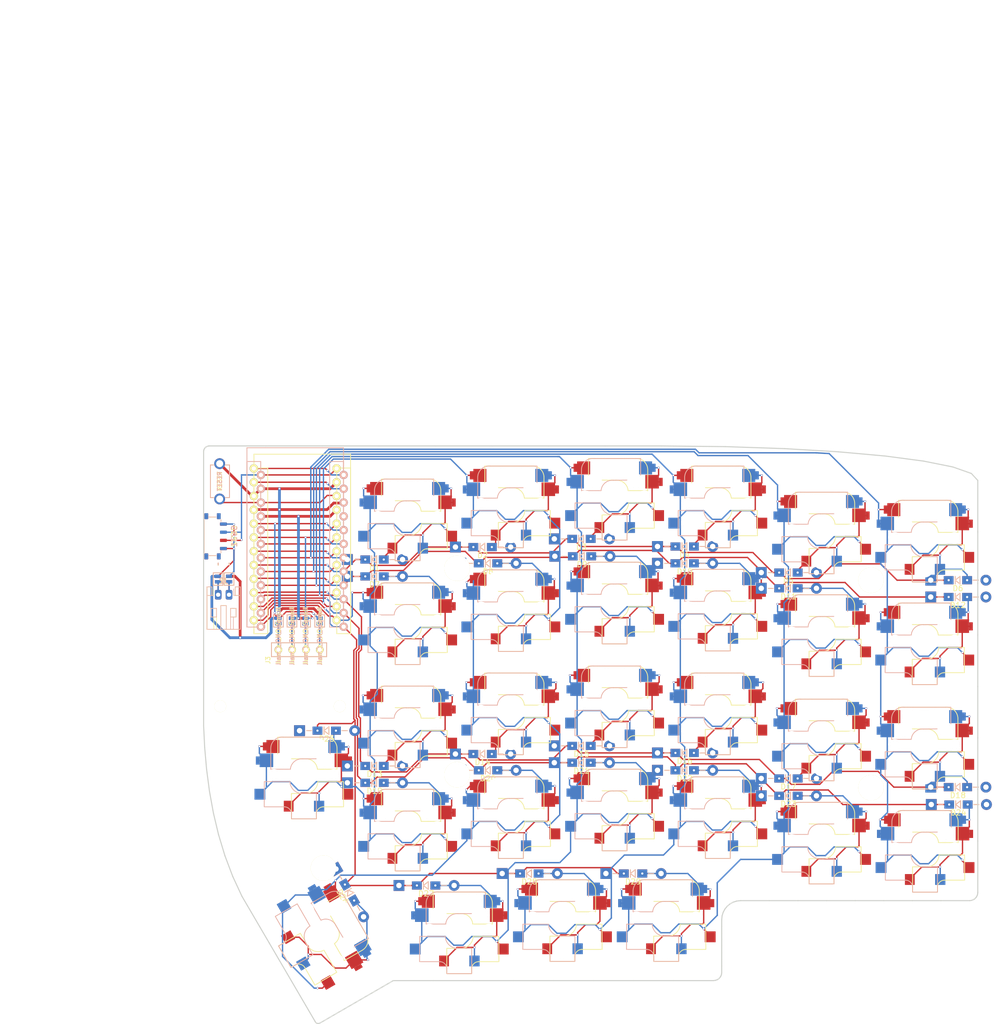
<source format=kicad_pcb>
(kicad_pcb (version 20221018) (generator pcbnew)
  (layers (0 "F.Cu" signal) (31 "B.Cu" signal) (34 "B.Paste" user) (35 "F.Paste" user) (36 "B.SilkS" user "B.Silkscreen") (37 "F.SilkS" user "F.Silkscreen") (38 "B.Mask" user) (39 "F.Mask" user) (44 "Edge.Cuts" user))
  (net 0 "")
  (net 1 "row4")
  (net 2 "row0")
  (net 3 "row1")
  (net 4 "row2")
  (net 5 "row3")
  (net 6 "VCC")
  (net 7 "GND")
  (net 8 "col0")
  (net 9 "col1")
  (net 10 "col2")
  (net 11 "col3")
  (net 12 "col4")
  (net 13 "col5")
  (net 14 "SDA")
  (net 15 "Net-(J1-Pin_1)")
  (net 16 "SCL")
  (net 17 "RESET")
  (net 18 "DATA")
  (net 19 "Net-(D1-A)")
  (net 20 "Net-(D2-A)")
  (net 21 "Net-(D3-A)")
  (net 22 "Net-(D4-A)")
  (net 23 "Net-(D5-A)")
  (net 24 "Net-(D6-A)")
  (net 25 "Net-(D7-A)")
  (net 26 "Net-(D8-A)")
  (net 27 "Net-(D9-A)")
  (net 28 "Net-(D10-A)")
  (net 29 "Net-(D11-A)")
  (net 30 "Net-(D12-A)")
  (net 31 "Net-(D13-A)")
  (net 32 "Net-(D14-A)")
  (net 33 "Net-(D15-A)")
  (net 34 "Net-(D16-A)")
  (net 35 "Net-(D17-A)")
  (net 36 "Net-(D18-A)")
  (net 37 "Net-(D19-A)")
  (net 38 "Net-(D20-A)")
  (net 39 "Net-(D21-A)")
  (net 40 "Net-(D22-A)")
  (net 41 "Net-(D23-A)")
  (net 42 "Net-(D24-A)")
  (net 43 "Net-(D25-A)")
  (net 44 "Net-(D26-A)")
  (net 45 "Net-(D27-A)")
  (net 46 "Net-(D28-A)")
  (net 47 "Net-(D29-A)")
  (net 48 "Net-(J3-P1)")
  (net 49 "Net-(J3-P2)")
  (net 50 "Net-(J3-P3)")
  (net 51 "Net-(J3-P4)")
  (net 53 "unconnected-(U1-A3(PF4)-Pad20)")
  (net 54 "unconnected-(U1-A2(PF5)-Pad19)")
  (net 56 "RAW")
  (net 57 "unconnected-(U1-TX(PD3)-Pad1)")
  (net 58 "BAT")
  (footprint "Lily58_Pro:HOLE_M2_TH" (layer "F.Cu") (at 129.6 59.6)
    (fp_text reference "TH3" hide)
    (fp_text value "HOLE" hide)
  )
  (footprint "Lily58_Pro:HOLE_M2_TH" (layer "F.Cu") (at 205.8 61.8)
    (fp_text reference "TH4" hide)
    (fp_text value "HOLE" hide)
  )
  (footprint "Lily58_Pro:HOLE_M2_TH" (layer "F.Cu") (at 129.6 97.6)
    (fp_text reference "TH5" hide)
    (fp_text value "HOLE" hide)
  )
  (footprint "Lily58_Pro:HOLE_M2_TH" (layer "F.Cu") (at 205.8 100)
    (fp_text reference "TH6" hide)
    (fp_text value "HOLE" hide)
  )
  (footprint "Lily58_Pro:HOLE_M2_TH" (layer "F.Cu") (at 105 114.8 90)
    (fp_text reference "TH7" hide)
    (fp_text value "HOLE" hide)
  )
  (footprint "Lily58_Pro:ProMicro_rev2" (layer "F.Cu") (at 101 56)
    (fp_text reference "U1" hide)
    (fp_text value "ProMicro" hide)
  )
  (footprint "Lily58_Pro:Jumper" (layer "F.Cu") (at 104.3 69.3 90)
    (fp_text reference "JP1" hide)
    (fp_text value "Jumper_NO_Small")
  )
  (footprint "Lily58_Pro:Jumper" (layer "F.Cu") (at 101.7 69.3 90)
    (fp_text reference "JP2" hide)
    (fp_text value "Jumper_NO_Small")
  )
  (footprint "Lily58_Pro:Jumper" (layer "F.Cu") (at 99.2 69.3 90)
    (fp_text reference "JP3" hide)
    (fp_text value "Jumper_NO_Small")
  )
  (footprint "Lily58_Pro:TACT_SWITCH_TVBP06" (layer "F.Cu") (at 85.89 43.6 -90)
    (fp_text reference "RSW1" hide)
    (fp_text value "SW_RST" hide)
  )
  (footprint "Lily58_Pro:Diode_TH_SOD123" (layer "F.Cu") (at 114.4 58)
    (fp_text reference "D1")
    (fp_text value "D" hide)
  )
  (footprint "Lily58_Pro:Diode_TH_SOD123" (layer "F.Cu") (at 134.3 55.7)
    (fp_text reference "D2")
    (fp_text value "D" hide)
  )
  (footprint "Lily58_Pro:Diode_TH_SOD123" (layer "F.Cu") (at 152.5 54.2)
    (fp_text reference "D3")
    (fp_text value "D" hide)
  )
  (footprint "Lily58_Pro:Diode_TH_SOD123" (layer "F.Cu") (at 171.5 55.6)
    (fp_text reference "D4")
    (fp_text value "D" hide)
  )
  (footprint "Lily58_Pro:Diode_TH_SOD123" (layer "F.Cu") (at 190.6 60.4)
    (fp_text reference "D5")
    (fp_text value "D" hide)
  )
  (footprint "Lily58_Pro:Diode_TH_SOD123" (layer "F.Cu") (at 221.8 61.8)
    (fp_text reference "D6")
    (fp_text value "D" hide)
  )
  (footprint "Lily58_Pro:Diode_TH_SOD123" (layer "F.Cu") (at 114.4 61.1)
    (fp_text reference "D7")
    (fp_text value "D" hide)
  )
  (footprint "Lily58_Pro:Diode_TH_SOD123" (layer "F.Cu") (at 135.3 58.7)
    (fp_text reference "D8")
    (fp_text value "D" hide)
  )
  (footprint "Lily58_Pro:Diode_TH_SOD123" (layer "F.Cu") (at 152.6 57.4)
    (fp_text reference "D9")
    (fp_text value "D" hide)
  )
  (footprint "Lily58_Pro:Diode_TH_SOD123" (layer "F.Cu") (at 171.5 58.7)
    (fp_text reference "D10")
    (fp_text value "D" hide)
  )
  (footprint "Lily58_Pro:Diode_TH_SOD123" (layer "F.Cu") (at 190.6 63.3)
    (fp_text reference "D11")
    (fp_text value "D" hide)
  )
  (footprint "Lily58_Pro:Diode_TH_SOD123" (layer "F.Cu") (at 221.8 64.9)
    (fp_text reference "D12")
    (fp_text value "D" hide)
  )
  (footprint "Lily58_Pro:Diode_TH_SOD123" (layer "F.Cu") (at 114.4 96)
    (fp_text reference "D13")
    (fp_text value "D" hide)
  )
  (footprint "Lily58_Pro:Diode_TH_SOD123" (layer "F.Cu") (at 134.3 93.8)
    (fp_text reference "D14")
    (fp_text value "D" hide)
  )
  (footprint "Lily58_Pro:Diode_TH_SOD123" (layer "F.Cu") (at 152.5 92.3)
    (fp_text reference "D15")
    (fp_text value "D" hide)
  )
  (footprint "Lily58_Pro:Diode_TH_SOD123" (layer "F.Cu") (at 171.5 93.6)
    (fp_text reference "D16")
    (fp_text value "D" hide)
  )
  (footprint "Lily58_Pro:Diode_TH_SOD123" (layer "F.Cu") (at 190.6 98.3)
    (fp_text reference "D17")
    (fp_text value "D" hide)
  )
  (footprint "Lily58_Pro:Diode_TH_SOD123" (layer "F.Cu") (at 221.8 99.9)
    (fp_text reference "D18")
    (fp_text value "D" hide)
  )
  (footprint "Lily58_Pro:Diode_TH_SOD123" (layer "F.Cu") (at 114.4 99.1)
    (fp_text reference "D19")
    (fp_text value "D" hide)
  )
  (footprint "Lily58_Pro:Diode_TH_SOD123" (layer "F.Cu") (at 135.3 96.8)
    (fp_text reference "D20")
    (fp_text value "D" hide)
  )
  (footprint "Lily58_Pro:Diode_TH_SOD123" (layer "F.Cu") (at 152.5 95.4)
    (fp_text reference "D21")
    (fp_text value "D" hide)
  )
  (footprint "Lily58_Pro:Diode_TH_SOD123" (layer "F.Cu") (at 171.5 96.8)
    (fp_text reference "D22")
    (fp_text value "D" hide)
  )
  (footprint "Lily58_Pro:Diode_TH_SOD123" (layer "F.Cu") (at 190.6 101.5)
    (fp_text reference "D23")
    (fp_text value "D" hide)
  )
  (footprint "Lily58_Pro:Diode_TH_SOD123" (layer "F.Cu") (at 221.9 103.1)
    (fp_text reference "D24")
    (fp_text value "D" hide)
  )
  (footprint "Lily58_Pro:Diode_TH_SOD123" (layer "F.Cu") (at 105.6 89.5)
    (fp_text reference "D25")
    (fp_text value "D" hide)
  )
  (footprint "Lily58_Pro:Diode_TH_SOD123" (layer "F.Cu") (at 109.8 119.3 -60)
    (fp_text reference "D26")
    (fp_text value "D" hide)
  )
  (footprint "Lily58_Pro:Diode_TH_SOD123" (layer "F.Cu") (at 123.9 118)
    (fp_text reference "D27")
    (fp_text value "D" hide)
  )
  (footprint "Lily58_Pro:Diode_TH_SOD123" (layer "F.Cu") (at 142.9 115.8)
    (fp_text reference "D28")
    (fp_text value "D" hide)
  )
  (footprint "Lily58_Pro:Diode_TH_SOD123" (layer "F.Cu") (at 162 115.8)
    (fp_text reference "D29")
    (fp_text value "D" hide)
  )
  (footprint "Lily58_Pro:MX_Choc_Hotswap" (layer "F.Cu") (at 120.5 50)
    (fp_text reference "SW1" hide)
    (fp_text value "SW_PUSH" hide)
  )
  (footprint "Lily58_Pro:MX_Choc_Hotswap" (layer "F.Cu") (at 139.5 47.6)
    (fp_text reference "SW2" hide)
    (fp_text value "SW_PUSH" hide)
  )
  (footprint "Lily58_Pro:MX_Choc_Hotswap" (layer "F.Cu") (at 158.6 46.21)
    (fp_text reference "SW3" hide)
    (fp_text value "SW_PUSH" hide)
  )
  (footprint "Lily58_Pro:MX_Choc_Hotswap" (layer "F.Cu") (at 177.6 47.6)
    (fp_text reference "SW4" hide)
    (fp_text value "SW_PUSH" hide)
  )
  (footprint "Lily58_Pro:MX_Choc_Hotswap" (layer "F.Cu") (at 196.7 52.4)
    (fp_text reference "SW5" hide)
    (fp_text value "SW_PUSH" hide)
  )
  (footprint "Lily58_Pro:MX_Choc_Hotswap" (layer "F.Cu") (at 215.7 53.9)
    (fp_text reference "SW6" hide)
    (fp_text value "SW_PUSH" hide)
  )
  (footprint "Lily58_Pro:MX_Choc_Hotswap" (layer "F.Cu") (at 120.5 69.1)
    (fp_text reference "SW7" hide)
    (fp_text value "SW_PUSH" hide)
  )
  (footprint "Lily58_Pro:MX_Choc_Hotswap" (layer "F.Cu") (at 139.5 66.7)
    (fp_text reference "SW8" hide)
    (fp_text value "SW_PUSH" hide)
  )
  (footprint "Lily58_Pro:MX_Choc_Hotswap" (layer "F.Cu") (at 158.6 65.3)
    (fp_text reference "SW9" hide)
    (fp_text value "SW_PUSH" hide)
  )
  (footprint "Lily58_Pro:MX_Choc_Hotswap" (layer "F.Cu") (at 177.6 66.6)
    (fp_text reference "SW10" hide)
    (fp_text value "SW_PUSH" hide)
  )
  (footprint "Lily58_Pro:MX_Choc_Hotswap" (layer "F.Cu") (at 196.7 71.3)
    (fp_text reference "SW11" hide)
    (fp_text value "SW_PUSH" hide)
  )
  (footprint "Lily58_Pro:MX_Choc_Hotswap" (layer "F.Cu") (at 215.7 72.8)
    (fp_text reference "SW12" hide)
    (fp_text value "SW_PUSH" hide)
  )
  (footprint "Lily58_Pro:MX_Choc_Hotswap" (layer "F.Cu") (at 120.5 88.1)
    (fp_text reference "SW13" hide)
    (fp_text value "SW_PUSH" hide)
  )
  (footprint "Lily58_Pro:MX_Choc_Hotswap" (layer "F.Cu") (at 139.5 85.7)
    (fp_text reference "SW14" hide)
    (fp_text value "SW_PUSH" hide)
  )
  (footprint "Lily58_Pro:MX_Choc_Hotswap" (layer "F.Cu") (at 158.6 84.4)
    (fp_text reference "SW15" hide)
    (fp_text value "SW_PUSH" hide)
  )
  (footprint "Lily58_Pro:MX_Choc_Hotswap" (layer "F.Cu") (at 177.6 85.7)
    (fp_text reference "SW16" hide)
    (fp_text value "SW_PUSH" hide)
  )
  (footprint "Lily58_Pro:MX_Choc_Hotswap" (layer "F.Cu") (at 196.7 90.5)
    (fp_text reference "SW17" hide)
    (fp_text value "SW_PUSH" hide)
  )
  (footprint "Lily58_Pro:MX_Choc_Hotswap" (layer "F.Cu") (at 215.7 92)
    (fp_text reference "SW18" hide)
    (fp_text value "SW_PUSH" hide)
  )
  (footprint "Lily58_Pro:MX_Choc_Hotswap" (layer "F.Cu") (at 120.5 107.1)
    (fp_text reference "SW19" hide)
    (fp_text value "SW_PUSH" hide)
  )
  (footprint "Lily58_Pro:MX_Choc_Hotswap" (layer "F.Cu") (at 139.5 104.8)
    (fp_text reference "SW20" hide)
    (fp_text value "SW_PUSH" hide)
  )
  (footprint "Lily58_Pro:MX_Choc_Hotswap" (layer "F.Cu") (at 158.6 103.4)
    (fp_text reference "SW21" hide)
    (fp_text value "SW_PUSH" hide)
  )
  (footprint "Lily58_Pro:MX_Choc_Hotswap" (layer "F.Cu") (at 177.6 104.8)
    (fp_text reference "SW22" hide)
    (fp_text value "SW_PUSH" hide)
  )
  (footprint "Lily58_Pro:MX_Choc_Hotswap" (layer "F.Cu") (at 196.7 109.5)
    (fp_text reference "SW23" hide)
    (fp_text value "SW_PUSH" hide)
  )
  (footprint "Lily58_Pro:MX_Choc_Hotswap" (layer "F.Cu") (at 215.75 111)
    (fp_text reference "SW24" hide)
    (fp_text value "SW_PUSH" hide)
  )
  (footprint "Lily58_Pro:MX_Choc_Hotswap" (layer "F.Cu") (at 101.4 97.5)
    (fp_text reference "SW25" hide)
    (fp_text value "SW_PUSH" hide)
  )
  (footprint "Lily58_Pro:MX_Choc_Hotswap" (layer "F.Cu") (at 105 127 -60)
    (fp_text reference "SW26" hide)
    (fp_text value "SW_PUSH" hide)
  )
  (footprint "Lily58_Pro:MX_Choc_Hotswap" (layer "F.Cu") (at 130 126)
    (fp_text reference "SW27" hide)
    (fp_text value "SW_PUSH" hide)
  )
  (footprint "Lily58_Pro:MX_Choc_Hotswap" (layer "F.Cu") (at 149 123.75)
    (fp_text reference "SW28" hide)
    (fp_text value "SW_PUSH" hide)
  )
  (footprint "Lily58_Pro:MX_Choc_Hotswap" (layer "F.Cu") (at 168.1 123.75)
    (fp_text reference "SW29" hide)
    (fp_text value "SW_PUSH" hide)
  )
  (footprint "Lily58_Pro:HOLE_M2" (layer "F.Cu") (at 86 85)
    (fp_text reference "TH1" hide)
    (fp_text value "HOLE" hide)
  )
  (footprint "Lily58_Pro:HOLE_M2" (layer "F.Cu") (at 108 85)
    (fp_text reference "TH2" hide)
    (fp_text value "HOLE" hide)
  )
  (footprint "Lily58_Pro:Jumper" (layer "F.Cu") (at 96.7 69.3 90)
    (fp_text reference "JP4" hide)
    (fp_text value "Jumper_NO_Small")
  )
  (footprint "Lily58_Pro:OLED_4Pin" (layer "F.Cu") (at 96.7 74.6)
    (fp_text reference "J3")
    (fp_text value "OLED" hide)
  )
  (footprint "Lily58_Pro:Jumper" (layer "F.Cu") (at 87.63 61.58738 -90)
    (fp_text reference "JP11" hide)
    (fp_text value "~")
  )
  (footprint "Connector_JST:JST_PH_S2B-PH-K_1x02_P2.00mm_Horizontal" (layer "F.Cu") (at 85.614 64.479)
    (fp_text reference "J1")
    (fp_text value "FS_Battery_Socket")
  )
  (footprint "Lily58_Pro:Jumper" (layer "F.Cu") (at 85.598 61.60262 -90)
    (fp_text reference "JP12" hide)
    (fp_text value "~")
  )
  (footprint "marbastlib-various:SW_MSK12C02-HB" (layer "F.Cu") (at 84.582 53.721 90)
    (fp_text reference "SW30")
    (fp_text value "FS_SW_SPDT")
  )
  (footprint "Lily58_Pro:Jumper" (layer "B.Cu") (at 101.7 69.3 90)
    (fp_text reference "JP6" hide)
    (fp_text value "Jumper_NO_Small")
  )
  (footprint "Lily58_Pro:Jumper" (layer "B.Cu") (at 99.2 69.3 90)
    (fp_text reference "JP7" hide)
    (fp_text value "Jumper_NO_Small")
  )
  (footprint "Lily58_Pro:Jumper" (layer "B.Cu") (at 96.7 69.3 90)
    (fp_text reference "JP8" hide)
    (fp_text value "Jumper_NO_Small")
  )
  (footprint "Lily58_Pro:Jumper" (layer "B.Cu") (at 104.3 69.3 90)
    (fp_text reference "JP5" hide)
    (fp_text value "Jumper_NO_Small")
  )
  (footprint "Lily58_Pro:Jumper" (layer "B.Cu") (at 87.63 61.595 -90)
    (fp_text reference "JP10" hide)
    (fp_text value "~")
  )
  (footprint "Lily58_Pro:Jumper" (layer "B.Cu") (at 85.598 61.595 -90)
    (fp_text reference "JP9" hide)
    (fp_text value "~")
  )
  (footprint "marbastlib-various:SW_MSK12C02-HB" (layer "B.Cu") (at 84.582 53.721 -90)
    (fp_text reference "SW31")
    (fp_text value "BS_SW_SPDT")
  )
  (footprint "Connector_JST:JST_PH_S2B-PH-K_1x02_P2.00mm_Horizontal" (layer "B.Cu") (at 87.614 64.479 180)
    (fp_text reference "J2")
    (fp_text value "BS_Battery_Socket")
  )
  (gr_line (start 178.288901 134.314154) (end 178.201565 134.59581) (stroke (width 0.2)) (layer "Edge.Cuts"))
  (gr_line (start 167.250881 37.086762) (end 156.843047 37.086762) (stroke (width 0.2)) (layer "Edge.Cuts"))
  (gr_line (start 178.319348 134.011658) (end 178.288901 134.314154) (stroke (width 0.2)) (layer "Edge.Cuts"))
  (gr_line (start 225.46 109.808112) (end 225.46 119.289735) (stroke (width 0.2)) (layer "Edge.Cuts"))
  (gr_line (start 218.692418 120.789735) (end 223.959999 120.789735) (stroke (width 0.2)) (layer "Edge.Cuts"))
  (gr_line (start 178.390391 123.583911) (end 178.594174 122.926713) (stroke (width 0.2)) (layer "Edge.Cuts"))
  (gr_line (start 82.937528 75.978362) (end 82.937528 69.671429) (stroke (width 0.2)) (layer "Edge.Cuts"))
  (gr_line (start 96.695647 131.453701) (end 98.371341 134.32002) (stroke (width 0.2)) (layer "Edge.Cuts"))
  (gr_line (start 179.343884 121.814271) (end 179.861773 121.387065) (stroke (width 0.2)) (layer "Edge.Cuts"))
  (gr_line (start 109.483841 140.36134) (end 111.159536 139.391201) (stroke (width 0.2)) (layer "Edge.Cuts"))
  (gr_line (start 83.490297 96.657663) (end 84.020972 100.690825) (stroke (width 0.2)) (layer "Edge.Cuts"))
  (gr_line (start 156.843047 37.086762) (end 146.435213 37.086762) (stroke (width 0.2)) (layer "Edge.Cuts"))
  (gr_line (start 82.937528 88.592229) (end 82.937528 82.285296) (stroke (width 0.2)) (layer "Edge.Cuts"))
  (gr_line (start 106.132452 142.301617) (end 107.808147 141.331479) (stroke (width 0.2)) (layer "Edge.Cuts"))
  (gr_line (start 189.919538 37.585374) (end 178.989563 37.215654) (stroke (width 0.2)) (layer "Edge.Cuts"))
  (gr_line (start 187.086929 120.789735) (end 192.354511 120.789735) (stroke (width 0.2)) (layer "Edge.Cuts"))
  (gr_line (start 208.157255 120.789735) (end 213.424836 120.789735) (stroke (width 0.2)) (layer "Edge.Cuts"))
  (gr_line (start 177.658308 135.25566) (end 177.4035 135.393876) (stroke (width 0.2)) (layer "Edge.Cuts"))
  (gr_line (start 104.130206 143.404468) (end 104.288864 143.357278) (stroke (width 0.2)) (layer "Edge.Cuts"))
  (gr_line (start 125.619545 37.086762) (end 115.211711 37.086762) (stroke (width 0.2)) (layer "Edge.Cuts"))
  (gr_line (start 224.544152 120.671952) (end 224.262495 120.759288) (stroke (width 0.2)) (layer "Edge.Cuts"))
  (gr_line (start 83.400937 37.265961) (end 83.579303 37.16921) (stroke (width 0.2)) (layer "Edge.Cuts"))
  (gr_line (start 225.46 81.363245) (end 225.46 90.844867) (stroke (width 0.2)) (layer "Edge.Cuts"))
  (gr_line (start 93.344258 125.721062) (end 95.019952 128.587381) (stroke (width 0.2)) (layer "Edge.Cuts"))
  (gr_line (start 178.319348 125.507775) (end 178.319348 126.725814) (stroke (width 0.2)) (layer "Edge.Cuts"))
  (gr_line (start 83.579303 37.16921) (end 83.776462 37.108075) (stroke (width 0.2)) (layer "Edge.Cuts"))
  (gr_line (start 225.342217 119.873887) (end 225.204001 120.128696) (stroke (width 0.2)) (layer "Edge.Cuts"))
  (gr_line (start 178.319348 130.379933) (end 178.319348 131.597973) (stroke (width 0.2)) (layer "Edge.Cuts"))
  (gr_line (start 82.937528 69.671429) (end 82.937528 38.136762) (stroke (width 0.2)) (layer "Edge.Cuts"))
  (gr_line (start 224.278471 42.15619) (end 220.889319 40.963847) (stroke (width 0.2)) (layer "Edge.Cuts"))
  (gr_line (start 107.808147 141.331479) (end 109.483841 140.36134) (stroke (width 0.2)) (layer "Edge.Cuts"))
  (gr_line (start 177.121844 135.481211) (end 176.819348 135.511658) (stroke (width 0.2)) (layer "Edge.Cuts"))
  (gr_line (start 83.24557 37.394123) (end 83.400937 37.265961) (stroke (width 0.2)) (layer "Edge.Cuts"))
  (gr_line (start 178.319348 124.289735) (end 178.319348 125.507775) (stroke (width 0.2)) (layer "Edge.Cuts"))
  (gr_line (start 181.113524 120.860778) (end 181.819348 120.789735) (stroke (width 0.2)) (layer "Edge.Cuts"))
  (gr_line (start 115.211711 37.086762) (end 104.803877 37.086762) (stroke (width 0.2)) (layer "Edge.Cuts"))
  (gr_line (start 85.688004 108.649127) (end 86.863105 112.53067) (stroke (width 0.2)) (layer "Edge.Cuts"))
  (gr_line (start 178.594174 122.926713) (end 178.916678 122.33216) (stroke (width 0.2)) (layer "Edge.Cuts"))
  (gr_line (start 220.889319 40.963847) (end 215.525697 39.885159) (stroke (width 0.2)) (layer "Edge.Cuts"))
  (gr_line (start 112.83523 138.421062) (end 114.510925 137.450923) (stroke (width 0.2)) (layer "Edge.Cuts"))
  (gr_line (start 82.937528 82.285296) (end 82.937528 75.978362) (stroke (width 0.2)) (layer "Edge.Cuts"))
  (gr_line (start 139.971738 135.511658) (end 147.34126 135.511658) (stroke (width 0.2)) (layer "Edge.Cuts"))
  (gr_line (start 114.510925 137.450923) (end 116.186619 136.480784) (stroke (width 0.2)) (layer "Edge.Cuts"))
  (gr_line (start 225.429552 119.592231) (end 225.342217 119.873887) (stroke (width 0.2)) (layer "Edge.Cuts"))
  (gr_line (start 82.937777 88.592317) (end 83.13569 92.617561) (stroke (width 0.2)) (layer "Edge.Cuts"))
  (gr_line (start 101.72273 140.052659) (end 103.398425 142.918979) (stroke (width 0.2)) (layer "Edge.Cuts"))
  (gr_line (start 103.491837 143.08815) (end 103.597295 143.222884) (stroke (width 0.2)) (layer "Edge.Cuts"))
  (gr_line (start 162.080304 135.511658) (end 169.449826 135.511658) (stroke (width 0.2)) (layer "Edge.Cuts"))
  (gr_line (start 178.916678 122.33216) (end 179.343884 121.814271) (stroke (width 0.2)) (layer "Edge.Cuts"))
  (gr_line (start 192.354511 120.789735) (end 197.622092 120.789735) (stroke (width 0.2)) (layer "Edge.Cuts"))
  (gr_line (start 84.747083 104.695246) (end 85.688004 108.649127) (stroke (width 0.2)) (layer "Edge.Cuts"))
  (gr_line (start 103.398425 142.918979) (end 103.491837 143.08815) (stroke (width 0.2)) (layer "Edge.Cuts"))
  (gr_line (start 147.34126 135.511658) (end 154.710782 135.511658) (stroke (width 0.2)) (layer "Edge.Cuts"))
  (gr_line (start 132.602217 135.511658) (end 139.971738 135.511658) (stroke (width 0.2)) (layer "Edge.Cuts"))
  (gr_line (start 104.803877 37.086762) (end 94.396044 37.086762) (stroke (width 0.2)) (layer "Edge.Cuts"))
  (gr_line (start 84.020972 100.690825) (end 84.747083 104.695246) (stroke (width 0.2)) (layer "Edge.Cuts"))
  (gr_line (start 225.46 43.436755) (end 225.46 52.918378) (stroke (width 0.2)) (layer "Edge.Cuts"))
  (gr_line (start 178.989563 37.215654) (end 167.250881 37.086762) (stroke (width 0.2)) (layer "Edge.Cuts"))
  (gr_line (start 82.959523 37.925015) (end 83.020657 37.727855) (stroke (width 0.2)) (layer "Edge.Cuts"))
  (gr_line (start 111.159536 139.391201) (end 112.83523 138.421062) (stroke (width 0.2)) (layer "Edge.Cuts"))
  (gr_line (start 208.420758 38.945561) (end 199.807654 38.170488) (stroke (width 0.2)) (layer "Edge.Cuts"))
  (gr_line (start 178.319348 126.725814) (end 178.319348 127.943854) (stroke (width 0.2)) (layer "Edge.Cuts"))
  (gr_line (start 86.863105 112.53067) (end 88.291758 116.318073) (stroke (width 0.2)) (layer "Edge.Cuts"))
  (gr_line (start 181.819348 120.789735) (end 187.086929 120.789735) (stroke (width 0.2)) (layer "Edge.Cuts"))
  (gr_line (start 136.027379 37.086762) (end 125.619545 37.086762) (stroke (width 0.2)) (layer "Edge.Cuts"))
  (gr_line (start 125.232695 135.511658) (end 132.602217 135.511658) (stroke (width 0.2)) (layer "Edge.Cuts"))
  (gr_line (start 83.13569 92.617561) (end 83.490297 96.657663) (stroke (width 0.2)) (layer "Edge.Cuts"))
  (gr_line (start 225.46 52.918378) (end 225.46 62.4) (stroke (width 0.2)) (layer "Edge.Cuts"))
  (gr_line (start 178.319348 132.816013) (end 178.319348 134.011658) (stroke (width 0.2)) (layer "Edge.Cuts"))
  (gr_line (start 178.319348 131.597973) (end 178.319348 132.816013) (stroke (width 0.2)) (layer "Edge.Cuts"))
  (gr_line (start 199.807654 38.170488) (end 189.919538 37.585374) (stroke (width 0.2)) (layer "Edge.Cuts"))
  (gr_line (start 179.861773 121.387065) (end 180.456326 121.064561) (stroke (width 0.2)) (layer "Edge.Cuts"))
  (gr_line (start 83.776462 37.108075) (end 83.98821 37.086762) (stroke (width 0.2)) (layer "Edge.Cuts"))
  (gr_line (start 225.46 71.881623) (end 225.46 81.363245) (stroke (width 0.2)) (layer "Edge.Cuts"))
  (gr_line (start 213.424836 120.789735) (end 218.692418 120.789735) (stroke (width 0.2)) (layer "Edge.Cuts"))
  (gr_line (start 91.668563 122.854742) (end 93.344258 125.721062) (stroke (width 0.2)) (layer "Edge.Cuts"))
  (gr_line (start 224.79896 120.533736) (end 224.544152 120.671952) (stroke (width 0.2)) (layer "Edge.Cuts"))
  (gr_line (start 169.449826 135.511658) (end 176.819348 135.511658) (stroke (width 0.2)) (layer "Edge.Cuts"))
  (gr_line (start 88.291758 116.318073) (end 89.993333 119.98954) (stroke (width 0.2)) (layer "Edge.Cuts"))
  (gr_line (start 225.46 100.32649) (end 225.46 109.808112) (stroke (width 0.2)) (layer "Edge.Cuts"))
  (gr_line (start 117.863173 135.511658) (end 125.232695 135.511658) (stroke (width 0.2)) (layer "Edge.Cuts"))
  (gr_line (start 83.020657 37.727855) (end 83.117409 37.549489) (stroke (width 0.2)) (layer "Edge.Cuts"))
  (gr_line (start 178.201565 134.59581) (end 178.063349 134.850619) (stroke (width 0.2)) (layer "Edge.Cuts"))
  (gr_line (start 177.4035 135.393876) (end 177.121844 135.481211) (stroke (width 0.2)) (layer "Edge.Cuts"))
  (gr_line (start 146.435213 37.086762) (end 136.027379 37.086762) (stroke (width 0.2)) (layer "Edge.Cuts"))
  (gr_line (start 98.371341 134.32002) (end 100.047036 137.18634) (stroke (width 0.2)) (layer "Edge.Cuts"))
  (gr_line (start 100.047036 137.18634) (end 101.72273 140.052659) (stroke (width 0.2)) (layer "Edge.Cuts"))
  (gr_line (start 103.981252 143.413974) (end 104.130206 143.404468) (stroke (width 0.2)) (layer "Edge.Cuts"))
  (gr_line (start 82.93821 38.136762) (end 82.959523 37.925015) (stroke (width 0.2)) (layer "Edge.Cuts"))
  (gr_line (start 225.46 62.4) (end 225.46 71.881623) (stroke (width 0.2)) (layer "Edge.Cuts"))
  (gr_line (start 202.889673 120.789735) (end 208.157255 120.789735) (stroke (width 0.2)) (layer "Edge.Cuts"))
  (gr_line (start 178.319348 129.161894) (end 178.319348 130.379933) (stroke (width 0.2)) (layer "Edge.Cuts"))
  (gr_line (start 94.396044 37.086762) (end 83.98821 37.086762) (stroke (width 0.2)) (layer "Edge.Cuts"))
  (gr_line (start 95.019952 128.587381) (end 96.695647 131.453701) (stroke (width 0.2)) (layer "Edge.Cuts"))
  (gr_line (start 225.459999 119.289735) (end 225.429552 119.592231) (stroke (width 0.2)) (layer "Edge.Cuts"))
  (gr_line (start 178.319348 127.943854) (end 178.319348 129.161894) (stroke (width 0.2)) (layer "Edge.Cuts"))
  (gr_line (start 103.714328 143.322532) (end 103.84247 143.386445) (stroke (width 0.2)) (layer "Edge.Cuts"))
  (gr_line (start 225.46 43.436755) (end 224.278471 42.15619) (stroke (width 0.2)) (layer "Edge.Cuts"))
  (gr_line (start 180.456326 121.064561) (end 181.113524 120.860778) (stroke (width 0.2)) (layer "Edge.Cuts"))
  (gr_line (start 104.288864 143.357278) (end 104.456758 143.271756) (stroke (width 0.2)) (layer "Edge.Cuts"))
  (gr_line (start 104.456758 143.271756) (end 106.132452 142.301617) (stroke (width 0.2)) (layer "Edge.Cuts"))
  (gr_line (start 89.992869 119.988423) (end 91.668563 122.854742) (stroke (width 0.2)) (layer "Edge.Cuts"))
  (gr_line (start 215.525697 39.885159) (end 208.420758 38.945561) (stroke (width 0.2)) (layer "Edge.Cuts"))
  (gr_line (start 225.46 90.844867) (end 225.46 100.32649) (stroke (width 0.2)) (layer "Edge.Cuts"))
  (gr_line (start 177.880261 135.072571) (end 177.658308 135.25566) (stroke (width 0.2)) (layer "Edge.Cuts"))
  (gr_line (start 103.84247 143.386445) (end 103.981252 143.413974) (stroke (width 0.2)) (layer "Edge.Cuts"))
  (gr_line (start 178.063349 134.850619) (end 177.880261 135.072571) (stroke (width 0.2)) (layer "Edge.Cuts"))
  (gr_line (start 83.117409 37.549489) (end 83.24557 37.394123) (stroke (width 0.2)) (layer "Edge.Cuts"))
  (gr_line (start 197.622092 120.789735) (end 202.889673 120.789735) (stroke (width 0.2)) (layer "Edge.Cuts"))
  (gr_line (start 178.319348 124.289735) (end 178.390391 123.583911) (stroke (width 0.2)) (layer "Edge.Cuts"))
  (gr_line (start 224.262495 120.759288) (end 223.959999 120.789735) (stroke (width 0.2)) (layer "Edge.Cuts"))
  (gr_line (start 154.710782 135.511658) (end 162.080304 135.511658) (stroke (width 0.2)) (layer "Edge.Cuts"))
  (gr_line (start 225.020912 120.350648) (end 224.79896 120.533736) (stroke (width 0.2)) (layer "Edge.Cuts"))
  (gr_line (start 225.204001 120.128696) (end 225.020912 120.350648) (stroke (width 0.2)) (layer "Edge.Cuts"))
  (gr_line (start 103.597295 143.222884) (end 103.714328 143.322532) (stroke (width 0.2)) (layer "Edge.Cuts"))
  (gr_line (start 116.186619 136.480784) (end 117.862313 135.510645) (stroke (width 0.2)) (layer "Edge.Cuts"))
  (segment (start 146.4 67.9) (end 146.2 68.1) (width 0.25) (layer "F.Cu") (net 0))
  (segment (start 155.8 109.2) (end 158.1 106.9) (width 0.25) (layer "F.Cu") (net 0))
  (segment (start 165.540001 100.9) (end 165.5 100.859999) (width 0.25) (layer "F.Cu") (net 0))
  (segment (start 136.7 72.5) (end 139 70.2) (width 0.25) (layer "F.Cu") (net 0))
  (segment (start 166.6 61.66) (end 165.5 62.76) (width 0.25) (layer "F.Cu") (net 0))
  (segment (start 196.3 74.7) (end 199.075738 74.7) (width 0.25) (layer "F.Cu") (net 0))
  (segment (start 147.5 61.6) (end 147.5 63.059999) (width 0.25) (layer "F.Cu") (net 0))
  (segment (start 127.2 70.5) (end 124.975744 70.5) (width 0.25) (layer "F.Cu") (net 0))
  (segment (start 165.54 62.8) (end 165.5 62.76) (width 0.25) (layer "F.Cu") (net 0))
  (segment (start 160.975736 106.9) (end 161.4 106.9) (width 0.25) (layer "F.Cu") (net 0))
  (segment (start 166.6 60.2) (end 166.6 61.66) (width 0.25) (layer "F.Cu") (net 0))
  (segment (start 203.64 68.8) (end 203.6 68.76) (width 0.25) (layer "F.Cu") (net 0))
  (segment (start 177.19999 70.00001) (end 179.975736 70.00001) (width 0.25) (layer "F.Cu") (net 0))
  (segment (start 153.275736 125.2) (end 151.8 126.675736) (width 0.25) (layer "F.Cu") (net 0))
  (segment (start 165.3 104.8) (end 163.075736 104.8) (width 0.25) (layer "F.Cu") (net 0))
  (segment (start 184.5 67.8) (end 184.3 68) (width 0.25) (layer "F.Cu") (net 0))
  (segment (start 127.44 104.6) (end 127.4 104.56) (width 0.25) (layer "F.Cu") (net 0))
  (segment (start 143.975742 68.1) (end 142.300006 69.775736) (width 0.25) (layer "F.Cu") (net 0))
  (segment (start 177.2 108.2) (end 179.97573 108.2) (width 0.25) (layer "F.Cu") (net 0))
  (segment (start 128.7 64.282842) (end 128.7 64) (width 0.25) (layer "F.Cu") (net 0))
  (segment (start 127.4 104.56) (end 127.4 108.3) (width 0.25) (layer "F.Cu") (net 0))
  (segment (start 146.440001 64.2) (end 146.4 64.159999) (width 0.25) (layer "F.Cu") (net 0))
  (segment (start 204.9 105.66) (end 203.6 106.96) (width 0.25) (layer "F.Cu") (net 0))
  (segment (start 105.469992 56.47) (end 105.499993 56.500001) (width 0.25) (layer "F.Cu") (net 0))
  (segment (start 203.64 107) (end 203.6 106.96) (width 0.25) (layer "F.Cu") (net 0))
  (segment (start 122.875744 72.6) (end 123.300008 72.6) (width 0.25) (layer "F.Cu") (net 0))
  (segment (start 157.5 121.25) (end 155.94 121.25) (width 0.25) (layer "F.Cu") (net 0))
  (segment (start 123.300008 72.175736) (end 123.300008 72.6) (width 0.25) (layer "F.Cu") (net 0))
  (segment (start 205.2 107) (end 203.64 107) (width 0.25) (layer "F.Cu") (net 0))
  (segment (start 180.4 69.575746) (end 180.4 70.00001) (width 0.25) (layer "F.Cu") (net 0))
  (segment (start 127.4 108.3) (end 127.2 108.5) (width 0.25) (layer "F.Cu") (net 0))
  (segment (start 184.3 106.2) (end 181.97573 106.2) (width 0.25) (layer "F.Cu") (net 0))
  (segment (start 124.975744 70.5) (end 123.300008 72.175736) (width 0.25) (layer "F.Cu") (net 0))
  (segment (start 203.4 72.7) (end 201.075738 72.7) (width 0.25) (layer "F.Cu") (net 0))
  (segment (start 165.5 104.6) (end 165.3 104.8) (width 0.25) (layer "F.Cu") (net 0))
  (segment (start 151.8 126.675736) (end 151.8 127.1) (width 0.25) (layer "F.Cu") (net 0))
  (segment (start 146.2 129.6) (end 148.7 127.1) (width 0.25) (layer "F.Cu") (net 0))
  (segment (start 185.6 99.7) (end 185.6 101.16) (width 0.25) (layer "F.Cu") (net 0))
  (segment (start 127.4 66.56) (end 127.4 70.3) (width 0.25) (layer "F.Cu") (net 0))
  (segment (start 179.97573 108.2) (end 180.399994 108.2) (width 0.25) (layer "F.Cu") (net 0))
  (segment (start 129 66.6) (end 127.44 66.6) (width 0.25) (layer "F.Cu") (net 0))
  (segment (start 205.2 68.8) (end 203.64 68.8) (width 0.25) (layer "F.Cu") (net 0))
  (segment (start 180.399994 107.775736) (end 180.399994 108.2) (width 0.25) (layer "F.Cu") (net 0))
  (segment (start 157.1 120.01) (end 155.9 121.21) (width 0.25) (layer "F.Cu") (net 0))
  (segment (start 141.875742 70.2) (end 142.300006 70.2) (width 0.25) (layer "F.Cu") (net 0))
  (segment (start 146.4 64.16) (end 146.4 67.9) (width 0.25) (layer "F.Cu") (net 0))
  (segment (start 181.975746 68) (end 180.4 69.575746) (width 0.25) (layer "F.Cu") (net 0))
  (segment (start 203.6 106.96) (end 203.6 110.7) (width 0.25) (layer "F.Cu") (net 0))
  (segment (start 105.499993 56.500001) (end 105.699992 56.7) (width 0.25) (layer "F.Cu") (net 0))
  (segment (start 127.44 66.6) (end 127.4 66.56) (width 0.25) (layer "F.Cu") (net 0))
  (segment (start 196.1 113.1) (end 199.075742 113.1) (width 0.25) (layer "F.Cu") (net 0))
  (segment (start 146.2 68.1) (end 143.975742 68.1) (width 0.25) (layer "F.Cu") (net 0))
  (segment (start 123.3 110.07573) (end 123.3 110.499994) (width 0.25) (layer "F.Cu") (net 0))
  (segment (start 167.1 100.9) (end 165.540001 100.9) (width 0.25) (layer "F.Cu") (net 0))
  (segment (start 186.1 102.3) (end 184.54 102.3) (width 0.25) (layer "F.Cu") (net 0))
  (segment (start 104.2 100.717146) (end 106.017146 98.9) (width 0.25) (layer "F.Cu") (net 0))
  (segment (start 199.075738 74.7) (end 199.500002 74.7) (width 0.25) (layer "F.Cu") (net 0))
  (segment (start 186.1 64.1) (end 184.54 64.1) (width 0.25) (layer "F.Cu") (net 0))
  (segment (start 184.5 106) (end 184.3 106.2) (width 0.25) (layer "F.Cu") (net 0))
  (segment (start 185.6 62.96) (end 184.5 64.06) (width 0.25) (layer "F.Cu") (net 0))
  (segment (start 124.87573 108.5) (end 123.3 110.07573) (width 0.25) (layer "F.Cu") (net 0))
  (segment (start 155.9 124.6) (end 155.3 125.2) (width 0.25) (layer "F.Cu") (net 0))
  (segment (start 161.399994 68.275736) (end 161.399994 68.7) (width 0.25) (layer "F.Cu") (net 0))
  (segment (start 122.875736 110.499994) (end 123.3 110.499994) (width 0.25) (layer "F.Cu") (net 0))
  (segment (start 158.2 68.7) (end 160.97573 68.7) (width 0.25) (layer "F.Cu") (net 0))
  (segment (start 103.775736 100.999988) (end 104.2 100.999988) (width 0.25) (layer "F.Cu") (net 0))
  (segment (start 201.275742 110.9) (end 199.500006 112.675736) (width 0.25) (layer "F.Cu") (net 0))
  (segment (start 161.4 106.475736) (end 161.4 106.9) (width 0.25) (layer "F.Cu") (net 0))
  (segment (start 127.2 108.5) (end 124.87573 108.5) (width 0.25) (layer "F.Cu") (net 0))
  (segment (start 163.075736 104.8) (end 161.4 106.475736) (width 0.25) (layer "F.Cu") (net 0))
  (segment (start 203.4 110.9) (end 201.275742 110.9) (width 0.25) (layer "F.Cu") (net 0))
  (segment (start 166.8 99.559999) (end 165.5 100.859999) (width 0.25) (layer "F.Cu") (net 0))
  (segment (start 167.1 62.8) (end 165.54 62.8) (width 0.25) (layer "F.Cu") (net 0))
  (segment (start 193.9 77.1) (end 196.3 74.7) (width 0.25) (layer "F.Cu") (net 0))
  (segment (start 193.9 115.3) (end 196.1 113.1) (width 0.25) (layer "F.Cu") (net 0))
  (segment (start 165.3 66.7) (end 162.97573 66.7) (width 0.25) (layer "F.Cu") (net 0))
  (segment (start 147.5 63.059999) (end 146.4 64.159999) (width 0.25) (layer "F.Cu") (net 0))
  (segment (start 184.54 64.1) (end 184.5 64.06) (width 0.25) (layer "F.Cu") (net 0))
  (segment (start 148 64.2) (end 146.440001 64.2) (width 0.25) (layer "F.Cu") (net 0))
  (segment (start 199.075742 113.1) (end 199.500006 113.1) (width 0.25) (layer "F.Cu") (net 0))
  (segment (start 151.375736 127.1) (end 151.8 127.1) (width 0.25) (layer "F.Cu") (net 0))
  (segment (start 165.5 100.86) (end 165.5 104.6) (width 0.25) (layer "F.Cu") (net 0))
  (segment (start 199.500002 74.275736) (end 199.500002 74.7) (width 0.25) (layer "F.Cu") (net 0))
  (segment (start 129 104.6) (end 127.44 104.6) (width 0.25) (layer "F.Cu") (net 0))
  (segment (start 181.97573 106.2) (end 180.399994 107.775736) (width 0.25) (layer "F.Cu") (net 0))
  (segment (start 155.8 71.1) (end 158.2 68.7) (width 0.25) (layer "F.Cu") (net 0))
  (segment (start 199.500006 112.675736) (end 199.500006 113.1) (width 0.25) (layer "F.Cu") (net 0))
  (segment (start 108.340001 95) (end 108.3 94.959999) (width 0.25) (layer "F.Cu") (net 0))
  (segment (start 204.9 104.4) (end 204.9 105.66) (width 0.25) (layer "F.Cu") (net 0))
  (segment (start 158.1 106.9) (end 160.975736 106.9) (width 0.25) (layer "F.Cu") (net 0))
  (segment (start 165.5 62.76) (end 165.5 66.5) (width 0.25) (layer "F.Cu") (net 0))
  (segment (start 117.7 112.9) (end 120.100006 110.499994) (width 0.25) (layer "F.Cu") (net 0))
  (segment (start 139 70.2) (end 141.875742 70.2) (width 0.25) (layer "F.Cu") (net 0))
  (segment (start 203.6 110.7) (end 203.4 110.9) (width 0.25) (layer "F.Cu") (net 0))
  (segment (start 127.4 70.3) (end 127.2 70.5) (width 0.25) (layer "F.Cu") (net 0))
  (segment (start 109.9 95) (end 108.340001 95) (width 0.25) (layer "F.Cu") (net 0))
  (segment (start 184.5 102.26) (end 184.5 106) (width 0.25) (layer "F.Cu") (net 0))
  (segment (start 92.18 56.47) (end 105.469992 56.47) (width 0.25) (layer "F.Cu") (net 0))
  (segment (start 155.9 121.21) (end 155.9 124.6) (width 0.25) (layer "F.Cu") (net 0))
  (segment (start 184.5 64.06) (end 184.5 67.8) (width 0.25) (layer "F.Cu") (net 0))
  (segment (start 174.8 72.4) (end 177.19999 70.00001) (width 0.25) (layer "F.Cu") (net 0))
  (segment (start 184.54 102.3) (end 184.5 102.26) (width 0.25) (layer "F.Cu") (net 0))
  (segment (start 98.6 103.3) (end 100.900012 100.999988) (width 0.25) (layer "F.Cu") (net 0))
  (segment (start 142.300006 69.775736) (end 142.300006 70.2) (width 0.25) (layer "F.Cu") (net 0))
  (segment (start 203.6 72.5) (end 203.4 72.7) (width 0.25) (layer "F.Cu") (net 0))
  (segment (start 185.6 101.16) (end 184.5 102.26) (width 0.25) (layer "F.Cu") (net 0))
  (segment (start 166.8 98.3) (end 166.8 99.559999) (width 0.25) (layer "F.Cu") (net 0))
  (segment (start 127.4 66.56) (end 128.7 65.26) (width 0.25) (layer "F.Cu") (net 0))
  (segment (start 157.1 118.7) (end 157.1 120.01) (width 0.25) (layer "F.Cu") (net 0))
  (segment (start 128.6 103.36) (end 127.4 104.56) (width 0.25) (layer "F.Cu") (net 0))
  (segment (start 165.5 66.5) (end 165.3 66.7) (width 0.25) (layer "F.Cu") (net 0))
  (segment (start 109.6 93.659999) (end 108.3 94.959999) (width 0.25) (layer "F.Cu") (net 0))
  (segment (start 120 72.6) (end 122.875744 72.6) (width 0.25) (layer "F.Cu") (net 0))
  (segment (start 174.8 110.6) (end 177.2 108.2) (width 0.25) (layer "F.Cu") (net 0))
  (segment (start 104.2 100.999988) (end 104.2 100.717146) (width 0.25) (layer "F.Cu") (net 0))
  (segment (start 109.6 92.50001) (end 109.6 93.659999) (width 0.25) (layer "F.Cu") (net 0))
  (segment (start 201.075738 72.7) (end 199.500002 74.275736) (width 0.25) (layer "F.Cu") (net 0))
  (segment (start 160.97573 68.7) (end 161.399994 68.7) (width 0.25) (layer "F.Cu") (net 0))
  (segment (start 117.7 74.9) (end 120 72.6) (width 0.25) (layer "F.Cu") (net 0))
  (segment (start 108.3 94.959999) (end 108.3 98.7) (width 0.25) (layer "F.Cu") (net 0))
  (segment (start 203.6 68.76) (end 203.6 72.5) (width 0.25) (layer "F.Cu") (net 0))
  (segment (start 162.97573 66.7) (end 161.399994 68.275736) (width 0.25) (layer "F.Cu") (net 0))
  (segment (start 120.100006 110.499994) (end 122.875736 110.499994) (width 0.25) (layer "F.Cu") (net 0))
  (segment (start 106.017146 98.9) (end 108.1 98.9) (width 0.25) (layer "F.Cu") (net 0))
  (segment (start 179.975736 70.00001) (end 180.4 70.00001) (width 0.25) (layer "F.Cu") (net 0))
  (segment (start 128.6 102) (end 128.6 103.36) (width 0.25) (layer "F.Cu") (net 0))
  (segment (start 184.3 68) (end 181.975746 68) (width 0.25) (layer "F.Cu") (net 0))
  (segment (start 148.7 127.1) (end 151.375736 127.1) (width 0.25) (layer "F.Cu") (net 0))
  (segment (start 100.900012 100.999988) (end 103.775736 100.999988) (width 0.25) (layer "F.Cu") (net 0))
  (segment (start 108.3 98.7) (end 108.1 98.9) (width 0.25) (layer "F.Cu") (net 0))
  (segment (start 155.94 121.25) (end 155.9 121.21) (width 0.25) (layer "F.Cu") (net 0))
  (segment (start 128.7 65.26) (end 128.7 64.282842) (width 0.25) (layer "F.Cu") (net 0))
  (segment (start 185.6 61.5) (end 185.6 62.96) (width 0.25) (layer "F.Cu") (net 0))
  (segment (start 204.7 67.66) (end 203.6 68.76) (width 0.25) (layer "F.Cu") (net 0))
  (segment (start 155.3 125.2) (end 153.275736 125.2) (width 0.25) (layer "F.Cu") (net 0))
  (segment (start 204.7 66.2) (end 204.7 67.66) (width 0.25) (layer "F.Cu") (net 0))
  (via (at 161.399994 68.7) (size 0.4) (drill 0.3) (layers "F.Cu" "B.Cu") (net 0))
  (via (at 128.7 64) (size 0.4) (drill 0.3) (layers "F.Cu" "B.Cu") (net 0))
  (via (at 185.6 61.5) (size 0.4) (drill 0.3) (layers "F.Cu" "B.Cu") (net 0))
  (via (at 180.4 70.00001) (size 0.4) (drill 0.3) (layers "F.Cu" "B.Cu") (net 0))
  (via (at 161.4 106.9) (size 0.4) (drill 0.3) (layers "F.Cu" "B.Cu") (net 0))
  (via (at 185.6 99.7) (size 0.4) (drill 0.3) (layers "F.Cu" "B.Cu") (net 0))
  (via (at 151.8 127.1) (size 0.4) (drill 0.3) (layers "F.Cu" "B.Cu") (net 0))
  (via (at 123.300008 72.6) (size 0.4) (drill 0.3) (layers "F.Cu" "B.Cu") (net 0))
  (via (at 199.500002 74.7) (size 0.4) (drill 0.3) (layers "F.Cu" "B.Cu") (net 0))
  (via (at 166.8 98.3) (size 0.4) (drill 0.3) (layers "F.Cu" "B.Cu") (net 0))
  (via (at 157.1 118.7) (size 0.4) (drill 0.3) (layers "F.Cu" "B.Cu") (net 0))
  (via (at 105.699992 56.7) (size 0.4) (drill 0.3) (layers "F.Cu" "B.Cu") (net 0))
  (via (at 142.300006 70.2) (size 0.4) (drill 0.3) (layers "F.Cu" "B.Cu") (net 0))
  (via (at 123.3 110.499994) (size 0.4) (drill 0.3) (layers "F.Cu" "B.Cu") (net 0))
  (via (at 128.6 102) (size 0.4) (drill 0.3) (layers "F.Cu" "B.Cu") (net 0))
  (via (at 166.6 60.2) (size 0.4) (drill 0.3) (layers "F.Cu" "B.Cu") (net 0))
  (via (at 199.500006 113.1) (size 0.4) (drill 0.3) (layers "F.Cu" "B.Cu") (net 0))
  (via (at 204.9 104.4) (size 0.4) (drill 0.3) (layers "F.Cu" "B.Cu") (net 0))
  (via (at 104.2 100.999988) (size 0.4) (drill 0.3) (layers "F.Cu" "B.Cu") (net 0))
  (via (at 147.5 61.6) (size 0.4) (drill 0.3) (layers "F.Cu" "B.Cu") (net 0))
  (via (at 204.7 66.2) (size 0.4) (drill 0.3) (layers "F.Cu" "B.Cu") (net 0))
  (via (at 109.6 92.50001) (size 0.4) (drill 0.3) (layers "F.Cu" "B.Cu") (net 0))
  (via (at 180.399994 108.2) (size 0.4) (drill 0.3) (layers "F.Cu" "B.Cu") (net 0))
  (segment (start 202.3 104.32) (end 202.4 104.42) (width 0.25) (layer "B.Cu") (net 0))
  (segment (start 183.2 98.47) (end 181.53 96.8) (width 0.25) (layer "B.Cu") (net 0))
  (segment (start 145.75 115.8) (end 144.6 115.8) (width 0.25) (layer "B.Cu") (net 0))
  (segment (start 202.3 103.17) (end 202.3 104.32) (width 0.25) (layer "B.Cu") (net 0))
  (segment (start 151.8 129.7) (end 151.8 127.524264) (width 0.25) (layer "B.Cu") (net 0))
  (segment (start 181.53 96.8) (end 174.35 96.8) (width 0.25) (layer "B.Cu") (net 0))
  (segment (start 126.1 100.77) (end 124.43 99.1) (width 0.25) (layer "B.Cu") (net 0))
  (segment (start 127.7 102) (end 128.6 102) (width 0.25) (layer "B.Cu") (net 0))
  (segment (start 203.9 66.2) (end 204.7 66.2) (width 0.25) (layer "B.Cu") (net 0))
  (segment (start 184.8 61.5) (end 185.6 61.5) (width 0.25) (layer "B.Cu") (net 0))
  (segment (start 192.3 101.5) (end 200.63 101.5) (width 0.25) (layer "B.Cu") (net 0))
  (segment (start 202.3 66.22) (end 203.88 66.22) (width 0.25) (layer "B.Cu") (net 0))
  (segment (start 184.78 61.52) (end 184.8 61.5) (width 0.25) (layer "B.Cu") (net 0))
  (segment (start 143.43 58.7) (end 145.1 60.37) (width 0.25) (layer "B.Cu") (net 0))
  (segment (start 193.45 63.3) (end 192.3 63.3) (width 0.25) (layer "B.Cu") (net 0))
  (segment (start 184.8 99.7) (end 185.6 99.7) (width 0.25) (layer "B.Cu") (net 0))
  (segment (start 180.4 108.200006) (end 180.399994 108.2) (width 0.25) (layer "B.Cu") (net 0))
  (segment (start 183.2 99.72) (end 184.78 99.72) (width 0.25) (layer "B.Cu") (net 0))
  (segment (start 137 58.7) (end 143.43 58.7) (width 0.25) (layer "B.Cu") (net 0))
  (segment (start 108.718815 57.665745) (end 106.665737 57.665745) (width 0.25) (layer "B.Cu") (net 0))
  (segment (start 164.2 60.22) (end 164.2 58.97) (width 0.25) (layer "B.Cu") (net 0))
  (segment (start 104.2 103.4) (end 104.2 100.999988) (width 0.25) (layer "B.Cu") (net 0))
  (segment (start 107.20001 92.50001) (end 109.6 92.50001) (width 0.25) (layer "B.Cu") (net 0))
  (segment (start 180.4 72.5) (end 180.4 70.00001) (width 0.25) (layer "B.Cu") (net 0))
  (segment (start 184.78 99.72) (end 184.8 99.7) (width 0.25) (layer "B.Cu") (net 0))
  (segment (start 183.2 99.72) (end 183.2 98.47) (width 0.25) (layer "B.Cu") (net 0))
  (segment (start 155.45 57.4) (end 154.3 57.4) (width 0.25) (layer "B.Cu") (net 0))
  (segment (start 203.88 66.22) (end 203.9 66.2) (width 0.25) (layer "B.Cu") (net 0))
  (segment (start 181.63 58.7) (end 174.35 58.7) (width 0.25) (layer "B.Cu") (net 0))
  (segment (start 199.5 77.2) (end 199.5 74.700002) (width 0.25) (layer "B.Cu") (net 0))
  (segment (start 127.7 64) (end 128.7 64) (width 0.25) (layer "B.Cu") (net 0))
  (segment (start 154.6 118.67) (end 154.6 117.42) (width 0.25) (layer "B.Cu") (net 0))
  (segment (start 161.4 71.2) (end 161.4 68.700006) (width 0.25) (layer "B.Cu") (net 0))
  (segment (start 126.1 102.02) (end 127.68 102.02) (width 0.25) (layer "B.Cu") (net 0))
  (segment (start 142.3 70.200006) (end 142.300006 70.2) (width 0.25) (layer "B.Cu") (net 0))
  (segment (start 124.43 61.1) (end 117.25 61.1) (width 0.25) (layer "B.Cu") (net 0))
  (segment (start 199.5 115.4) (end 199.5 113.100006) (width 0.25) (layer "B.Cu") (net 0))
  (segment (start 126.1 64.02) (end 127.68 64.02) (width 0.25) (layer "B.Cu") (net 0))
  (segment (start 127.68 102.02) (end 127.7 102) (width 0.25) (layer "B.Cu") (net 0))
  (segment (start 203.88 104.42) (end 203.9 104.4) (width 0.25) (layer "B.Cu") (net 0))
  (segment (start 156.18 118.67) (end 156.2 118.65) (width 0.25) (layer "B.Cu") (net 0))
  (segment (start 107.3 89.5) (end 106.9 89.9) (width 0.25) (layer "B.Cu") (net 0))
  (segment (start 152.98 115.8) (end 145.75 115.8) (width 0.25) (layer "B.Cu") (net 0))
  (segment (start 142.3 72.6) (end 142.3 70.200006) (width 0.25) (layer "B.Cu") (net 0))
  (segment (start 126.1 64.02) (end 126.1 62.77) (width 0.25) (layer "B.Cu") (net 0))
  (segment (start 161.4 109.3) (end 161.4 106.9) (width 0.25) (layer "B.Cu") (net 0))
  (segment (start 165.78 60.22) (end 165.8 60.2) (width 0.25) (layer "B.Cu") (net 0))
  (segment (start 165.8 60.2) (end 166.6 60.2) (width 0.25) (layer "B.Cu") (net 0))
  (segment (start 162.63 57.4) (end 155.45 57.4) (width 0.25) (layer "B.Cu") (net 0))
  (segment (start 203.9 104.4) (end 204.9 104.4) (width 0.25) (layer "B.Cu") (net 0))
  (segment (start 165.78 98.32) (end 165.8 98.3) (width 0.25) (layer "B.Cu") (net 0))
  (segment (start 117.25 99.1) (end 116.1 99.1) (width 0.25) (layer "B.Cu") (net 0))
  (segment (start 145.1 61.52) (end 145.2 61.62) (width 0.25) (layer "B.Cu") (net 0))
  (segment (start 183.2 61.52) (end 183.2 60.27) (width 0.25) (layer "B.Cu") (net 0))
  (segment (start 161.4 68.700006) (end 161.399994 68.7) (width 0.25) (layer "B.Cu") (net 0))
  (segment (start 106.665737 57.665745) (end 105.899991 56.899999) (width 0.25) (layer "B.Cu") (net 0))
  (segment (start 124.43 99.1) (end 117.25 99.1) (width 0.25) (layer "B.Cu") (net 0))
  (segment (start 165.8 98.3) (end 166.8 98.3) (width 0.25) (layer "B.Cu") (net 0))
  (segment (start 126.1 102.02) (end 126.1 100.77) (width 0.25) (layer "B.Cu") (net 0))
  (segment (start 164.2 60.22) (end 165.78 60.22) (width 0.25) (layer "B.Cu") (net 0))
  (segment (start 106.9 92.2) (end 107.20001 92.50001) (width 0.25) (layer "B.Cu") (net 0))
  (segment (start 199.5 113.100006) (end 199.500006 113.1) (width 0.25) (layer "B.Cu") (net 0))
  (segment (start 146.7 61.6) (end 147.5 61.6) (width 0.25) (layer "B.Cu") (net 0))
  (segment (start 199.5 74.700002) (end 199.500002 74.7) (width 0.25) (layer "B.Cu") (net 0))
  (segment (start 145.2 61.62) (end 146.68 61.62) (width 0.25) (layer "B.Cu") (net 0))
  (segment (start 202.3 64.97) (end 200.63 63.3) (width 0.25) (layer "B.Cu") (net 0))
  (segment (start 174.35 58.7) (end 173.2 58.7) (width 0.25) (layer "B.Cu") (net 0))
  (segment (start 164.2 97.07) (end 164.2 98.22) (width 0.25) (layer "B.Cu") (net 0))
  (segment (start 117.25 61.1) (end 116.1 61.1) (width 0.25) (layer "B.Cu") (net 0))
  (segment (start 154.6 117.42) (end 152.98 115.8) (width 0.25) (layer "B.Cu") (net 0))
  (segment (start 154.2 95.4) (end 162.53 95.4) (width 0.25) (layer "B.Cu") (net 0))
  (segment (start 145.1 60.37) (end 145.1 61.52) (width 0.25) (layer "B.Cu") (net 0))
  (segment (start 123.3 113) (end 123.3 110.499994) (width 0.25) (layer "B.Cu") (net 0))
  (segment (start 164.2 98.22) (end 164.3 98.32) (width 0.25) (layer "B.Cu") (net 0))
  (segment (start 151.8 127.524264) (end 151.8 127.1) (width 0.25) (layer "B.Cu") (net 0))
  (segment (start 154.6 118.67) (end 156.18 118.67) (width 0.25) (layer "B.Cu") (net 0))
  (segment (start 200.63 63.3) (end 193.45 63.3) (width 0.25) (layer "B.Cu") (net 0))
  (segment (start 164.2 58.97) (end 162.63 57.4) (width 0.25) (layer "B.Cu") (net 0))
  (segment (start 162.53 95.4) (end 164.2 97.07) (width 0.25) (layer "B.Cu") (net 0))
  (segment (start 127.68 64.02) (end 127.7 64) (width 0.25) (layer "B.Cu") (net 0))
  (segment (start 183.2 60.27) (end 181.63 58.7) (width 0.25) (layer "B.Cu") (net 0))
  (segment (start 183.2 61.52) (end 184.78 61.52) (width 0.25) (layer "B.Cu") (net 0))
  (segment (start 126.1 62.77) (end 124.43 61.1) (width 0.25) (layer "B.Cu") (net 0))
  (segment (start 156.2 118.65) (end 157.05 118.65) (width 0.25) (layer "B.Cu") (net 0))
  (segment (start 146.68 61.62) (end 146.7 61.6) (width 0.25) (layer "B.Cu") (net 0))
  (segment (start 202.4 104.42) (end 203.88 104.42) (width 0.25) (layer "B.Cu") (net 0))
  (segment (start 180.4 110.7) (end 180.4 108.200006) (width 0.25) (layer "B.Cu") (net 0))
  (segment (start 200.63 101.5) (end 202.3 103.17) (width 0.25) (layer "B.Cu") (net 0))
  (segment (start 123.3 75) (end 123.3 72.600008) (width 0.25) (layer "B.Cu") (net 0))
  (segment (start 164.3 98.32) (end 165.78 98.32) (width 0.25) (layer "B.Cu") (net 0))
  (segment (start 157.05 118.65) (end 157.1 118.7) (width 0.25) (layer "B.Cu") (net 0))
  (segment (start 202.3 66.22) (end 202.3 64.97) (width 0.25) (layer "B.Cu") (net 0))
  (segment (start 106.9 89.9) (end 106.9 92.2) (width 0.25) (layer "B.Cu") (net 0))
  (segment (start 105.899991 56.899999) (end 105.699992 56.7) (width 0.25) (layer "B.Cu") (net 0))
  (segment (start 174.35 96.8) (end 173.2 96.8) (width 0.25) (layer "B.Cu") (net 0))
  (segment (start 105.300001 67.100001) (end 105.300001 67.100001) (width 0.25) (layer "F.Cu") (net 1))
  (segment (start 110.2 88.2) (end 110.825001 87.574999) (width 0.25) (layer "F.Cu") (net 1))
  (segment (start 95.940948 66.000022) (end 104.255686 66.000022) (width 0.25) (layer "F.Cu") (net 1))
  (segment (start 110.825001 87.574999) (end 110.6 87.349998) (width 0.25) (layer "F.Cu") (net 1))
  (segment (start 93.83 69.17) (end 94.8 68.2) (width 0.25) (layer "F.Cu") (net 1))
  (segment (start 160.3 115.8) (end 159.15 115.8) (width 0.25) (layer "F.Cu") (net 1))
  (segment (start 110.825001 115.952756) (end 110.825001 88.9) (width 0.25) (layer "F.Cu") (net 1))
  (segment (start 111.1 74.218176) (end 111.1 72.74693) (width 0.25) (layer "F.Cu") (net 1))
  (segment (start 141.2 115.8) (end 124.55 115.8) (width 0.25) (layer "F.Cu") (net 1))
  (segment (start 122.2 118) (end 109.122243 118) (width 0.25) (layer "F.Cu") (net 1))
  (segment (start 141.35 115.8) (end 141.2 115.8) (width 0.25) (layer "F.Cu") (net 1))
  (segment (start 103.9 88.5) (end 104.2 88.2) (width 0.25) (layer "F.Cu") (net 1))
  (segment (start 105.127834 66.87217) (end 105.327833 67.072169) (width 0.25) (layer "F.Cu") (net 1))
  (segment (start 104.2 88.2) (end 110.2 88.2) (width 0.25) (layer "F.Cu") (net 1))
  (segment (start 111.1 72.74693) (end 108.718815 70.365745) (width 0.25) (layer "F.Cu") (net 1))
  (segment (start 110.825001 88.9) (end 110.825001 88.825001) (width 0.25) (layer "F.Cu") (net 1))
  (segment (start 124.55 115.8) (end 122.35 118) (width 0.25) (layer "F.Cu") (net 1))
  (segment (start 110.6 74.718176) (end 111.1 74.218176) (width 0.25) (layer "F.Cu") (net 1))
  (segment (start 110.6 87.349998) (end 110.6 74.718176) (width 0.25) (layer "F.Cu") (net 1))
  (segment (start 110.825001 87.574999) (end 110.825001 88.9) (width 0.25) (layer "F.Cu") (net 1))
  (segment (start 109.122243 118) (end 108.95 117.827757) (width 0.25) (layer "F.Cu") (net 1))
  (segment (start 142.425001 114.724999) (end 141.35 115.8) (width 0.25) (layer "F.Cu") (net 1))
  (segment (start 158.074999 114.724999) (end 142.425001 114.724999) (width 0.25) (layer "F.Cu") (net 1))
  (segment (start 94.8 67.14097) (end 95.940948 66.000022) (width 0.25) (layer "F.Cu") (net 1))
  (segment (start 92.18 69.17) (end 93.83 69.17) (width 0.25) (layer "F.Cu") (net 1))
  (segment (start 94.8 68.2) (end 94.8 67.14097) (width 0.25) (layer "F.Cu") (net 1))
  (segment (start 122.35 118) (end 122.2 118) (width 0.25) (layer "F.Cu") (net 1))
  (segment (start 103.9 89.5) (end 103.9 88.5) (width 0.25) (layer "F.Cu") (net 1))
  (segment (start 159.15 115.8) (end 158.074999 114.724999) (width 0.25) (layer "F.Cu") (net 1))
  (segment (start 104.255686 66.000022) (end 105.127834 66.87217) (width 0.25) (layer "F.Cu") (net 1))
  (segment (start 108.95 117.827757) (end 110.825001 115.952756) (width 0.25) (layer "F.Cu") (net 1))
  (via (at 105.327833 67.072169) (size 0.4) (drill 0.3) (layers "F.Cu" "B.Cu") (net 1))
  (segment (start 106.77 70.37) (end 106.2 69.8) (width 0.25) (layer "B.Cu") (net 1))
  (segment (start 105.527832 67.272168) (end 105.327833 67.072169) (width 0.25) (layer "B.Cu") (net 1))
  (segment (start 106.2 67.944336) (end 105.527832 67.272168) (width 0.25) (layer "B.Cu") (net 1))
  (segment (start 106.2 69.8) (end 106.2 67.944336) (width 0.25) (layer "B.Cu") (net 1))
  (segment (start 108.77 70.37) (end 106.77 70.37) (width 0.25) (layer "B.Cu") (net 1))
  (segment (start 132.6 55.7) (end 123.401002 55.7) (width 0.25) (layer "F.Cu") (net 2))
  (segment (start 147.074999 56.775001) (end 133.825001 56.775001) (width 0.25) (layer "F.Cu") (net 2))
  (segment (start 105.69 59.01) (end 105.7 59) (width 0.25) (layer "F.Cu") (net 2))
  (segment (start 188.9 60.4) (end 187.75 60.4) (width 0.25) (layer "F.Cu") (net 2))
  (segment (start 149.65 54.2) (end 147.074999 56.775001) (width 0.25) (layer "F.Cu") (net 2))
  (segment (start 198.901002 58.8) (end 196.201002 61.5) (width 0.25) (layer "F.Cu") (net 2))
  (segment (start 133.825001 56.775001) (end 132.75 55.7) (width 0.25) (layer "F.Cu") (net 2))
  (segment (start 152.3 55.55) (end 150.95 54.2) (width 0.25) (layer "F.Cu") (net 2))
  (segment (start 152.3 55.6) (end 152.3 55.55) (width 0.25) (layer "F.Cu") (net 2))
  (segment (start 120.026001 59.075001) (end 113.925001 59.075001) (width 0.25) (layer "F.Cu") (net 2))
  (segment (start 171.1 56.7) (end 170 55.6) (width 0.25) (layer "F.Cu") (net 2))
  (segment (start 189.1 60.4) (end 188.9 60.4) (width 0.25) (layer "F.Cu") (net 2))
  (segment (start 170 55.6) (end 169.8 55.6) (width 0.25) (layer "F.Cu") (net 2))
  (segment (start 187.75 60.4) (end 184.05 56.7) (width 0.25) (layer "F.Cu") (net 2))
  (segment (start 132.75 55.7) (end 132.6 55.7) (width 0.25) (layer "F.Cu") (net 2))
  (segment (start 150.95 54.2) (end 150.8 54.2) (width 0.25) (layer "F.Cu") (net 2))
  (segment (start 110.92456 58) (end 108.718815 60.205745) (width 0.25) (layer "F.Cu") (net 2))
  (segment (start 112.7 58) (end 110.92456 58) (width 0.25) (layer "F.Cu") (net 2))
  (segment (start 220.1 61.8) (end 210.6 61.8) (width 0.25) (layer "F.Cu") (net 2))
  (segment (start 112.85 58) (end 112.7 58) (width 0.25) (layer "F.Cu") (net 2))
  (segment (start 207.6 58.8) (end 198.901002 58.8) (width 0.25) (layer "F.Cu") (net 2))
  (segment (start 169.8 55.6) (end 152.3 55.6) (width 0.25) (layer "F.Cu") (net 2))
  (segment (start 92.18 59.01) (end 105.69 59.01) (width 0.25) (layer "F.Cu") (net 2))
  (segment (start 190.2 61.5) (end 189.1 60.4) (width 0.25) (layer "F.Cu") (net 2))
  (segment (start 123.401002 55.7) (end 120.026001 59.075001) (width 0.25) (layer "F.Cu") (net 2))
  (segment (start 210.6 61.8) (end 207.6 58.8) (width 0.25) (layer "F.Cu") (net 2))
  (segment (start 196.201002 61.5) (end 190.2 61.5) (width 0.25) (layer "F.Cu") (net 2))
  (segment (start 184.05 56.7) (end 171.1 56.7) (width 0.25) (layer "F.Cu") (net 2))
  (segment (start 150.8 54.2) (end 149.65 54.2) (width 0.25) (layer "F.Cu") (net 2))
  (segment (start 113.925001 59.075001) (end 112.85 58) (width 0.25) (layer "F.Cu") (net 2))
  (via (at 105.7 59) (size 0.4) (drill 0.3) (layers "F.Cu" "B.Cu") (net 2))
  (segment (start 106.91 60.21) (end 105.899999 59.199999) (width 0.25) (layer "B.Cu") (net 2))
  (segment (start 105.899999 59.199999) (end 105.7 59) (width 0.25) (layer "B.Cu") (net 2))
  (segment (start 108.77 60.21) (end 106.91 60.21) (width 0.25) (layer "B.Cu") (net 2))
  (segment (start 190.125001 62.224999) (end 189.05 63.3) (width 0.25) (layer "F.Cu") (net 3))
  (segment (start 152.075001 56.374999) (end 151.05 57.4) (width 0.25) (layer "F.Cu") (net 3))
  (segment (start 171.075001 57.624999) (end 170 58.7) (width 0.25) (layer "F.Cu") (net 3))
  (segment (start 220.1 64.9) (end 203.7 64.9) (width 0.25) (layer "F.Cu") (net 3))
  (segment (start 133.6 58.7) (end 133.3 58.7) (width 0.25) (layer "F.Cu") (net 3))
  (segment (start 105.500001 61.700001) (end 105.7 61.9) (width 0.25) (layer "F.Cu") (net 3))
  (segment (start 188.9 63.3) (end 188.75 63.3) (width 0.25) (layer "F.Cu") (net 3))
  (segment (start 133.75 58.7) (end 133.6 58.7) (width 0.25) (layer "F.Cu") (net 3))
  (segment (start 188.75 63.3) (end 183.074999 57.624999) (width 0.25) (layer "F.Cu") (net 3))
  (segment (start 110.36456 61.1) (end 108.718815 62.745745) (width 0.25) (layer "F.Cu") (net 3))
  (segment (start 92.23 61.45) (end 105.25 61.45) (width 0.25) (layer "F.Cu") (net 3))
  (segment (start 123.237412 56.5) (end 119.712413 60.024999) (width 0.25) (layer "F.Cu") (net 3))
  (segment (start 133.3 58.7) (end 131.1 56.5) (width 0.25) (layer "F.Cu") (net 3))
  (segment (start 201.024999 62.224999) (end 190.125001 62.224999) (width 0.25) (layer "F.Cu") (net 3))
  (segment (start 112.85 61.1) (end 112.7 61.1) (width 0.25) (layer "F.Cu") (net 3))
  (segment (start 189.05 63.3) (end 188.9 63.3) (width 0.25) (layer "F.Cu") (net 3))
  (segment (start 131.1 56.5) (end 123.237412 56.5) (width 0.25) (layer "F.Cu") (net 3))
  (segment (start 183.074999 57.624999) (end 171.075001 57.624999) (width 0.25) (layer "F.Cu") (net 3))
  (segment (start 152.075001 56.324999) (end 152.075001 56.374999) (width 0.25) (layer "F.Cu") (net 3))
  (segment (start 113.925001 60.024999) (end 112.85 61.1) (width 0.25) (layer "F.Cu") (net 3))
  (segment (start 170 58.7) (end 169.8 58.7) (width 0.25) (layer "F.Cu") (net 3))
  (segment (start 169.8 58.7) (end 168.65 58.7) (width 0.25) (layer "F.Cu") (net 3))
  (segment (start 119.712413 60.024999) (end 113.925001 60.024999) (width 0.25) (layer "F.Cu") (net 3))
  (segment (start 168.65 58.7) (end 166.274999 56.324999) (width 0.25) (layer "F.Cu") (net 3))
  (segment (start 151.05 57.4) (end 150.9 57.4) (width 0.25) (layer "F.Cu") (net 3))
  (segment (start 105.25 61.45) (end 105.500001 61.700001) (width 0.25) (layer "F.Cu") (net 3))
  (segment (start 150.7 57.6) (end 134.85 57.6) (width 0.25) (layer "F.Cu") (net 3))
  (segment (start 112.7 61.1) (end 110.36456 61.1) (width 0.25) (layer "F.Cu") (net 3))
  (segment (start 150.9 57.4) (end 150.7 57.6) (width 0.25) (layer "F.Cu") (net 3))
  (segment (start 166.274999 56.324999) (end 152.075001 56.324999) (width 0.25) (layer "F.Cu") (net 3))
  (segment (start 134.85 57.6) (end 133.75 58.7) (width 0.25) (layer "F.Cu") (net 3))
  (segment (start 203.7 64.9) (end 201.024999 62.224999) (width 0.25) (layer "F.Cu") (net 3))
  (via (at 105.7 61.9) (size 0.4) (drill 0.3) (layers "F.Cu" "B.Cu") (net 3))
  (segment (start 105.899999 62.099999) (end 105.7 61.9) (width 0.25) (layer "B.Cu") (net 3))
  (segment (start 108.77 62.75) (end 106.55 62.75) (width 0.25) (layer "B.Cu") (net 3))
  (segment (start 106.55 62.75) (end 105.899999 62.099999) (width 0.25) (layer "B.Cu") (net 3))
  (segment (start 113.9 97.1) (end 112.8 96) (width 0.25) (layer "F.Cu") (net 4))
  (segment (start 132.6 93.8) (end 123.6 93.8) (width 0.25) (layer "F.Cu") (net 4))
  (segment (start 133.85 94.9) (end 132.75 93.8) (width 0.25) (layer "F.Cu") (net 4))
  (segment (start 190.05 98.3) (end 188.9 98.3) (width 0.25) (layer "F.Cu") (net 4))
  (segment (start 112.7 96) (end 111.8 95.1) (width 0.25) (layer "F.Cu") (net 4))
  (segment (start 169.8 93.6) (end 152.25 93.6) (width 0.25) (layer "F.Cu") (net 4))
  (segment (start 150.95 92.3) (end 150.8 92.3) (width 0.25) (layer "F.Cu") (net 4))
  (segment (start 210 99.9) (end 207.1 97) (width 0.25) (layer "F.Cu") (net 4))
  (segment (start 93.905755 64.09) (end 93.995755 64) (width 0.25) (layer "F.Cu") (net 4))
  (segment (start 93.995755 64) (end 105.417158 64) (width 0.25) (layer "F.Cu") (net 4))
  (segment (start 111.500021 75.090977) (end 112.000022 74.590976) (width 0.25) (layer "F.Cu") (net 4))
  (segment (start 188.75 98.3) (end 185.25 94.8) (width 0.25) (layer "F.Cu") (net 4))
  (segment (start 150.8 92.3) (end 149.65 92.3) (width 0.25) (layer "F.Cu") (net 4))
  (segment (start 171.2 94.8) (end 170 93.6) (width 0.25) (layer "F.Cu") (net 4))
  (segment (start 105.417158 64) (end 105.7 64) (width 0.25) (layer "F.Cu") (net 4))
  (segment (start 112 72.374108) (end 112 68.56693) (width 0.25) (layer "F.Cu") (net 4))
  (segment (start 112.8 96) (end 112.7 96) (width 0.25) (layer "F.Cu") (net 4))
  (segment (start 207.1 97) (end 198.7498 97) (width 0.25) (layer "F.Cu") (net 4))
  (segment (start 112.000022 72.37413) (end 112 72.374108) (width 0.25) (layer "F.Cu") (net 4))
  (segment (start 191.125001 99.375001) (end 190.05 98.3) (width 0.25) (layer "F.Cu") (net 4))
  (segment (start 123.6 93.8) (end 120.3 97.1) (width 0.25) (layer "F.Cu") (net 4))
  (segment (start 149.65 92.3) (end 147.05 94.9) (width 0.25) (layer "F.Cu") (net 4))
  (segment (start 220.1 99.9) (end 210 99.9) (width 0.25) (layer "F.Cu") (net 4))
  (segment (start 92.18 64.09) (end 93.905755 64.09) (width 0.25) (layer "F.Cu") (net 4))
  (segment (start 188.9 98.3) (end 188.75 98.3) (width 0.25) (layer "F.Cu") (net 4))
  (segment (start 196.374799 99.375001) (end 191.125001 99.375001) (width 0.25) (layer "F.Cu") (net 4))
  (segment (start 111.8 87.2) (end 111.500021 86.900021) (width 0.25) (layer "F.Cu") (net 4))
  (segment (start 112 68.56693) (end 109.480814 66.047744) (width 0.25) (layer "F.Cu") (net 4))
  (segment (start 147.05 94.9) (end 133.85 94.9) (width 0.25) (layer "F.Cu") (net 4))
  (segment (start 109.480814 66.047744) (end 108.718815 65.285745) (width 0.25) (layer "F.Cu") (net 4))
  (segment (start 185.25 94.8) (end 171.2 94.8) (width 0.25) (layer "F.Cu") (net 4))
  (segment (start 170 93.6) (end 169.8 93.6) (width 0.25) (layer "F.Cu") (net 4))
  (segment (start 112.000022 74.590976) (end 112.000022 72.37413) (width 0.25) (layer "F.Cu") (net 4))
  (segment (start 111.8 95.1) (end 111.8 87.2) (width 0.25) (layer "F.Cu") (net 4))
  (segment (start 111.500021 86.900021) (end 111.500021 75.090977) (width 0.25) (layer "F.Cu") (net 4))
  (segment (start 132.75 93.8) (end 132.6 93.8) (width 0.25) (layer "F.Cu") (net 4))
  (segment (start 120.3 97.1) (end 113.9 97.1) (width 0.25) (layer "F.Cu") (net 4))
  (segment (start 152.25 93.6) (end 150.95 92.3) (width 0.25) (layer "F.Cu") (net 4))
  (segment (start 198.7498 97) (end 196.374799 99.375001) (width 0.25) (layer "F.Cu") (net 4))
  (via (at 105.7 64) (size 0.4) (drill 0.3) (layers "F.Cu" "B.Cu") (net 4))
  (segment (start 108.718815 65.285745) (end 106.985745 65.285745) (width 0.25) (layer "B.Cu") (net 4))
  (segment (start 105.899999 64.199999) (end 105.7 64) (width 0.25) (layer "B.Cu") (net 4))
  (segment (start 106.985745 65.285745) (end 105.899999 64.199999) (width 0.25) (layer "B.Cu") (net 4))
  (segment (start 111.549989 72.560508) (end 111.550011 72.56053) (width 0.25) (layer "F.Cu") (net 5))
  (segment (start 170 96.8) (end 169.8 96.8) (width 0.25) (layer "F.Cu") (net 5))
  (segment (start 123.53641 94.5) (end 120.011411 98.024999) (width 0.25) (layer "F.Cu") (net 5))
  (segment (start 111.05001 74.904577) (end 111.05001 87.15001) (width 0.25) (layer "F.Cu") (net 5))
  (segment (start 111.05001 87.15001) (end 111.275012 87.375012) (width 0.25) (layer "F.Cu") (net 5))
  (segment (start 114.925001 98.024999) (end 113.85 99.1) (width 0.25) (layer "F.Cu") (net 5))
  (segment (start 190.125001 100.424999) (end 189.05 101.5) (width 0.25) (layer "F.Cu") (net 5))
  (segment (start 111.275012 97.825012) (end 112.55 99.1) (width 0.25) (layer "F.Cu") (net 5))
  (segment (start 111.275012 87.375012) (end 111.275012 97.825012) (width 0.25) (layer "F.Cu") (net 5))
  (segment (start 105.5 65.1) (end 105.6 65.2) (width 0.25) (layer "F.Cu") (net 5))
  (segment (start 135.15 95.4) (end 133.75 96.8) (width 0.25) (layer "F.Cu") (net 5))
  (segment (start 111.550011 72.56053) (end 111.550011 74.404576) (width 0.25) (layer "F.Cu") (net 5))
  (segment (start 133.6 96.8) (end 133.3 96.8) (width 0.25) (layer "F.Cu") (net 5))
  (segment (start 200.621002 103.1) (end 197.946001 100.424999) (width 0.25) (layer "F.Cu") (net 5))
  (segment (start 92.18 66.63) (end 93.97 66.63) (width 0.25) (layer "F.Cu") (net 5))
  (segment (start 111.549989 70.656919) (end 111.549989 72.560508) (width 0.25) (layer "F.Cu") (net 5))
  (segment (start 133.75 96.8) (end 133.6 96.8) (width 0.25) (layer "F.Cu") (net 5))
  (segment (start 151.975001 94.324999) (end 151.975001 94.374999) (width 0.25) (layer "F.Cu") (net 5))
  (segment (start 150.95 95.4) (end 150.8 95.4) (width 0.25) (layer "F.Cu") (net 5))
  (segment (start 113.85 99.1) (end 112.7 99.1) (width 0.25) (layer "F.Cu") (net 5))
  (segment (start 169.8 95.8) (end 168.324999 94.324999) (width 0.25) (layer "F.Cu") (net 5))
  (segment (start 131 94.5) (end 123.53641 94.5) (width 0.25) (layer "F.Cu") (net 5))
  (segment (start 133.3 96.8) (end 131 94.5) (width 0.25) (layer "F.Cu") (net 5))
  (segment (start 220.2 103.1) (end 200.621002 103.1) (width 0.25) (layer "F.Cu") (net 5))
  (segment (start 151.975001 94.374999) (end 150.95 95.4) (width 0.25) (layer "F.Cu") (net 5))
  (segment (start 95.5 65.1) (end 105.5 65.1) (width 0.25) (layer "F.Cu") (net 5))
  (segment (start 111.550011 74.404576) (end 111.05001 74.904577) (width 0.25) (layer "F.Cu") (net 5))
  (segment (start 112.55 99.1) (end 112.7 99.1) (width 0.25) (layer "F.Cu") (net 5))
  (segment (start 197.946001 100.424999) (end 190.125001 100.424999) (width 0.25) (layer "F.Cu") (net 5))
  (segment (start 108.718815 67.825745) (end 111.549989 70.656919) (width 0.25) (layer "F.Cu") (net 5))
  (segment (start 182.85 95.6) (end 171.2 95.6) (width 0.25) (layer "F.Cu") (net 5))
  (segment (start 93.97 66.63) (end 95.5 65.1) (width 0.25) (layer "F.Cu") (net 5))
  (segment (start 150.8 95.4) (end 135.15 95.4) (width 0.25) (layer "F.Cu") (net 5))
  (segment (start 169.8 96.8) (end 169.8 95.8) (width 0.25) (layer "F.Cu") (net 5))
  (segment (start 188.75 101.5) (end 182.85 95.6) (width 0.25) (layer "F.Cu") (net 5))
  (segment (start 188.9 101.5) (end 188.75 101.5) (width 0.25) (layer "F.Cu") (net 5))
  (segment (start 168.324999 94.324999) (end 151.975001 94.324999) (width 0.25) (layer "F.Cu") (net 5))
  (segment (start 120.011411 98.024999) (end 114.925001 98.024999) (width 0.25) (layer "F.Cu") (net 5))
  (segment (start 171.2 95.6) (end 170 96.8) (width 0.25) (layer "F.Cu") (net 5))
  (segment (start 189.05 101.5) (end 188.9 101.5) (width 0.25) (layer "F.Cu") (net 5))
  (via (at 105.6 65.2) (size 0.4) (drill 0.3) (layers "F.Cu" "B.Cu") (net 5))
  (segment (start 106.2 67.142493) (end 106.2 65.8) (width 0.25) (layer "B.Cu") (net 5))
  (segment (start 105.799999 65.399999) (end 105.6 65.2) (width 0.25) (layer "B.Cu") (net 5))
  (segment (start 108.77 67.83) (end 106.887507 67.83) (width 0.25) (layer "B.Cu") (net 5))
  (segment (start 106.887507 67.83) (end 106.2 67.142493) (width 0.25) (layer "B.Cu") (net 5))
  (segment (start 106.2 65.8) (end 105.799999 65.399999) (width 0.25) (layer "B.Cu") (net 5))
  (segment (start 93.42456 50.1) (end 93.478815 50.045745) (width 0.5) (layer "F.Cu") (net 6))
  (segment (start 100.400008 68.8) (end 100.5 68.899992) (width 0.5) (layer "F.Cu") (net 6))
  (segment (start 100.400388 68.79962) (end 100.400008 68.8) (width 0.5) (layer "F.Cu") (net 6))
  (segment (start 106.224255 50.045745) (end 100.4 50.045745) (width 0.5) (layer "F.Cu") (net 6))
  (segment (start 107.42 48.85) (end 106.224255 50.045745) (width 0.5) (layer "F.Cu") (net 6))
  (segment (start 100.4 50.045745) (end 93.478815 50.045745) (width 0.5) (layer "F.Cu") (net 6))
  (segment (start 101.7 68.79962) (end 100.400388 68.79962) (width 0.5) (layer "F.Cu") (net 6))
  (via (at 100.4 50.045745) (size 0.4) (drill 0.3) (layers "F.Cu" "B.Cu") (net 6))
  (via (at 100.400008 68.8) (size 0.4) (drill 0.3) (layers "F.Cu" "B.Cu") (net 6))
  (segment (start 100.400008 68.8) (end 100.400008 50.045753) (width 0.5) (layer "B.Cu") (net 6))
  (segment (start 99.2 68.79962) (end 100.399628 68.79962) (width 0.5) (layer "B.Cu") (net 6))
  (segment (start 100.399628 68.79962) (end 100.400008 68.8) (width 0.5) (layer "B.Cu") (net 6))
  (segment (start 100.400008 50.045753) (end 100.4 50.045745) (width 0.5) (layer "B.Cu") (net 6))
  (segment (start 106.876238 47.6) (end 108.7 47.6) (width 0.5) (layer "F.Cu") (net 7))
  (segment (start 92.18 46.26456) (end 93.478815 44.965745) (width 0.5) (layer "F.Cu") (net 7))
  (segment (start 96.9 44.965745) (end 106.224255 44.965745) (width 0.5) (layer "F.Cu") (net 7))
  (segment (start 91.85 46.31) (end 92.18 46.31) (width 0.5) (layer "F.Cu") (net 7))
  (segment (start 93.478815 44.965745) (end 96.9 44.965745) (width 0.5) (layer "F.Cu") (net 7))
  (segment (start 87.63 61.087) (end 88.7015 61.087) (width 0.5) (layer "F.Cu") (net 7))
  (segment (start 92.23 48.8) (end 96.9 48.8) (width 0.5) (layer "F.Cu") (net 7))
  (segment (start 105.676238 48.8) (end 96.9 48.8) (width 0.5) (layer "F.Cu") (net 7))
  (segment (start 92.18 48.85) (end 92.23 48.8) (width 0.5) (layer "F.Cu") (net 7))
  (segment (start 85.89 40.35) (end 91.85 46.31) (width 0.5) (layer "F.Cu") (net 7))
  (segment (start 105.676238 48.8) (end 106.876238 47.6) (width 0.5) (layer "F.Cu") (net 7))
  (segment (start 106.224255 44.965745) (end 107.42 43.77) (width 0.5) (layer "F.Cu") (net 7))
  (segment (start 97.474956 67.025044) (end 103.225042 67.025044) (width 0.5) (layer "F.Cu") (net 7))
  (segment (start 88.7015 61.087) (end 89.662 62.0475) (width 0.5) (layer "F.Cu") (net 7))
  (segment (start 103.225042 67.025044) (end 104.3 68.100002) (width 0.5) (layer "F.Cu") (net 7))
  (segment (start 89.662 62.0475) (end 89.662 72.39) (width 0.5) (layer "F.Cu") (net 7))
  (segment (start 104.3 68.100002) (end 104.3 68.79962) (width 0.5) (layer "F.Cu") (net 7))
  (segment (start 96.7 67.8) (end 97.474956 67.025044) (width 0.5) (layer "F.Cu") (net 7))
  (segment (start 92.18 46.31) (end 92.18 46.26456) (width 0.5) (layer "F.Cu") (net 7))
  (via (at 89.662 72.39) (size 0.4) (drill 0.3) (layers "F.Cu" "B.Cu") (net 7))
  (via (at 96.9 48.8) (size 0.4) (drill 0.3) (layers "F.Cu" "B.Cu") (net 7))
  (via (at 96.7 67.8) (size 0.4) (drill 0.3) (layers "F.Cu" "B.Cu") (net 7))
  (via (at 89.662 72.39) (size 0.4) (drill 0.3) (layers "F.Cu" "B.Cu") (net 7))
  (via (at 96.9 44.965745) (size 0.4) (drill 0.3) (layers "F.Cu" "B.Cu") (net 7))
  (via (at 89.662 72.39) (size 0.4) (drill 0.3) (layers "F.Cu" "B.Cu") (net 7))
  (segment (start 96.7 67.8) (end 96.9 67.6) (width 0.5) (layer "B.Cu") (net 7))
  (segment (start 84.455 69.075) (end 84.455 61.16612) (width 0.5) (layer "B.Cu") (net 7))
  (segment (start 84.5265 61.09462) (end 85.598 61.09462) (width 0.5) (layer "B.Cu") (net 7))
  (segment (start 84.455 61.16612) (end 84.5265 61.09462) (width 0.5) (layer "B.Cu") (net 7))
  (segment (start 96.7 68.79962) (end 95.6285 68.79962) (width 0.5) (layer "B.Cu") (net 7))
  (segment (start 87.77 72.39) (end 94.423186 72.39) (width 0.5) (layer "B.Cu") (net 7))
  (segment (start 95.37501 69.05311) (end 95.37501 71.438176) (width 0.5) (layer "B.Cu") (net 7))
  (segment (start 96.7 68.79962) (end 96.7 67.8) (width 0.5) (layer "B.Cu") (net 7))
  (segment (start 96.9 51.552002) (end 96.9 48.8) (width 0.5) (layer "B.Cu") (net 7))
  (segment (start 95.6285 68.79962) (end 95.37501 69.05311) (width 0.5) (layer "B.Cu") (net 7))
  (segment (start 96.9 48.8) (end 96.9 44.965745) (width 0.5) (layer "B.Cu") (net 7))
  (segment (start 96.9 67.6) (end 96.9 51.552002) (width 0.5) (layer "B.Cu") (net 7))
  (segment (start 94.423186 72.39) (end 95.37501 71.438176) (width 0.5) (layer "B.Cu") (net 7))
  (segment (start 87.77 72.39) (end 84.455 69.075) (width 0.5) (layer "B.Cu") (net 7))
  (segment (start 106.17 57.67) (end 107.47 56.37) (width 0.25) (layer "F.Cu") (net 8))
  (segment (start 223.8 57.4) (end 223.8 57.6) (width 0.25) (layer "F.Cu") (net 8))
  (segment (start 222.6 56.2) (end 223.8 57.4) (width 0.25) (layer "F.Cu") (net 8))
  (segment (start 223.8 76.3) (end 223.8 76.5) (width 0.25) (layer "F.Cu") (net 8))
  (segment (start 222.6 75.1) (end 223.8 76.3) (width 0.25) (layer "F.Cu") (net 8))
  (segment (start 223.8 95.5) (end 223.8 95.7) (width 0.25) (layer "F.Cu") (net 8))
  (segment (start 222.6 94.3) (end 223.8 95.5) (width 0.25) (layer "F.Cu") (net 8))
  (segment (start 208.52 86.92) (end 208.5 86.9) (width 0.25) (layer "F.Cu") (net 8))
  (segment (start 210.1 86.92) (end 208.52 86.92) (width 0.25) (layer "F.Cu") (net 8))
  (segment (start 208.5 67.7) (end 207.6 67.7) (width 0.25) (layer "F.Cu") (net 8))
  (segment (start 210.1 48.82) (end 208.52 48.82) (width 0.25) (layer "F.Cu") (net 8))
  (segment (start 102.675 57.665745) (end 93.478815 57.665745) (width 0.25) (layer "F.Cu") (net 8))
  (segment (start 208.5 86.9) (end 207.600012 86.9) (width 0.25) (layer "F.Cu") (net 8))
  (segment (start 208.57 105.92) (end 208.55 105.9) (width 0.25) (layer "F.Cu") (net 8))
  (segment (start 208.55 105.9) (end 207.5 105.9) (width 0.25) (layer "F.Cu") (net 8))
  (segment (start 208.52 48.82) (end 208.5 48.8) (width 0.25) (layer "F.Cu") (net 8))
  (segment (start 222.6 113.3) (end 222.6 113.45) (width 0.25) (layer "F.Cu") (net 8))
  (segment (start 222.6 113.45) (end 223.85 114.7) (width 0.25) (layer "F.Cu") (net 8))
  (segment (start 210.15 105.92) (end 208.57 105.92) (width 0.25) (layer "F.Cu") (net 8))
  (segment (start 106.165745 57.665745) (end 106.17 57.67) (width 0.25) (layer "F.Cu") (net 8))
  (segment (start 208.52 67.72) (end 208.5 67.7) (width 0.25) (layer "F.Cu") (net 8))
  (segment (start 106.165745 57.665745) (end 102.675 57.665745) (width 0.25) (layer "F.Cu") (net 8))
  (segment (start 210.1 67.72) (end 208.52 67.72) (width 0.25) (layer "F.Cu") (net 8))
  (segment (start 208.5 48.8) (end 207.2 48.8) (width 0.25) (layer "F.Cu") (net 8))
  (via (at 222.6 56.2) (size 0.4) (drill 0.3) (layers "F.Cu" "B.Cu") (net 8))
  (via (at 222.6 75.1) (size 0.4) (drill 0.3) (layers "F.Cu" "B.Cu") (net 8))
  (via (at 222.6 94.3) (size 0.4) (drill 0.3) (layers "F.Cu" "B.Cu") (net 8))
  (via (at 207.6 67.7) (size 0.4) (drill 0.3) (layers "F.Cu" "B.Cu") (net 8))
  (via (at 222.6 113.3) (size 0.4) (drill 0.3) (layers "F.Cu" "B.Cu") (net 8))
  (via (at 207.600012 86.9) (size 0.4) (drill 0.3) (layers "F.Cu" "B.Cu") (net 8))
  (via (at 207.2 48.8) (size 0.4) (drill 0.3) (layers "F.Cu" "B.Cu") (net 8))
  (via (at 207.5 105.9) (size 0.4) (drill 0.3) (layers "F.Cu" "B.Cu") (net 8))
  (via (at 102.675 57.665745) (size 0.4) (drill 0.3) (layers "F.Cu" "B.Cu") (net 8))
  (segment (start 208.8 56.4) (end 207.6 57.6) (width 0.25) (layer "B.Cu") (net 8))
  (segment (start 216.4 56.9) (end 218 55.3) (width 0.25) (layer "B.Cu") (net 8))
  (segment (start 209.9 55.3) (end 213.1 55.3) (width 0.25) (layer "B.Cu") (net 8))
  (segment (start 218 55.3) (end 221.7 55.3) (width 0.25) (layer "B.Cu") (net 8))
  (segment (start 221.7 55.3) (end 222.6 56.2) (width 0.25) (layer "B.Cu") (net 8))
  (segment (start 214.7 56.9) (end 216.4 56.9) (width 0.25) (layer "B.Cu") (net 8))
  (segment (start 208.8 56.4) (end 209.9 55.3) (width 0.25) (layer "B.Cu") (net 8))
  (segment (start 208.8 51.36) (end 208.8 56.4) (width 0.25) (layer "B.Cu") (net 8))
  (segment (start 213.1 55.3) (end 214.7 56.9) (width 0.25) (layer "B.Cu") (net 8))
  (segment (start 208.8 75.3) (end 209.9 74.2) (width 0.25) (layer "B.Cu") (net 8))
  (segment (start 218 74.2) (end 221.7 74.2) (width 0.25) (layer "B.Cu") (net 8))
  (segment (start 216.4 75.8) (end 218 74.2) (width 0.25) (layer "B.Cu") (net 8))
  (segment (start 208.8 75.3) (end 207.6 76.5) (width 0.25) (layer "B.Cu") (net 8))
  (segment (start 209.9 74.2) (end 213.1 74.2) (width 0.25) (layer "B.Cu") (net 8))
  (segment (start 214.7 75.8) (end 216.4 75.8) (width 0.25) (layer "B.Cu") (net 8))
  (segment (start 221.7 74.2) (end 222.6 75.1) (width 0.25) (layer "B.Cu") (net 8))
  (segment (start 208.8 70.26) (end 208.8 75.3) (width 0.25) (layer "B.Cu") (net 8))
  (segment (start 213.1 74.2) (end 214.7 75.8) (width 0.25) (layer "B.Cu") (net 8))
  (segment (start 208.8 89.46) (end 208.8 94.5) (width 0.25) (layer "B.Cu") (net 8))
  (segment (start 208.8 94.5) (end 209.9 93.4) (width 0.25) (layer "B.Cu") (net 8))
  (segment (start 216.4 95) (end 218 93.4) (width 0.25) (layer "B.Cu") (net 8))
  (segment (start 218 93.4) (end 221.7 93.4) (width 0.25) (layer "B.Cu") (net 8))
  (segment (start 209.9 93.4) (end 213.1 93.4) (width 0.25) (layer "B.Cu") (net 8))
  (segment (start 208.8 94.5) (end 207.6 95.7) (width 0.25) (layer "B.Cu") (net 8))
  (segment (start 213.1 93.4) (end 214.7 95) (width 0.25) (layer "B.Cu") (net 8))
  (segment (start 214.7 95) (end 216.4 95) (width 0.25) (layer "B.Cu") (net 8))
  (segment (start 221.7 93.4) (end 222.6 94.3) (width 0.25) (layer "B.Cu") (net 8))
  (segment (start 207.2 51.4) (end 207.2 48.8) (width 0.25) (layer "B.Cu") (net 8))
  (segment (start 216.4 114) (end 218 112.4) (width 0.25) (layer "B.Cu") (net 8))
  (segment (start 208.85 98.942702) (end 208.85 104.55) (width 0.25) (layer "B.Cu") (net 8))
  (segment (start 173.492674 37.699956) (end 105.963634 37.699956) (width 0.25) (layer "B.Cu") (net 8))
  (segment (start 213.2 112.4) (end 214.8 114) (width 0.25) (layer "B.Cu") (net 8))
  (segment (start 207.2 70.3) (end 208.76 70.3) (width 0.25) (layer "B.Cu") (net 8))
  (segment (start 198.09489 38.49489) (end 195.71392 38.354) (width 0.25) (layer "B.Cu") (net 8))
  (segment (start 207.6 57.6) (end 207.6 58.85) (width 0.25) (layer "B.Cu") (net 8))
  (segment (start 221.7 112.4) (end 222.6 113.3) (width 0.25) (layer "B.Cu") (net 8))
  (segment (start 208.76 89.5) (end 208.8 89.46) (width 0.25) (layer "B.Cu") (net 8))
  (segment (start 208.85 113.5) (end 209.95 112.4) (width 0.25) (layer "B.Cu") (net 8))
  (segment (start 208.85 104.55) (end 207.5 105.9) (width 0.25) (layer "B.Cu") (net 8))
  (segment (start 208.85 108.46) (end 208.85 113.5) (width 0.25) (layer "B.Cu") (net 8))
  (segment (start 207.2 89.5) (end 208.76 89.5) (width 0.25) (layer "B.Cu") (net 8))
  (segment (start 207.2 51.4) (end 208.76 51.4) (width 0.25) (layer "B.Cu") (net 8))
  (segment (start 208.799999 60.049999) (end 208.799999 68.000005) (width 0.25) (layer "B.Cu") (net 8))
  (segment (start 207.600012 86.9) (end 207.600012 88.260012) (width 0.25) (layer "B.Cu") (net 8))
  (segment (start 208.76 51.4) (end 208.8 51.36) (width 0.25) (layer "B.Cu") (net 8))
  (segment (start 207.2 47.6) (end 198.09489 38.49489) (width 0.25) (layer "B.Cu") (net 8))
  (segment (start 207.5 105.9) (end 207.5 107.11) (width 0.25) (layer "B.Cu") (net 8))
  (segment (start 208.81 108.5) (end 208.85 108.46) (width 0.25) (layer "B.Cu") (net 8))
  (segment (start 214.8 114) (end 216.4 114) (width 0.25) (layer "B.Cu") (net 8))
  (segment (start 207.6 67.7) (end 207.6 69.06) (width 0.25) (layer "B.Cu") (net 8))
  (segment (start 207.6 69.06) (end 208.8 70.26) (width 0.25) (layer "B.Cu") (net 8))
  (segment (start 208.8 70.26) (end 208.799999 68.000005) (width 0.25) (layer "B.Cu") (net 8))
  (segment (start 207.600012 85.900012) (end 207.6 85.9) (width 0.25) (layer "B.Cu") (net 8))
  (segment (start 174.146718 38.354) (end 173.492674 37.699956) (width 0.25) (layer "B.Cu") (net 8))
  (segment (start 208.85 113.5) (end 207.65 114.7) (width 0.25) (layer "B.Cu") (net 8))
  (segment (start 207.600012 86.9) (end 207.600012 85.900012) (width 0.25) (layer "B.Cu") (net 8))
  (segment (start 207.6 95.7) (end 207.6 97.692702) (width 0.25) (layer "B.Cu") (net 8))
  (segment (start 207.5 107.11) (end 208.85 108.46) (width 0.25) (layer "B.Cu") (net 8))
  (segment (start 207.6 76.5) (end 207.6 85.9) (width 0.25) (layer "B.Cu") (net 8))
  (segment (start 207.600012 88.260012) (end 208.8 89.46) (width 0.25) (layer "B.Cu") (net 8))
  (segment (start 207.25 108.5) (end 208.81 108.5) (width 0.25) (layer "B.Cu") (net 8))
  (segment (start 105.963634 37.699956) (end 102.675 40.98859) (width 0.25) (layer "B.Cu") (net 8))
  (segment (start 207.2 48.8) (end 207.2 47.6) (width 0.25) (layer "B.Cu") (net 8))
  (segment (start 195.71392 38.354) (end 174.146718 38.354) (width 0.25) (layer "B.Cu") (net 8))
  (segment (start 209.95 112.4) (end 213.2 112.4) (width 0.25) (layer "B.Cu") (net 8))
  (segment (start 102.675 40.98859) (end 102.675 57.665745) (width 0.25) (layer "B.Cu") (net 8))
  (segment (start 207.6 97.692702) (end 208.85 98.942702) (width 0.25) (layer "B.Cu") (net 8))
  (segment (start 218 112.4) (end 221.7 112.4) (width 0.25) (layer "B.Cu") (net 8))
  (segment (start 208.76 70.3) (end 208.8 70.26) (width 0.25) (layer "B.Cu") (net 8))
  (segment (start 207.6 58.85) (end 208.799999 60.049999) (width 0.25) (layer "B.Cu") (net 8))
  (segment (start 204.8 55.9) (end 204.8 56.1) (width 0.25) (layer "F.Cu") (net 9))
  (segment (start 203.6 54.7) (end 204.8 55.9) (width 0.25) (layer "F.Cu") (net 9))
  (segment (start 204.8 74.8) (end 204.8 75) (width 0.25) (layer "F.Cu") (net 9))
  (segment (start 203.6 73.6) (end 204.8 74.8) (width 0.25) (layer "F.Cu") (net 9))
  (segment (start 204.8 94) (end 204.8 94.2) (width 0.25) (layer "F.Cu") (net 9))
  (segment (start 203.6 92.8) (end 204.8 94) (width 0.25) (layer "F.Cu") (net 9))
  (segment (start 204.8 113) (end 204.8 113.2) (width 0.25) (layer "F.Cu") (net 9))
  (segment (start 203.6 111.8) (end 204.8 113) (width 0.25) (layer "F.Cu") (net 9))
  (segment (start 176.2 127.2) (end 176.2 127.4) (width 0.25) (layer "F.Cu") (net 9))
  (segment (start 175 126) (end 176.2 127.2) (width 0.25) (layer "F.Cu") (net 9))
  (segment (start 106.224255 60.205745) (end 107.42 59.01) (width 0.25) (layer "F.Cu") (net 9))
  (segment (start 189.52 66.22) (end 189.5 66.2) (width 0.25) (layer "F.Cu") (net 9))
  (segment (start 189.5 85.4) (end 188.5 85.4) (width 0.25) (layer "F.Cu") (net 9))
  (segment (start 191.1 104.42) (end 189.52 104.42) (width 0.25) (layer "F.Cu") (net 9))
  (segment (start 159.95 118.65) (end 159.9 118.7) (width 0.25) (layer "F.Cu") (net 9))
  (segment (start 160.92 118.67) (end 160.9 118.65) (width 0.25) (layer "F.Cu") (net 9))
  (segment (start 189.52 85.42) (end 189.5 85.4) (width 0.25) (layer "F.Cu") (net 9))
  (segment (start 160.9 118.65) (end 159.95 118.65) (width 0.25) (layer "F.Cu") (net 9))
  (segment (start 189.52 47.32) (end 189.5 47.3) (width 0.25) (layer "F.Cu") (net 9))
  (segment (start 189.5 66.2) (end 188.6 66.2) (width 0.25) (layer "F.Cu") (net 9))
  (segment (start 189.5 47.3) (end 188.6 47.3) (width 0.25) (layer "F.Cu") (net 9))
  (segment (start 103.175 60.205745) (end 106.224255 60.205745) (width 0.25) (layer "F.Cu") (net 9))
  (segment (start 191.1 85.42) (end 189.52 85.42) (width 0.25) (layer "F.Cu") (net 9))
  (segment (start 162.5 118.67) (end 160.92 118.67) (width 0.25) (layer "F.Cu") (net 9))
  (segment (start 191.1 47.32) (end 189.52 47.32) (width 0.25) (layer "F.Cu") (net 9))
  (segment (start 189.52 104.42) (end 189.5 104.4) (width 0.25) (layer "F.Cu") (net 9))
  (segment (start 93.478815 60.205745) (end 103.175 60.205745) (width 0.25) (layer "F.Cu") (net 9))
  (segment (start 189.5 104.4) (end 188.5 104.4) (width 0.25) (layer "F.Cu") (net 9))
  (segment (start 191.1 66.22) (end 189.52 66.22) (width 0.25) (layer "F.Cu") (net 9))
  (via (at 203.6 54.7) (size 0.4) (drill 0.3) (layers "F.Cu" "B.Cu") (net 9))
  (via (at 203.6 73.6) (size 0.4) (drill 0.3) (layers "F.Cu" "B.Cu") (net 9))
  (via (at 203.6 92.8) (size 0.4) (drill 0.3) (layers "F.Cu" "B.Cu") (net 9))
  (via (at 203.6 111.8) (size 0.4) (drill 0.3) (layers "F.Cu" "B.Cu") (net 9))
  (via (at 175 126) (size 0.4) (drill 0.3) (layers "F.Cu" "B.Cu") (net 9))
  (via (at 188.6 66.2) (size 0.4) (drill 0.3) (layers "F.Cu" "B.Cu") (net 9))
  (via (at 188.5 85.4) (size 0.4) (drill 0.3) (layers "F.Cu" "B.Cu") (net 9))
  (via (at 188.5 104.4) (size 0.4) (drill 0.3) (layers "F.Cu" "B.Cu") (net 9))
  (via (at 103.175 60.205745) (size 0.4) (drill 0.3) (layers "F.Cu" "B.Cu") (net 9))
  (via (at 159.9 118.7) (size 0.4) (drill 0.3) (layers "F.Cu" "B.Cu") (net 9))
  (via (at 188.6 47.3) (size 0.4) (drill 0.3) (layers "F.Cu" "B.Cu") (net 9))
  (segment (start 199 53.8) (end 202.7 53.8) (width 0.25) (layer "B.Cu") (net 9))
  (segment (start 189.8 54.9) (end 190.9 53.8) (width 0.25) (layer "B.Cu") (net 9))
  (segment (start 189.8 49.86) (end 189.8 54.9) (width 0.25) (layer "B.Cu") (net 9))
  (segment (start 190.9 53.8) (end 194.1 53.8) (width 0.25) (layer "B.Cu") (net 9))
  (segment (start 189.8 54.9) (end 188.6 56.1) (width 0.25) (layer "B.Cu") (net 9))
  (segment (start 197.4 55.4) (end 199 53.8) (width 0.25) (layer "B.Cu") (net 9))
  (segment (start 194.1 53.8) (end 195.7 55.4) (width 0.25) (layer "B.Cu") (net 9))
  (segment (start 202.7 53.8) (end 203.6 54.7) (width 0.25) (layer "B.Cu") (net 9))
  (segment (start 195.7 55.4) (end 197.4 55.4) (width 0.25) (layer "B.Cu") (net 9))
  (segment (start 199 72.7) (end 202.7 72.7) (width 0.25) (layer "B.Cu") (net 9))
  (segment (start 194.1 72.7) (end 195.7 74.3) (width 0.25) (layer "B.Cu") (net 9))
  (segment (start 202.7 72.7) (end 203.6 73.6) (width 0.25) (layer "B.Cu") (net 9))
  (segment (start 189.8 73.8) (end 190.9 72.7) (width 0.25) (layer "B.Cu") (net 9))
  (segment (start 190.9 72.7) (end 194.1 72.7) (width 0.25) (layer "B.Cu") (net 9))
  (segment (start 197.4 74.3) (end 199 72.7) (width 0.25) (layer "B.Cu") (net 9))
  (segment (start 195.7 74.3) (end 197.4 74.3) (width 0.25) (layer "B.Cu") (net 9))
  (segment (start 189.8 73.8) (end 188.6 75) (width 0.25) (layer "B.Cu") (net 9))
  (segment (start 189.8 68.76) (end 189.8 73.8) (width 0.25) (layer "B.Cu") (net 9))
  (segment (start 199 91.9) (end 202.7 91.9) (width 0.25) (layer "B.Cu") (net 9))
  (segment (start 197.4 93.5) (end 199 91.9) (width 0.25) (layer "B.Cu") (net 9))
  (segment (start 190.9 91.9) (end 194.1 91.9) (width 0.25) (layer "B.Cu") (net 9))
  (segment (start 189.8 93) (end 190.9 91.9) (width 0.25) (layer "B.Cu") (net 9))
  (segment (start 189.8 87.96) (end 189.8 93) (width 0.25) (layer "B.Cu") (net 9))
  (segment (start 189.8 93) (end 188.6 94.2) (width 0.25) (layer "B.Cu") (net 9))
  (segment (start 194.1 91.9) (end 195.7 93.5) (width 0.25) (layer "B.Cu") (net 9))
  (segment (start 195.7 93.5) (end 197.4 93.5) (width 0.25) (layer "B.Cu") (net 9))
  (segment (start 202.7 91.9) (end 203.6 92.8) (width 0.25) (layer "B.Cu") (net 9))
  (segment (start 195.7 112.5) (end 197.4 112.5) (width 0.25) (layer "B.Cu") (net 9))
  (segment (start 202.7 110.9) (end 203.6 111.8) (width 0.25) (layer "B.Cu") (net 9))
  (segment (start 189.8 106.96) (end 189.8 112) (width 0.25) (layer "B.Cu") (net 9))
  (segment (start 199 110.9) (end 202.7 110.9) (width 0.25) (layer "B.Cu") (net 9))
  (segment (start 194.1 110.9) (end 195.7 112.5) (width 0.25) (layer "B.Cu") (net 9))
  (segment (start 190.9 110.9) (end 194.1 110.9) (width 0.25) (layer "B.Cu") (net 9))
  (segment (start 189.8 112) (end 188.6 113.2) (width 0.25) (layer "B.Cu") (net 9))
  (segment (start 197.4 112.5) (end 199 110.9) (width 0.25) (layer "B.Cu") (net 9))
  (segment (start 189.8 112) (end 190.9 110.9) (width 0.25) (layer "B.Cu") (net 9))
  (segment (start 170.4 125.1) (end 174.1 125.1) (width 0.25) (layer "B.Cu") (net 9))
  (segment (start 168.8 126.7) (end 170.4 125.1) (width 0.25) (layer "B.Cu") (net 9))
  (segment (start 161.2 126.2) (end 160 127.4) (width 0.25) (layer "B.Cu") (net 9))
  (segment (start 161.2 126.2) (end 162.3 125.1) (width 0.25) (layer "B.Cu") (net 9))
  (segment (start 162.3 125.1) (end 165.5 125.1) (width 0.25) (layer "B.Cu") (net 9))
  (segment (start 165.5 125.1) (end 167.1 126.7) (width 0.25) (layer "B.Cu") (net 9))
  (segment (start 167.1 126.7) (end 168.8 126.7) (width 0.25) (layer "B.Cu") (net 9))
  (segment (start 161.2 121.16) (end 161.2 126.2) (width 0.25) (layer "B.Cu") (net 9))
  (segment (start 174.1 125.1) (end 175 126) (width 0.25) (layer "B.Cu") (net 9))
  (segment (start 189.8 85.8) (end 189.8 87.96) (width 0.25) (layer "B.Cu") (net 9))
  (segment (start 159.6 121.25) (end 161.16 121.25) (width 0.25) (layer "B.Cu") (net 9))
  (segment (start 189.76 49.9) (end 189.8 49.86) (width 0.25) (layer "B.Cu") (net 9))
  (segment (start 188.6 47.3) (end 188.6 48.66) (width 0.25) (layer "B.Cu") (net 9))
  (segment (start 159.9 118.7) (end 159.9 119.91) (width 0.25) (layer "B.Cu") (net 9))
  (segment (start 189.800001 66.000001) (end 190.6 65.200002) (width 0.25) (layer "B.Cu") (net 9))
  (segment (start 183.162 38.862) (end 173.962 38.862) (width 0.25) (layer "B.Cu") (net 9))
  (segment (start 188.6 66.2) (end 188.6 67.56) (width 0.25) (layer "B.Cu") (net 9))
  (segment (start 177.5 117.5) (end 177.5 123.5) (width 0.25) (layer "B.Cu") (net 9))
  (segment (start 106.213623 38.149967) (end 103.2 41.16359) (width 0.25) (layer "B.Cu") (net 9))
  (segment (start 188.6 67.56) (end 189.8 68.76) (width 0.25) (layer "B.Cu") (net 9))
  (segment (start 188.2 107) (end 189.76 107) (width 0.25) (layer "B.Cu") (net 9))
  (segment (start 188.6 47.017158) (end 188.6 44.3) (width 0.25) (layer "B.Cu") (net 9))
  (segment (start 189.8 68.76) (end 189.800001 66.000001) (width 0.25) (layer "B.Cu") (net 9))
  (segment (start 188.6 113.2) (end 181.8 113.2) (width 0.25) (layer "B.Cu") (net 9))
  (segment (start 189.8 96.5) (end 190.6 97.3) (width 0.25) (layer "B.Cu") (net 9))
  (segment (start 188.5 105.66) (end 189.8 106.96) (width 0.25) (layer "B.Cu") (net 9))
  (segment (start 190.6 59.35) (end 189.8 58.55) (width 0.25) (layer "B.Cu") (net 9))
  (segment (start 173.249967 38.149967) (end 106.215798 38.149967) (width 0.25) (layer "B.Cu") (net 9))
  (segment (start 189.76 68.8) (end 189.8 68.76) (width 0.25) (layer "B.Cu") (net 9))
  (segment (start 161.16 121.25) (end 161.2 121.21) (width 0.25) (layer "B.Cu") (net 9))
  (segment (start 188.6 47.3) (end 188.6 47.017158) (width 0.25) (layer "B.Cu") (net 9))
  (segment (start 103.2 41.16359) (end 103.2 60.180745) (width 0.25) (layer "B.Cu") (net 9))
  (segment (start 189.8 93) (end 189.8 96.5) (width 0.25) (layer "B.Cu") (net 9))
  (segment (start 188.5 85.4) (end 188.5 86.66) (width 0.25) (layer "B.Cu") (net 9))
  (segment (start 188.5 86.66) (end 189.8 87.96) (width 0.25) (layer "B.Cu") (net 9))
  (segment (start 188.6 48.66) (end 189.8 49.86) (width 0.25) (layer "B.Cu") (net 9))
  (segment (start 173.962 38.862) (end 173.249967 38.149967) (width 0.25) (layer "B.Cu") (net 9))
  (segment (start 190.6 103.9) (end 189.8 104.7) (width 0.25) (layer "B.Cu") (net 9))
  (segment (start 189.76 107) (end 189.8 106.96) (width 0.25) (layer "B.Cu") (net 9))
  (segment (start 189.8 58.55) (end 189.8 54.9) (width 0.25) (layer "B.Cu") (net 9))
  (segment (start 188.2 68.8) (end 189.76 68.8) (width 0.25) (layer "B.Cu") (net 9))
  (segment (start 188.6 44.3) (end 183.162 38.862) (width 0.25) (layer "B.Cu") (net 9))
  (segment (start 177.5 123.5) (end 175.199999 125.800001) (width 0.25) (layer "B.Cu") (net 9))
  (segment (start 189.8 104.7) (end 189.8 106.96) (width 0.25) (layer "B.Cu") (net 9))
  (segment (start 188.5 104.4) (end 188.5 105.66) (width 0.25) (layer "B.Cu") (net 9))
  (segment (start 190.6 97.3) (end 190.6 103.9) (width 0.25) (layer "B.Cu") (net 9))
  (segment (start 190.6 65.200002) (end 190.6 59.35) (width 0.25) (layer "B.Cu") (net 9))
  (segment (start 188.2 49.9) (end 189.76 49.9) (width 0.25) (layer "B.Cu") (net 9))
  (segment (start 189.8 73.8) (end 189.8 85.8) (width 0.25) (layer "B.Cu") (net 9))
  (segment (start 103.2 60.180745) (end 103.175 60.205745) (width 0.25) (layer "B.Cu") (net 9))
  (segment (start 175.199999 125.800001) (end 175 126) (width 0.25) (layer "B.Cu") (net 9))
  (segment (start 188.2 88) (end 189.76 88) (width 0.25) (layer "B.Cu") (net 9))
  (segment (start 189.76 88) (end 189.8 87.96) (width 0.25) (layer "B.Cu") (net 9))
  (segment (start 181.8 113.2) (end 177.5 117.5) (width 0.25) (layer "B.Cu") (net 9))
  (segment (start 159.9 119.91) (end 161.2 121.21) (width 0.25) (layer "B.Cu") (net 9))
  (segment (start 185.7 51.1) (end 185.7 51.3) (width 0.25) (layer "F.Cu") (net 10))
  (segment (start 184.5 49.9) (end 185.7 51.1) (width 0.25) (layer "F.Cu") (net 10))
  (segment (start 185.7 70.1) (end 185.7 70.3) (width 0.25) (layer "F.Cu") (net 10))
  (segment (start 184.5 68.9) (end 185.7 70.1) (width 0.25) (layer "F.Cu") (net 10))
  (segment (start 184.5 88) (end 185.7 89.2) (width 0.25) (layer "F.Cu") (net 10))
  (segment (start 185.7 89.2) (end 185.7 89.4) (width 0.25) (layer "F.Cu") (net 10))
  (segment (start 185.7 108.3) (end 185.7 108.5) (width 0.25) (layer "F.Cu") (net 10))
  (segment (start 184.5 107.1) (end 185.7 108.3) (width 0.25) (layer "F.Cu") (net 10))
  (segment (start 157.1 127.3) (end 157.1 127.5) (width 0.25) (layer "F.Cu") (net 10))
  (segment (start 155.9 126.1) (end 157.1 127.3) (width 0.25) (layer "F.Cu") (net 10))
  (segment (start 170.4 61.5) (end 169.5 61.5) (width 0.25) (layer "F.Cu") (net 10))
  (segment (start 170.42 80.62) (end 170.4 80.6) (width 0.25) (layer "F.Cu") (net 10))
  (segment (start 140.85 118.65) (end 140.8 118.7) (width 0.25) (layer "F.Cu") (net 10))
  (segment (start 170.4 80.6) (end 169.5 80.6) (width 0.25) (layer "F.Cu") (net 10))
  (segment (start 103.7 62.745745) (end 93.478815 62.745745) (width 0.25) (layer "F.Cu") (net 10))
  (segment (start 172 42.52) (end 170.42 42.52) (width 0.25) (layer "F.Cu") (net 10))
  (segment (start 141.82 118.67) (end 141.8 118.65) (width 0.25) (layer "F.Cu") (net 10))
  (segment (start 172 61.52) (end 170.42 61.52) (width 0.25) (layer "F.Cu") (net 10))
  (segment (start 170.4 42.5) (end 169.4 42.5) (width 0.25) (layer "F.Cu") (net 10))
  (segment (start 170.42 61.52) (end 170.4 61.5) (width 0.25) (layer "F.Cu") (net 10))
  (segment (start 170.42 99.72) (end 170.4 99.7) (width 0.25) (layer "F.Cu") (net 10))
  (segment (start 172 99.72) (end 170.42 99.72) (width 0.25) (layer "F.Cu") (net 10))
  (segment (start 170.42 42.52) (end 170.4 42.5) (width 0.25) (layer "F.Cu") (net 10))
  (segment (start 170.4 99.7) (end 169.4 99.7) (width 0.25) (layer "F.Cu") (net 10))
  (segment (start 107.42 61.55) (end 106.224255 62.745745) (width 0.25) (layer "F.Cu") (net 10))
  (segment (start 143.4 118.67) (end 141.82 118.67) (width 0.25) (layer "F.Cu") (net 10))
  (segment (start 141.8 118.65) (end 140.85 118.65) (width 0.25) (layer "F.Cu") (net 10))
  (segment (start 172 80.62) (end 170.42 80.62) (width 0.25) (layer "F.Cu") (net 10))
  (segment (start 106.224255 62.745745) (end 103.7 62.745745) (width 0.25) (layer "F.Cu") (net 10))
  (via (at 184.5 49.9) (size 0.4) (drill 0.3) (layers "F.Cu" "B.Cu") (net 10))
  (via (at 184.5 68.9) (size 0.4) (drill 0.3) (layers "F.Cu" "B.Cu") (net 10))
  (via (at 184.5 88) (size 0.4) (drill 0.3) (layers "F.Cu" "B.Cu") (net 10))
  (via (at 184.5 107.1) (size 0.4) (drill 0.3) (layers "F.Cu" "B.Cu") (net 10))
  (via (at 155.9 126.1) (size 0.4) (drill 0.3) (layers "F.Cu" "B.Cu") (net 10))
  (via (at 140.8 118.7) (size 0.4) (drill 0.3) (layers "F.Cu" "B.Cu") (net 10))
  (via (at 169.5 80.6) (size 0.4) (drill 0.3) (layers "F.Cu" "B.Cu") (net 10))
  (via (at 169.5 61.5) (size 0.4) (drill 0.3) (layers "F.Cu" "B.Cu") (net 10))
  (via (at 169.4 42.5) (size 0.4) (drill 0.3) (layers "F.Cu" "B.Cu") (net 10))
  (via (at 103.7 62.745745) (size 0.4) (drill 0.3) (layers "F.Cu" "B.Cu") (net 10))
  (via (at 169.4 99.7) (size 0.4) (drill 0.3) (layers "F.Cu" "B.Cu") (net 10))
  (segment (start 175 49) (end 176.6 50.6) (width 0.25) (layer "B.Cu") (net 10))
  (segment (start 170.7 50.1) (end 169.5 51.3) (width 0.25) (layer "B.Cu") (net 10))
  (segment (start 170.7 45.06) (end 170.7 50.1) (width 0.25) (layer "B.Cu") (net 10))
  (segment (start 179.9 49) (end 183.6 49) (width 0.25) (layer "B.Cu") (net 10))
  (segment (start 170.7 50.1) (end 171.8 49) (width 0.25) (layer "B.Cu") (net 10))
  (segment (start 178.3 50.6) (end 179.9 49) (width 0.25) (layer "B.Cu") (net 10))
  (segment (start 183.6 49) (end 184.5 49.9) (width 0.25) (layer "B.Cu") (net 10))
  (segment (start 176.6 50.6) (end 178.3 50.6) (width 0.25) (layer "B.Cu") (net 10))
  (segment (start 171.8 49) (end 175 49) (width 0.25) (layer "B.Cu") (net 10))
  (segment (start 179.9 68) (end 183.6 68) (width 0.25) (layer "B.Cu") (net 10))
  (segment (start 183.6 68) (end 184.5 68.9) (width 0.25) (layer "B.Cu") (net 10))
  (segment (start 170.7 64.06) (end 170.7 69.1) (width 0.25) (layer "B.Cu") (net 10))
  (segment (start 175 68) (end 176.6 69.6) (width 0.25) (layer "B.Cu") (net 10))
  (segment (start 171.8 68) (end 175 68) (width 0.25) (layer "B.Cu") (net 10))
  (segment (start 176.6 69.6) (end 178.3 69.6) (width 0.25) (layer "B.Cu") (net 10))
  (segment (start 170.7 69.1) (end 171.8 68) (width 0.25) (layer "B.Cu") (net 10))
  (segment (start 178.3 69.6) (end 179.9 68) (width 0.25) (layer "B.Cu") (net 10))
  (segment (start 170.7 69.1) (end 169.5 70.3) (width 0.25) (layer "B.Cu") (net 10))
  (segment (start 183.6 87.1) (end 184.5 88) (width 0.25) (layer "B.Cu") (net 10))
  (segment (start 179.9 87.1) (end 183.6 87.1) (width 0.25) (layer "B.Cu") (net 10))
  (segment (start 178.3 88.7) (end 179.9 87.1) (width 0.25) (layer "B.Cu") (net 10))
  (segment (start 171.8 87.1) (end 175 87.1) (width 0.25) (layer "B.Cu") (net 10))
  (segment (start 170.7 88.2) (end 171.8 87.1) (width 0.25) (layer "B.Cu") (net 10))
  (segment (start 170.7 83.16) (end 170.7 88.2) (width 0.25) (layer "B.Cu") (net 10))
  (segment (start 170.7 88.2) (end 169.5 89.4) (width 0.25) (layer "B.Cu") (net 10))
  (segment (start 175 87.1) (end 176.6 88.7) (width 0.25) (layer "B.Cu") (net 10))
  (segment (start 176.6 88.7) (end 178.3 88.7) (width 0.25) (layer "B.Cu") (net 10))
  (segment (start 170.7 102.26) (end 170.7 107.3) (width 0.25) (layer "B.Cu") (net 10))
  (segment (start 176.6 107.8) (end 178.3 107.8) (width 0.25) (layer "B.Cu") (net 10))
  (segment (start 170.7 107.3) (end 169.5 108.5) (width 0.25) (layer "B.Cu") (net 10))
  (segment (start 183.6 106.2) (end 184.5 107.1) (width 0.25) (layer "B.Cu") (net 10))
  (segment (start 179.9 106.2) (end 183.6 106.2) (width 0.25) (layer "B.Cu") (net 10))
  (segment (start 178.3 107.8) (end 179.9 106.2) (width 0.25) (layer "B.Cu") (net 10))
  (segment (start 171.8 106.2) (end 175 106.2) (width 0.25) (layer "B.Cu") (net 10))
  (segment (start 175 106.2) (end 176.6 107.8) (width 0.25) (layer "B.Cu") (net 10))
  (segment (start 170.7 107.3) (end 171.8 106.2) (width 0.25) (layer "B.Cu") (net 10))
  (segment (start 149.7 126.8) (end 151.3 125.2) (width 0.25) (layer "B.Cu") (net 10))
  (segment (start 151.3 125.2) (end 155 125.2) (width 0.25) (layer "B.Cu") (net 10))
  (segment (start 142.1 126.3) (end 140.9 127.5) (width 0.25) (layer "B.Cu") (net 10))
  (segment (start 142.1 126.3) (end 143.2 125.2) (width 0.25) (layer "B.Cu") (net 10))
  (segment (start 143.2 125.2) (end 146.4 125.2) (width 0.25) (layer "B.Cu") (net 10))
  (segment (start 146.4 125.2) (end 148 126.8) (width 0.25) (layer "B.Cu") (net 10))
  (segment (start 148 126.8) (end 149.7 126.8) (width 0.25) (layer "B.Cu") (net 10))
  (segment (start 142.1 121.26) (end 142.1 126.3) (width 0.25) (layer "B.Cu") (net 10))
  (segment (start 155 125.2) (end 155.9 126.1) (width 0.25) (layer "B.Cu") (net 10))
  (segment (start 169.1 64.1) (end 170.66 64.1) (width 0.25) (layer "B.Cu") (net 10))
  (segment (start 171.5 99.5) (end 170.7 100.3) (width 0.25) (layer "B.Cu") (net 10))
  (segment (start 140.8 119.91) (end 142.1 121.21) (width 0.25) (layer "B.Cu") (net 10))
  (segment (start 158 124) (end 156.199999 125.800001) (width 0.25) (layer "B.Cu") (net 10))
  (segment (start 106.400022 38.599978) (end 103.702973 41.297027) (width 0.25) (layer "B.Cu") (net 10))
  (segment (start 158 114.8) (end 158 124) (width 0.25) (layer "B.Cu") (net 10))
  (segment (start 170.7 100.3) (end 170.7 102.26) (width 0.25) (layer "B.Cu") (net 10))
  (segment (start 142.06 121.25) (end 142.1 121.21) (width 0.25) (layer "B.Cu") (net 10))
  (segment (start 169.5 80.6) (end 169.5 81.96) (width 0.25) (layer "B.Cu") (net 10))
  (segment (start 171.5 54.4) (end 171.5 61) (width 0.25) (layer "B.Cu") (net 10))
  (segment (start 170.7 53.6) (end 171.5 54.4) (width 0.25) (layer "B.Cu") (net 10))
  (segment (start 170.7 91.7) (end 171.5 92.5) (width 0.25) (layer "B.Cu") (net 10))
  (segment (start 169.1 83.2) (end 170.66 83.2) (width 0.25) (layer "B.Cu") (net 10))
  (segment (start 165.5 38.6) (end 165.5 38.599978) (width 0.25) (layer "B.Cu") (net 10))
  (segment (start 169.5 110.5) (end 167.6 112.4) (width 0.25) (layer "B.Cu") (net 10))
  (segment (start 170.66 45.1) (end 170.7 45.06) (width 0.25) (layer "B.Cu") (net 10))
  (segment (start 169.5 62.86) (end 170.7 64.06) (width 0.25) (layer "B.Cu") (net 10))
  (segment (start 170.7 80.2) (end 170.7 69.1) (width 0.25) (layer "B.Cu") (net 10))
  (segment (start 165.5 38.599978) (end 106.400022 38.599978) (width 0.25) (layer "B.Cu") (net 10))
  (segment (start 169.4 43.76) (end 170.7 45.06) (width 0.25) (layer "B.Cu") (net 10))
  (segment (start 169.5 108.5) (end 169.5 110.5) (width 0.25) (layer "B.Cu") (net 10))
  (segment (start 140.5 121.25) (end 142.06 121.25) (width 0.25) (layer "B.Cu") (net 10))
  (segment (start 170.66 83.2) (end 170.7 83.16) (width 0.25) (layer "B.Cu") (net 10))
  (segment (start 160.4 112.4) (end 158 114.8) (width 0.25) (layer "B.Cu") (net 10))
  (segment (start 170.7 50.1) (end 170.7 53.6) (width 0.25) (layer "B.Cu") (net 10))
  (segment (start 167.6 112.4) (end 160.4 112.4) (width 0.25) (layer "B.Cu") (net 10))
  (segment (start 103.702973 41.297027) (end 103.702973 62.742772) (width 0.25) (layer "B.Cu") (net 10))
  (segment (start 169.4 42.5) (end 169.4 43.76) (width 0.25) (layer "B.Cu") (net 10))
  (segment (start 169.1 102.3) (end 170.66 102.3) (width 0.25) (layer "B.Cu") (net 10))
  (segment (start 169.5 81.96) (end 170.7 83.16) (width 0.25) (layer "B.Cu") (net 10))
  (segment (start 169.1 45.1) (end 170.66 45.1) (width 0.25) (layer "B.Cu") (net 10))
  (segment (start 170.7 83.16) (end 170.7 80.2) (width 0.25) (layer "B.Cu") (net 10))
  (segment (start 169.5 61.5) (end 169.5 62.86) (width 0.25) (layer "B.Cu") (net 10))
  (segment (start 170.7 88.2) (end 170.7 91.7) (width 0.25) (layer "B.Cu") (net 10))
  (segment (start 169.4 99.7) (end 169.4 100.96) (width 0.25) (layer "B.Cu") (net 10))
  (segment (start 171.5 92.5) (end 171.5 99.5) (width 0.25) (layer "B.Cu") (net 10))
  (segment (start 103.702973 62.742772) (end 103.7 62.745745) (width 0.25) (layer "B.Cu") (net 10))
  (segment (start 171.5 61) (end 170.7 61.8) (width 0.25) (layer "B.Cu") (net 10))
  (segment (start 170.66 102.3) (end 170.7 102.26) (width 0.25) (layer "B.Cu") (net 10))
  (segment (start 156.199999 125.800001) (end 155.9 126.1) (width 0.25) (layer "B.Cu") (net 10))
  (segment (start 170.66 64.1) (end 170.7 64.06) (width 0.25) (layer "B.Cu") (net 10))
  (segment (start 169.4 42.5) (end 165.5 38.6) (width 0.25) (layer "B.Cu") (net 10))
  (segment (start 140.8 118.7) (end 140.8 119.91) (width 0.25) (layer "B.Cu") (net 10))
  (segment (start 169.4 100.96) (end 170.7 102.26) (width 0.25) (layer "B.Cu") (net 10))
  (segment (start 170.7 61.8) (end 170.7 64.06) (width 0.25) (layer "B.Cu") (net 10))
  (segment (start 165.5 48.5) (end 166.7 49.7) (width 0.25) (layer "F.Cu") (net 11))
  (segment (start 166.7 49.7) (end 166.7 49.9) (width 0.25) (layer "F.Cu") (net 11))
  (segment (start 165.5 67.6) (end 166.7 68.8) (width 0.25) (layer "F.Cu") (net 11))
  (segment (start 166.7 68.8) (end 166.7 69) (width 0.25) (layer "F.Cu") (net 11))
  (segment (start 166.7 87.9) (end 166.7 88.1) (width 0.25) (layer "F.Cu") (net 11))
  (segment (start 165.5 86.7) (end 166.7 87.9) (width 0.25) (layer "F.Cu") (net 11))
  (segment (start 166.7 106.9) (end 166.7 107.1) (width 0.25) (layer "F.Cu") (net 11))
  (segment (start 165.5 105.7) (end 166.7 106.9) (width 0.25) (layer "F.Cu") (net 11))
  (segment (start 138.1 129.5) (end 138.1 129.7) (width 0.25) (layer "F.Cu") (net 11))
  (segment (start 136.9 128.3) (end 138.1 129.5) (width 0.25) (layer "F.Cu") (net 11))
  (segment (start 122.8 120.9) (end 121.9 120.9) (width 0.25) (layer "F.Cu") (net 11))
  (segment (start 151.42 60.22) (end 151.4 60.2) (width 0.25) (layer "F.Cu") (net 11))
  (segment (start 151.42 98.32) (end 151.4 98.3) (width 0.25) (layer "F.Cu") (net 11))
  (segment (start 153 60.22) (end 151.42 60.22) (width 0.25) (layer "F.Cu") (net 11))
  (segment (start 106.935 64.575) (end 107.42 64.09) (width 0.25) (layer "F.Cu") (net 11))
  (segment (start 151.4 98.3) (end 150.3 98.3) (width 0.25) (layer "F.Cu") (net 11))
  (segment (start 151.42 79.32) (end 151.4 79.3) (width 0.25) (layer "F.Cu") (net 11))
  (segment (start 124.4 120.92) (end 122.82 120.92) (width 0.25) (layer "F.Cu") (net 11))
  (segment (start 153 79.32) (end 151.42 79.32) (width 0.25) (layer "F.Cu") (net 11))
  (segment (start 151.4 41.11) (end 152.98 41.11) (width 0.25) (layer "F.Cu") (net 11))
  (segment (start 104.3 64.575) (end 106.935 64.575) (width 0.25) (layer "F.Cu") (net 11))
  (segment (start 94.18956 64.575) (end 93.478815 65.285745) (width 0.25) (layer "F.Cu") (net 11))
  (segment (start 153 98.32) (end 151.42 98.32) (width 0.25) (layer "F.Cu") (net 11))
  (segment (start 152.98 41.11) (end 153 41.13) (width 0.25) (layer "F.Cu") (net 11))
  (segment (start 150.51 41.11) (end 150.5 41.1) (width 0.25) (layer "F.Cu") (net 11))
  (segment (start 151.4 60.2) (end 150.6 60.2) (width 0.25) (layer "F.Cu") (net 11))
  (segment (start 151.4 41.11) (end 150.51 41.11) (width 0.25) (layer "F.Cu") (net 11))
  (segment (start 122.82 120.92) (end 122.8 120.9) (width 0.25) (layer "F.Cu") (net 11))
  (segment (start 151.4 79.3) (end 150.4 79.3) (width 0.25) (layer "F.Cu") (net 11))
  (segment (start 104.3 64.575) (end 94.18956 64.575) (width 0.25) (layer "F.Cu") (net 11))
  (via (at 165.5 48.5) (size 0.4) (drill 0.3) (layers "F.Cu" "B.Cu") (net 11))
  (via (at 165.5 67.6) (size 0.4) (drill 0.3) (layers "F.Cu" "B.Cu") (net 11))
  (via (at 165.5 86.7) (size 0.4) (drill 0.3) (layers "F.Cu" "B.Cu") (net 11))
  (via (at 165.5 105.7) (size 0.4) (drill 0.3) (layers "F.Cu" "B.Cu") (net 11))
  (via (at 136.9 128.3) (size 0.4) (drill 0.3) (layers "F.Cu" "B.Cu") (net 11))
  (via (at 150.4 79.3) (size 0.4) (drill 0.3) (layers "F.Cu" "B.Cu") (net 11))
  (via (at 121.9 120.9) (size 0.4) (drill 0.3) (layers "F.Cu" "B.Cu") (net 11))
  (via (at 150.6 60.2) (size 0.4) (drill 0.3) (layers "F.Cu" "B.Cu") (net 11))
  (via (at 150.5 41.1) (size 0.4) (drill 0.3) (layers "F.Cu" "B.Cu") (net 11))
  (via (at 104.3 64.575) (size 0.4) (drill 0.3) (layers "F.Cu" "B.Cu") (net 11))
  (via (at 150.3 98.3) (size 0.4) (drill 0.3) (layers "F.Cu" "B.Cu") (net 11))
  (segment (start 151.7 48.7) (end 150.5 49.9) (width 0.25) (layer "B.Cu") (net 11))
  (segment (start 164.6 47.6) (end 165.5 48.5) (width 0.25) (layer "B.Cu") (net 11))
  (segment (start 160.9 47.6) (end 164.6 47.6) (width 0.25) (layer "B.Cu") (net 11))
  (segment (start 159.3 49.2) (end 160.9 47.6) (width 0.25) (layer "B.Cu") (net 11))
  (segment (start 151.7 43.66) (end 151.7 48.7) (width 0.25) (layer "B.Cu") (net 11))
  (segment (start 157.6 49.2) (end 159.3 49.2) (width 0.25) (layer "B.Cu") (net 11))
  (segment (start 151.7 48.7) (end 152.8 47.6) (width 0.25) (layer "B.Cu") (net 11))
  (segment (start 152.8 47.6) (end 156 47.6) (width 0.25) (layer "B.Cu") (net 11))
  (segment (start 156 47.6) (end 157.6 49.2) (width 0.25) (layer "B.Cu") (net 11))
  (segment (start 152.8 66.7) (end 156 66.7) (width 0.25) (layer "B.Cu") (net 11))
  (segment (start 157.6 68.3) (end 159.3 68.3) (width 0.25) (layer "B.Cu") (net 11))
  (segment (start 151.7 67.8) (end 152.8 66.7) (width 0.25) (layer "B.Cu") (net 11))
  (segment (start 151.7 62.76) (end 151.7 67.8) (width 0.25) (layer "B.Cu") (net 11))
  (segment (start 164.6 66.7) (end 165.5 67.6) (width 0.25) (layer "B.Cu") (net 11))
  (segment (start 160.9 66.7) (end 164.6 66.7) (width 0.25) (layer "B.Cu") (net 11))
  (segment (start 159.3 68.3) (end 160.9 66.7) (width 0.25) (layer "B.Cu") (net 11))
  (segment (start 156 66.7) (end 157.6 68.3) (width 0.25) (layer "B.Cu") (net 11))
  (segment (start 151.7 67.8) (end 150.5 69) (width 0.25) (layer "B.Cu") (net 11))
  (segment (start 151.7 81.86) (end 151.7 86.9) (width 0.25) (layer "B.Cu") (net 11))
  (segment (start 152.8 85.8) (end 156 85.8) (width 0.25) (layer "B.Cu") (net 11))
  (segment (start 159.3 87.4) (end 160.9 85.8) (width 0.25) (layer "B.Cu") (net 11))
  (segment (start 156 85.8) (end 157.6 87.4) (width 0.25) (layer "B.Cu") (net 11))
  (segment (start 160.9 85.8) (end 164.6 85.8) (width 0.25) (layer "B.Cu") (net 11))
  (segment (start 164.6 85.8) (end 165.5 86.7) (width 0.25) (layer "B.Cu") (net 11))
  (segment (start 151.7 86.9) (end 150.5 88.1) (width 0.25) (layer "B.Cu") (net 11))
  (segment (start 157.6 87.4) (end 159.3 87.4) (width 0.25) (layer "B.Cu") (net 11))
  (segment (start 151.7 86.9) (end 152.8 85.8) (width 0.25) (layer "B.Cu") (net 11))
  (segment (start 151.7 100.86) (end 151.7 105.9) (width 0.25) (layer "B.Cu") (net 11))
  (segment (start 157.6 106.4) (end 159.3 106.4) (width 0.25) (layer "B.Cu") (net 11))
  (segment (start 151.7 105.9) (end 150.5 107.1) (width 0.25) (layer "B.Cu") (net 11))
  (segment (start 164.6 104.8) (end 165.5 105.7) (width 0.25) (layer "B.Cu") (net 11))
  (segment (start 160.9 104.8) (end 164.6 104.8) (width 0.25) (layer "B.Cu") (net 11))
  (segment (start 159.3 106.4) (end 160.9 104.8) (width 0.25) (layer "B.Cu") (net 11))
  (segment (start 152.8 104.8) (end 156 104.8) (width 0.25) (layer "B.Cu") (net 11))
  (segment (start 156 104.8) (end 157.6 106.4) (width 0.25) (layer "B.Cu") (net 11))
  (segment (start 151.7 105.9) (end 152.8 104.8) (width 0.25) (layer "B.Cu") (net 11))
  (segment (start 123.1 123.46) (end 123.1 128.5) (width 0.25) (layer "B.Cu") (net 11))
  (segment (start 129 129) (end 130.7 129) (width 0.25) (layer "B.Cu") (net 11))
  (segment (start 123.1 128.5) (end 121.9 129.7) (width 0.25) (layer "B.Cu") (net 11))
  (segment (start 136 127.4) (end 136.9 128.3) (width 0.25) (layer "B.Cu") (net 11))
  (segment (start 132.3 127.4) (end 136 127.4) (width 0.25) (layer "B.Cu") (net 11))
  (segment (start 130.7 129) (end 132.3 127.4) (width 0.25) (layer "B.Cu") (net 11))
  (segment (start 124.2 127.4) (end 127.4 127.4) (width 0.25) (layer "B.Cu") (net 11))
  (segment (start 127.4 127.4) (end 129 129) (width 0.25) (layer "B.Cu") (net 11))
  (segment (start 123.1 128.5) (end 124.2 127.4) (width 0.25) (layer "B.Cu") (net 11))
  (segment (start 151.7 52.2) (end 152.5 53) (width 0.25) (layer "B.Cu") (net 11))
  (segment (start 151.66 100.9) (end 151.7 100.86) (width 0.25) (layer "B.Cu") (net 11))
  (segment (start 150.1 100.9) (end 151.66 100.9) (width 0.25) (layer "B.Cu") (net 11))
  (segment (start 150.3 98.3) (end 150.3 99.46) (width 0.25) (layer "B.Cu") (net 11))
  (segment (start 151.7 90.4) (end 152.5 91.2) (width 0.25) (layer "B.Cu") (net 11))
  (segment (start 140.3 113.8) (end 148.5 113.8) (width 0.25) (layer "B.Cu") (net 11))
  (segment (start 152.5 98.56) (end 151.7 99.36) (width 0.25) (layer "B.Cu") (net 11))
  (segment (start 151.7 79.7) (end 151.7 81.86) (width 0.25) (layer "B.Cu") (net 11))
  (segment (start 150.5 41.1) (end 148.449989 39.049989) (width 0.25) (layer "B.Cu") (net 11))
  (segment (start 151.66 43.71) (end 151.7 43.67) (width 0.25) (layer "B.Cu") (net 11))
  (segment (start 150.4 80.56) (end 151.7 81.86) (width 0.25) (layer "B.Cu") (net 11))
  (segment (start 150.1 81.9) (end 151.66 81.9) (width 0.25) (layer "B.Cu") (net 11))
  (segment (start 151.66 62.8) (end 151.7 62.76) (width 0.25) (layer "B.Cu") (net 11))
  (segment (start 152.5 53) (end 152.5 59.7) (width 0.25) (layer "B.Cu") (net 11))
  (segment (start 139 126.2) (end 139 115.1) (width 0.25) (layer "B.Cu") (net 11))
  (segment (start 150.1 62.8) (end 151.66 62.8) (width 0.25) (layer "B.Cu") (net 11))
  (segment (start 151.7 86.9) (end 151.7 90.4) (width 0.25) (layer "B.Cu") (net 11))
  (segment (start 104.3 41.338588) (end 104.3 64.575) (width 0.25) (layer "B.Cu") (net 11))
  (segment (start 148.5 113.8) (end 150.5 111.8) (width 0.25) (layer "B.Cu") (net 11))
  (segment (start 151.7 60.5) (end 151.7 62.76) (width 0.25) (layer "B.Cu") (net 11))
  (segment (start 123.06 123.5) (end 123.1 123.46) (width 0.25) (layer "B.Cu") (net 11))
  (segment (start 150.5 42.47) (end 151.7 43.67) (width 0.25) (layer "B.Cu") (net 11))
  (segment (start 121.9 122.26) (end 123.1 123.46) (width 0.25) (layer "B.Cu") (net 11))
  (segment (start 151.7 99.36) (end 151.7 100.86) (width 0.25) (layer "B.Cu") (net 11))
  (segment (start 139 115.1) (end 140.3 113.8) (width 0.25) (layer "B.Cu") (net 11))
  (segment (start 106.588599 39.049989) (end 104.3 41.338588) (width 0.25) (layer "B.Cu") (net 11))
  (segment (start 152.5 91.2) (end 152.5 98.56) (width 0.25) (layer "B.Cu") (net 11))
  (segment (start 148.2 39.049989) (end 106.588599 39.049989) (width 0.25) (layer "B.Cu") (net 11))
  (segment (start 151.7 60.5) (end 152.5 59.7) (width 0.25) (layer "B.Cu") (net 11))
  (segment (start 151.7 48.7) (end 151.7 52.2) (width 0.25) (layer "B.Cu") (net 11))
  (segment (start 121.9 120.9) (end 121.9 122.26) (width 0.25) (layer "B.Cu") (net 11))
  (segment (start 150.6 61.66) (end 151.7 62.76) (width 0.25) (layer "B.Cu") (net 11))
  (segment (start 150.5 41.1) (end 150.5 42.47) (width 0.25) (layer "B.Cu") (net 11))
  (segment (start 150.1 43.71) (end 151.66 43.71) (width 0.25) (layer "B.Cu") (net 11))
  (segment (start 150.5 111.8) (end 150.5 107.1) (width 0.25) (layer "B.Cu") (net 11))
  (segment (start 151.7 67.8) (end 151.7 79.7) (width 0.25) (layer "B.Cu") (net 11))
  (segment (start 150.3 99.46) (end 151.7 100.86) (width 0.25) (layer "B.Cu") (net 11))
  (segment (start 151.66 81.9) (end 151.7 81.86) (width 0.25) (layer "B.Cu") (net 11))
  (segment (start 150.6 60.2) (end 150.6 61.66) (width 0.25) (layer "B.Cu") (net 11))
  (segment (start 121.5 123.5) (end 123.06 123.5) (width 0.25) (layer "B.Cu") (net 11))
  (segment (start 136.9 128.3) (end 139 126.2) (width 0.25) (layer "B.Cu") (net 11))
  (segment (start 150.4 79.3) (end 150.4 80.56) (width 0.25) (layer "B.Cu") (net 11))
  (segment (start 148.449989 39.049989) (end 148.2 39.049989) (width 0.25) (layer "B.Cu") (net 11))
  (segment (start 146.4 49.9) (end 147.6 51.1) (width 0.25) (layer "F.Cu") (net 12))
  (segment (start 147.6 51.1) (end 147.6 51.3) (width 0.25) (layer "F.Cu") (net 12))
  (segment (start 146.4 69) (end 147.6 70.2) (width 0.25) (layer "F.Cu") (net 12))
  (segment (start 147.6 70.2) (end 147.6 70.4) (width 0.25) (layer "F.Cu") (net 12))
  (segment (start 146.4 88) (end 147.6 89.2) (width 0.25) (layer "F.Cu") (net 12))
  (segment (start 147.6 89.2) (end 147.6 89.4) (width 0.25) (layer "F.Cu") (net 12))
  (segment (start 146.4 107.1) (end 147.6 108.3) (width 0.25) (layer "F.Cu") (net 12))
  (segment (start 105.81673 118.827579) (end 106.599409 119.610258) (width 0.25) (layer "F.Cu") (net 12))
  (segment (start 133.88 80.6) (end 133.9 80.62) (width 0.25) (layer "F.Cu") (net 12))
  (segment (start 105.199999 66.199999) (end 105 66) (width 0.25) (layer "F.Cu") (net 12))
  (segment (start 133.9 99.72) (end 132.32 99.72) (width 0.25) (layer "F.Cu") (net 12))
  (segment (start 107.2 117.1) (end 107.2 119.009667) (width 0.25) (layer "F.Cu") (net 12))
  (segment (start 105.81673 118.214617) (end 105.81673 118.827579) (width 0.25) (layer "F.Cu") (net 12))
  (segment (start 132 61.6) (end 131.4 62.2) (width 0.25) (layer "F.Cu") (net 12))
  (segment (start 95.754549 65.550011) (end 104.550011 65.550011) (width 0.25) (layer "F.Cu") (net 12))
  (segment (start 132.32 61.62) (end 132.3 61.6) (width 0.25) (layer "F.Cu") (net 12))
  (segment (start 132.3 42.5) (end 131.4 42.5) (width 0.25) (layer "F.Cu") (net 12))
  (segment (start 133.8 61.62) (end 132.32 61.62) (width 0.25) (layer "F.Cu") (net 12))
  (segment (start 132.3 80.6) (end 133.88 80.6) (width 0.25) (layer "F.Cu") (net 12))
  (segment (start 132.32 42.52) (end 132.3 42.5) (width 0.25) (layer "F.Cu") (net 12))
  (segment (start 93.478815 67.825745) (end 95.754549 65.550011) (width 0.25) (layer "F.Cu") (net 12))
  (segment (start 104.550011 65.550011) (end 104.800001 65.800001) (width 0.25) (layer "F.Cu") (net 12))
  (segment (start 132.3 61.6) (end 132 61.6) (width 0.25) (layer "F.Cu") (net 12))
  (segment (start 105.63 66.63) (end 105.199999 66.199999) (width 0.25) (layer "F.Cu") (net 12))
  (segment (start 104.800001 65.800001) (end 105 66) (width 0.25) (layer "F.Cu") (net 12))
  (segment (start 132.3 80.6) (end 131.3 80.6) (width 0.25) (layer "F.Cu") (net 12))
  (segment (start 107.42 66.63) (end 105.63 66.63) (width 0.25) (layer "F.Cu") (net 12))
  (segment (start 104.810512 136.9) (end 105.845706 135.864806) (width 0.25) (layer "F.Cu") (net 12))
  (segment (start 132.32 99.72) (end 132.3 99.7) (width 0.25) (layer "F.Cu") (net 12))
  (segment (start 132.3 99.7) (end 132 99.7) (width 0.25) (layer "F.Cu") (net 12))
  (segment (start 107.2 119.009667) (end 106.599409 119.610258) (width 0.25) (layer "F.Cu") (net 12))
  (segment (start 133.9 42.52) (end 132.32 42.52) (width 0.25) (layer "F.Cu") (net 12))
  (segment (start 132 99.7) (end 131.3 100.4) (width 0.25) (layer "F.Cu") (net 12))
  (segment (start 103.9 136.9) (end 104.810512 136.9) (width 0.25) (layer "F.Cu") (net 12))
  (via (at 146.4 49.9) (size 0.4) (drill 0.3) (layers "F.Cu" "B.Cu") (net 12))
  (via (at 146.4 69) (size 0.4) (drill 0.3) (layers "F.Cu" "B.Cu") (net 12))
  (via (at 146.4 88) (size 0.4) (drill 0.3) (layers "F.Cu" "B.Cu") (net 12))
  (via (at 146.4 107.1) (size 0.4) (drill 0.3) (layers "F.Cu" "B.Cu") (net 12))
  (via (at 107.2 117.1) (size 0.4) (drill 0.3) (layers "F.Cu" "B.Cu") (net 12))
  (via (at 131.4 42.5) (size 0.4) (drill 0.3) (layers "F.Cu" "B.Cu") (net 12))
  (via (at 105 66) (size 0.4) (drill 0.3) (layers "F.Cu" "B.Cu") (net 12))
  (via (at 131.3 80.6) (size 0.4) (drill 0.3) (layers "F.Cu" "B.Cu") (net 12))
  (via (at 131.4 62.2) (size 0.4) (drill 0.3) (layers "F.Cu" "B.Cu") (net 12))
  (via (at 103.9 136.9) (size 0.4) (drill 0.3) (layers "F.Cu" "B.Cu") (net 12))
  (via (at 131.3 100.4) (size 0.4) (drill 0.3) (layers "F.Cu" "B.Cu") (net 12))
  (segment (start 132.6 45.06) (end 132.6 50.1) (width 0.25) (layer "B.Cu") (net 12))
  (segment (start 132.6 50.1) (end 131.4 51.3) (width 0.25) (layer "B.Cu") (net 12))
  (segment (start 132.6 50.1) (end 133.7 49) (width 0.25) (layer "B.Cu") (net 12))
  (segment (start 133.7 49) (end 136.9 49) (width 0.25) (layer "B.Cu") (net 12))
  (segment (start 141.8 49) (end 145.5 49) (width 0.25) (layer "B.Cu") (net 12))
  (segment (start 138.5 50.6) (end 140.2 50.6) (width 0.25) (layer "B.Cu") (net 12))
  (segment (start 140.2 50.6) (end 141.8 49) (width 0.25) (layer "B.Cu") (net 12))
  (segment (start 136.9 49) (end 138.5 50.6) (width 0.25) (layer "B.Cu") (net 12))
  (segment (start 145.5 49) (end 146.4 49.9) (width 0.25) (layer "B.Cu") (net 12))
  (segment (start 138.5 69.7) (end 140.2 69.7) (width 0.25) (layer "B.Cu") (net 12))
  (segment (start 133.7 68.1) (end 136.9 68.1) (width 0.25) (layer "B.Cu") (net 12))
  (segment (start 140.2 69.7) (end 141.8 68.1) (width 0.25) (layer "B.Cu") (net 12))
  (segment (start 136.9 68.1) (end 138.5 69.7) (width 0.25) (layer "B.Cu") (net 12))
  (segment (start 141.8 68.1) (end 145.5 68.1) (width 0.25) (layer "B.Cu") (net 12))
  (segment (start 145.5 68.1) (end 146.4 69) (width 0.25) (layer "B.Cu") (net 12))
  (segment (start 132.6 69.2) (end 133.7 68.1) (width 0.25) (layer "B.Cu") (net 12))
  (segment (start 132.6 69.2) (end 131.4 70.4) (width 0.25) (layer "B.Cu") (net 12))
  (segment (start 132.6 88.2) (end 131.4 89.4) (width 0.25) (layer "B.Cu") (net 12))
  (segment (start 141.8 87.1) (end 145.5 87.1) (width 0.25) (layer "B.Cu") (net 12))
  (segment (start 145.5 87.1) (end 146.4 88) (width 0.25) (layer "B.Cu") (net 12))
  (segment (start 138.5 88.7) (end 140.2 88.7) (width 0.25) (layer "B.Cu") (net 12))
  (segment (start 132.6 88.2) (end 133.7 87.1) (width 0.25) (layer "B.Cu") (net 12))
  (segment (start 136.9 87.1) (end 138.5 88.7) (width 0.25) (layer "B.Cu") (net 12))
  (segment (start 140.2 88.7) (end 141.8 87.1) (width 0.25) (layer "B.Cu") (net 12))
  (segment (start 132.6 83.16) (end 132.6 88.2) (width 0.25) (layer "B.Cu") (net 12))
  (segment (start 133.7 87.1) (end 136.9 87.1) (width 0.25) (layer "B.Cu") (net 12))
  (segment (start 132.6 102.26) (end 132.6 107.3) (width 0.25) (layer "B.Cu") (net 12))
  (segment (start 138.5 107.8) (end 140.2 107.8) (width 0.25) (layer "B.Cu") (net 12))
  (segment (start 132.6 107.3) (end 131.4 108.5) (width 0.25) (layer "B.Cu") (net 12))
  (segment (start 145.5 106.2) (end 146.4 107.1) (width 0.25) (layer "B.Cu") (net 12))
  (segment (start 141.8 106.2) (end 145.5 106.2) (width 0.25) (layer "B.Cu") (net 12))
  (segment (start 140.2 107.8) (end 141.8 106.2) (width 0.25) (layer "B.Cu") (net 12))
  (segment (start 133.7 106.2) (end 136.9 106.2) (width 0.25) (layer "B.Cu") (net 12))
  (segment (start 136.9 106.2) (end 138.5 107.8) (width 0.25) (layer "B.Cu") (net 12))
  (segment (start 132.6 107.3) (end 133.7 106.2) (width 0.25) (layer "B.Cu") (net 12))
  (segment (start 131.4 108.5) (end 131.4 109.75) (width 0.25) (layer "B.Cu") (net 12))
  (segment (start 105 41.325002) (end 105 65.717158) (width 0.25) (layer "B.Cu") (net 12))
  (segment (start 108.2 116.1) (end 107.399999 116.900001) (width 0.25) (layer "B.Cu") (net 12))
  (segment (start 132.56 83.2) (end 132.6 83.16) (width 0.25) (layer "B.Cu") (net 12))
  (segment (start 106.825003 39.499999) (end 105 41.325002) (width 0.25) (layer "B.Cu") (net 12))
  (segment (start 125.05 116.1) (end 108.2 116.1) (width 0.25) (layer "B.Cu") (net 12))
  (segment (start 132.56 102.3) (end 132.6 102.26) (width 0.25) (layer "B.Cu") (net 12))
  (segment (start 99.826475 119.754425) (end 97.745706 121.835194) (width 0.25) (layer "B.Cu") (net 12))
  (segment (start 132.6 69) (end 132.6 81.1) (width 0.25) (layer "B.Cu") (net 12))
  (segment (start 131.3 100.96) (end 132.6 102.26) (width 0.25) (layer "B.Cu") (net 12))
  (segment (start 104.735478 118.768652) (end 105.531348 118.768652) (width 0.25) (layer "B.Cu") (net 12))
  (segment (start 148.5 105) (end 146.699999 106.800001) (width 0.25) (layer "B.Cu") (net 12))
  (segment (start 131.4 42.5) (end 131.4 43.86) (width 0.25) (layer "B.Cu") (net 12))
  (segment (start 131 64.2) (end 132.56 64.2) (width 0.25) (layer "B.Cu") (net 12))
  (segment (start 103.3 136.9) (end 103.9 136.9) (width 0.25) (layer "B.Cu") (net 12))
  (segment (start 146.4 88) (end 148.5 90.1) (width 0.25) (layer "B.Cu") (net 12))
  (segment (start 131.4 62.96) (end 132.6 64.16) (width 0.25) (layer "B.Cu") (net 12))
  (segment (start 103.749705 119.754425) (end 99.826475 119.754425) (width 0.25) (layer "B.Cu") (net 12))
  (segment (start 146.4 49.9) (end 146.4 50.324264) (width 0.25) (layer "B.Cu") (net 12))
  (segment (start 131.3 80.6) (end 131.3 81.86) (width 0.25) (layer "B.Cu") (net 12))
  (segment (start 97.745706 121.835194) (end 97.745706 121.854294) (width 0.25) (layer "B.Cu") (net 12))
  (segment (start 131.200001 42.3) (end 128.4 39.499999) (width 0.25) (layer "B.Cu") (net 12))
  (segment (start 132.6 69) (end 132.6 69.2) (width 0.25) (layer "B.Cu") (net 12))
  (segment (start 131.4 62.2) (end 131.4 62.96) (width 0.25) (layer "B.Cu") (net 12))
  (segment (start 131.4 42.5) (end 131.200001 42.3) (width 0.25) (layer "B.Cu") (net 12))
  (segment (start 131 102.3) (end 132.56 102.3) (width 0.25) (layer "B.Cu") (net 12))
  (segment (start 132.6 64.16) (end 132.6 69) (width 0.25) (layer "B.Cu") (net 12))
  (segment (start 128.4 39.499999) (end 106.825003 39.499999) (width 0.25) (layer "B.Cu") (net 12))
  (segment (start 131.4 43.86) (end 132.6 45.06) (width 0.25) (layer "B.Cu") (net 12))
  (segment (start 131 83.2) (end 132.56 83.2) (width 0.25) (layer "B.Cu") (net 12))
  (segment (start 131.4 109.75) (end 125.05 116.1) (width 0.25) (layer "B.Cu") (net 12))
  (segment (start 131.3 81.86) (end 132.6 83.16) (width 0.25) (layer "B.Cu") (net 12))
  (segment (start 131.3 100.4) (end 131.3 100.96) (width 0.25) (layer "B.Cu") (net 12))
  (segment (start 97.745706 121.854294) (end 97.470705 122.129295) (width 0.25) (layer "B.Cu") (net 12))
  (segment (start 97.470705 131.070705) (end 103.3 136.9) (width 0.25) (layer "B.Cu") (net 12))
  (segment (start 132.56 45.1) (end 132.6 45.06) (width 0.25) (layer "B.Cu") (net 12))
  (segment (start 102.915064 118.919784) (end 103.749705 119.754425) (width 0.25) (layer "B.Cu") (net 12))
  (segment (start 103.749705 119.754425) (end 104.735478 118.768652) (width 0.25) (layer "B.Cu") (net 12))
  (segment (start 148.5 66.9) (end 146.699999 68.700001) (width 0.25) (layer "B.Cu") (net 12))
  (segment (start 146.699999 68.700001) (end 146.4 69) (width 0.25) (layer "B.Cu") (net 12))
  (segment (start 107.399999 116.900001) (end 107.2 117.1) (width 0.25) (layer "B.Cu") (net 12))
  (segment (start 105.531348 118.768652) (end 107.2 117.1) (width 0.25) (layer "B.Cu") (net 12))
  (segment (start 102.915064 118.388784) (end 102.915064 118.919784) (width 0.25) (layer "B.Cu") (net 12))
  (segment (start 146.4 50.324264) (end 148.5 52.424264) (width 0.25) (layer "B.Cu") (net 12))
  (segment (start 131 45.1) (end 132.56 45.1) (width 0.25) (layer "B.Cu") (net 12))
  (segment (start 148.5 52.424264) (end 148.5 66.9) (width 0.25) (layer "B.Cu") (net 12))
  (segment (start 146.699999 106.800001) (end 146.4 107.1) (width 0.25) (layer "B.Cu") (net 12))
  (segment (start 148.5 90.1) (end 148.5 105) (width 0.25) (layer "B.Cu") (net 12))
  (segment (start 105 65.717158) (end 105 66) (width 0.25) (layer "B.Cu") (net 12))
  (segment (start 132.56 64.2) (end 132.6 64.16) (width 0.25) (layer "B.Cu") (net 12))
  (segment (start 132.6 81.1) (end 132.6 83.16) (width 0.25) (layer "B.Cu") (net 12))
  (segment (start 132.6 61.9) (end 132.6 64.16) (width 0.25) (layer "B.Cu") (net 12))
  (segment (start 97.470705 122.129295) (end 97.470705 131.070705) (width 0.25) (layer "B.Cu") (net 12))
  (segment (start 127.4 71.4) (end 128.6 72.6) (width 0.25) (layer "F.Cu") (net 13))
  (segment (start 128.6 72.6) (end 128.6 72.8) (width 0.25) (layer "F.Cu") (net 13))
  (segment (start 127.4 90.4) (end 128.6 91.6) (width 0.25) (layer "F.Cu") (net 13))
  (segment (start 128.6 91.6) (end 128.6 91.8) (width 0.25) (layer "F.Cu") (net 13))
  (segment (start 128.6 110.6) (end 128.6 110.8) (width 0.25) (layer "F.Cu") (net 13))
  (segment (start 127.4 109.4) (end 128.6 110.6) (width 0.25) (layer "F.Cu") (net 13))
  (segment (start 109.5 101) (end 109.5 101.2) (width 0.25) (layer "F.Cu") (net 13))
  (segment (start 108.3 99.8) (end 109.5 101) (width 0.25) (layer "F.Cu") (net 13))
  (segment (start 112.3 64.1) (end 110.3 64.1) (width 0.25) (layer "F.Cu") (net 13))
  (segment (start 113.3 102) (end 112.40001 102) (width 0.25) (layer "F.Cu") (net 13))
  (segment (start 114.9 64.02) (end 113.32 64.02) (width 0.25) (layer "F.Cu") (net 13))
  (segment (start 105.921187 68.408001) (end 106.658001 68.408001) (width 0.25) (layer "F.Cu") (net 13))
  (segment (start 113.3 83) (end 112.3 83) (width 0.25) (layer "F.Cu") (net 13))
  (segment (start 94.22 92.42) (end 94.2 92.4) (width 0.25) (layer "F.Cu") (net 13))
  (segment (start 113.32 64.02) (end 113.3 64) (width 0.25) (layer "F.Cu") (net 13))
  (segment (start 113.32 44.92) (end 113.3 44.9) (width 0.25) (layer "F.Cu") (net 13))
  (segment (start 94.2 92.4) (end 93.2 92.4) (width 0.25) (layer "F.Cu") (net 13))
  (segment (start 95.3 68.54456) (end 95.3 67.280659) (width 0.25) (layer "F.Cu") (net 13))
  (segment (start 96.130626 66.450033) (end 103.963219 66.450033) (width 0.25) (layer "F.Cu") (net 13))
  (segment (start 106.658001 68.408001) (end 107.42 69.17) (width 0.25) (layer "F.Cu") (net 13))
  (segment (start 128.6 53.5) (end 128.6 53.7) (width 0.25) (layer "F.Cu") (net 13))
  (segment (start 113.32 102.02) (end 113.3 102) (width 0.25) (layer "F.Cu") (net 13))
  (segment (start 114.9 83.02) (end 113.32 83.02) (width 0.25) (layer "F.Cu") (net 13))
  (segment (start 103.963219 66.450033) (end 105.921187 68.408001) (width 0.25) (layer "F.Cu") (net 13))
  (segment (start 114.9 102.02) (end 113.32 102.02) (width 0.25) (layer "F.Cu") (net 13))
  (segment (start 112.40001 102) (end 112.4 101.99999) (width 0.25) (layer "F.Cu") (net 13))
  (segment (start 127.4 52.3) (end 128.6 53.5) (width 0.25) (layer "F.Cu") (net 13))
  (segment (start 113.32 83.02) (end 113.3 83) (width 0.25) (layer "F.Cu") (net 13))
  (segment (start 113.3 44.9) (end 112.399986 44.9) (width 0.25) (layer "F.Cu") (net 13))
  (segment (start 95.3 67.280659) (end 96.130626 66.450033) (width 0.25) (layer "F.Cu") (net 13))
  (segment (start 113.3 64.1) (end 112.3 64.1) (width 0.25) (layer "F.Cu") (net 13))
  (segment (start 93.478815 70.365745) (end 95.3 68.54456) (width 0.25) (layer "F.Cu") (net 13))
  (segment (start 95.7 92.42) (end 94.22 92.42) (width 0.25) (layer "F.Cu") (net 13))
  (segment (start 112.419986 44.92) (end 112.399986 44.9) (width 0.25) (layer "F.Cu") (net 13))
  (segment (start 114.9 44.92) (end 113.32 44.92) (width 0.25) (layer "F.Cu") (net 13))
  (via (at 127.4 71.4) (size 0.4) (drill 0.3) (layers "F.Cu" "B.Cu") (net 13))
  (via (at 127.4 90.4) (size 0.4) (drill 0.3) (layers "F.Cu" "B.Cu") (net 13))
  (via (at 127.4 109.4) (size 0.4) (drill 0.3) (layers "F.Cu" "B.Cu") (net 13))
  (via (at 108.3 99.8) (size 0.4) (drill 0.3) (layers "F.Cu" "B.Cu") (net 13))
  (via (at 112.3 83) (size 0.4) (drill 0.3) (layers "F.Cu" "B.Cu") (net 13))
  (via (at 112.4 101.99999) (size 0.4) (drill 0.3) (layers "F.Cu" "B.Cu") (net 13))
  (via (at 93.2 92.4) (size 0.4) (drill 0.3) (layers "F.Cu" "B.Cu") (net 13))
  (via (at 110.3 64.1) (size 0.4) (drill 0.3) (layers "F.Cu" "B.Cu") (net 13))
  (via (at 127.4 52.3) (size 0.4) (drill 0.3) (layers "F.Cu" "B.Cu") (net 13))
  (via (at 112.3 64.1) (size 0.4) (drill 0.3) (layers "F.Cu" "B.Cu") (net 13))
  (via (at 112.399986 44.9) (size 0.4) (drill 0.3) (layers "F.Cu" "B.Cu") (net 13))
  (segment (start 113.6 71.6) (end 114.7 70.5) (width 0.25) (layer "B.Cu") (net 13))
  (segment (start 126.5 70.5) (end 127.4 71.4) (width 0.25) (layer "B.Cu") (net 13))
  (segment (start 122.8 70.5) (end 126.5 70.5) (width 0.25) (layer "B.Cu") (net 13))
  (segment (start 119.5 72.1) (end 121.2 72.1) (width 0.25) (layer "B.Cu") (net 13))
  (segment (start 117.9 70.5) (end 119.5 72.1) (width 0.25) (layer "B.Cu") (net 13))
  (segment (start 114.7 70.5) (end 117.9 70.5) (width 0.25) (layer "B.Cu") (net 13))
  (segment (start 113.6 66.56) (end 113.6 71.6) (width 0.25) (layer "B.Cu") (net 13))
  (segment (start 121.2 72.1) (end 122.8 70.5) (width 0.25) (layer "B.Cu") (net 13))
  (segment (start 113.6 71.6) (end 112.4 72.8) (width 0.25) (layer "B.Cu") (net 13))
  (segment (start 113.6 90.6) (end 114.7 89.5) (width 0.25) (layer "B.Cu") (net 13))
  (segment (start 126.5 89.5) (end 127.4 90.4) (width 0.25) (layer "B.Cu") (net 13))
  (segment (start 117.9 89.5) (end 119.5 91.1) (width 0.25) (layer "B.Cu") (net 13))
  (segment (start 119.5 91.1) (end 121.2 91.1) (width 0.25) (layer "B.Cu") (net 13))
  (segment (start 122.8 89.5) (end 126.5 89.5) (width 0.25) (layer "B.Cu") (net 13))
  (segment (start 113.6 85.56) (end 113.6 90.6) (width 0.25) (layer "B.Cu") (net 13))
  (segment (start 114.7 89.5) (end 117.9 89.5) (width 0.25) (layer "B.Cu") (net 13))
  (segment (start 121.2 91.1) (end 122.8 89.5) (width 0.25) (layer "B.Cu") (net 13))
  (segment (start 113.6 90.6) (end 112.4 91.8) (width 0.25) (layer "B.Cu") (net 13))
  (segment (start 119.5 110.1) (end 121.2 110.1) (width 0.25) (layer "B.Cu") (net 13))
  (segment (start 113.6 109.6) (end 112.4 110.8) (width 0.25) (layer "B.Cu") (net 13))
  (segment (start 113.6 104.56) (end 113.6 109.6) (width 0.25) (layer "B.Cu") (net 13))
  (segment (start 126.5 108.5) (end 127.4 109.4) (width 0.25) (layer "B.Cu") (net 13))
  (segment (start 122.8 108.5) (end 126.5 108.5) (width 0.25) (layer "B.Cu") (net 13))
  (segment (start 121.2 110.1) (end 122.8 108.5) (width 0.25) (layer "B.Cu") (net 13))
  (segment (start 114.7 108.5) (end 117.9 108.5) (width 0.25) (layer "B.Cu") (net 13))
  (segment (start 117.9 108.5) (end 119.5 110.1) (width 0.25) (layer "B.Cu") (net 13))
  (segment (start 113.6 109.6) (end 114.7 108.5) (width 0.25) (layer "B.Cu") (net 13))
  (segment (start 94.5 94.96) (end 94.5 100) (width 0.25) (layer "B.Cu") (net 13))
  (segment (start 100.4 100.5) (end 102.1 100.5) (width 0.25) (layer "B.Cu") (net 13))
  (segment (start 94.5 100) (end 93.3 101.2) (width 0.25) (layer "B.Cu") (net 13))
  (segment (start 107.4 98.9) (end 108.3 99.8) (width 0.25) (layer "B.Cu") (net 13))
  (segment (start 103.7 98.9) (end 107.4 98.9) (width 0.25) (layer "B.Cu") (net 13))
  (segment (start 102.1 100.5) (end 103.7 98.9) (width 0.25) (layer "B.Cu") (net 13))
  (segment (start 95.6 98.9) (end 98.8 98.9) (width 0.25) (layer "B.Cu") (net 13))
  (segment (start 98.8 98.9) (end 100.4 100.5) (width 0.25) (layer "B.Cu") (net 13))
  (segment (start 94.5 100) (end 95.6 98.9) (width 0.25) (layer "B.Cu") (net 13))
  (segment (start 92.9 95) (end 94.46 95) (width 0.25) (layer "B.Cu") (net 13))
  (segment (start 113.6 64.5) (end 114.4 63.7) (width 0.25) (layer "B.Cu") (net 13))
  (segment (start 114.4 56.8) (end 114.4 63.7) (width 0.25) (layer "B.Cu") (net 13))
  (segment (start 112 85.6) (end 113.56 85.6) (width 0.25) (layer "B.Cu") (net 13))
  (segment (start 113.6 73.9) (end 114.9 75.2) (width 0.25) (layer "B.Cu") (net 13))
  (segment (start 113.56 47.5) (end 113.6 47.46) (width 0.25) (layer "B.Cu") (net 13))
  (segment (start 122.8 51.4) (end 126.5 51.4) (width 0.25) (layer "B.Cu") (net 13))
  (segment (start 113.6 103.06) (end 113.6 104.56) (width 0.25) (layer "B.Cu") (net 13))
  (segment (start 126.5 51.4) (end 127.4 52.3) (width 0.25) (layer "B.Cu") (net 13))
  (segment (start 112.4 103.36) (end 113.6 104.56) (width 0.25) (layer "B.Cu") (net 13))
  (segment (start 112 104.6) (end 113.56 104.6) (width 0.25) (layer "B.Cu") (net 13))
  (segment (start 113.6 52.5) (end 114.7 51.4) (width 0.25) (layer "B.Cu") (net 13))
  (segment (start 113.6 84.06) (end 113.6 85.56) (width 0.25) (layer "B.Cu") (net 13))
  (segment (start 112 47.5) (end 113.56 47.5) (width 0.25) (layer "B.Cu") (net 13))
  (segment (start 110.3 64.382842) (end 110.3 64.1) (width 0.25) (layer "B.Cu") (net 13))
  (segment (start 112.3 65.26) (end 113.6 66.56) (width 0.25) (layer "B.Cu") (net 13))
  (segment (start 112 66.6) (end 113.56 66.6) (width 0.25) (layer "B.Cu") (net 13))
  (segment (start 114.9 82.76) (end 113.6 84.06) (width 0.25) (layer "B.Cu") (net 13))
  (segment (start 117.9 51.4) (end 119.5 53) (width 0.25) (layer "B.Cu") (net 13))
  (segment (start 107.42 69.17) (end 109.53 69.17) (width 0.25) (layer "B.Cu") (net 13))
  (segment (start 112.4 101.99999) (end 112.4 103.36) (width 0.25) (layer "B.Cu") (net 13))
  (segment (start 113.6 94.1) (end 114.4 94.9) (width 0.25) (layer "B.Cu") (net 13))
  (segment (start 110.3 68.4) (end 110.3 64.382842) (width 0.25) (layer "B.Cu") (net 13))
  (segment (start 93.2 92.4) (end 93.2 93.66) (width 0.25) (layer "B.Cu") (net 13))
  (segment (start 114.7 51.4) (end 117.9 51.4) (width 0.25) (layer "B.Cu") (net 13))
  (segment (start 93.2 93.66) (end 94.5 94.96) (width 0.25) (layer "B.Cu") (net 13))
  (segment (start 108.3 99.8) (end 111 99.8) (width 0.25) (layer "B.Cu") (net 13))
  (segment (start 112.4 101.2) (end 111 99.8) (width 0.25) (layer "B.Cu") (net 13))
  (segment (start 112.399986 46.259986) (end 113.6 47.46) (width 0.25) (layer "B.Cu") (net 13))
  (segment (start 113.6 56) (end 114.4 56.8) (width 0.25) (layer "B.Cu") (net 13))
  (segment (start 113.6 52.5) (end 112.4 53.7) (width 0.25) (layer "B.Cu") (net 13))
  (segment (start 113.6 47.46) (end 113.6 52.5) (width 0.25) (layer "B.Cu") (net 13))
  (segment (start 114.4 102.26) (end 113.6 103.06) (width 0.25) (layer "B.Cu") (net 13))
  (segment (start 113.56 66.6) (end 113.6 66.56) (width 0.25) (layer "B.Cu") (net 13))
  (segment (start 94.46 95) (end 94.5 94.96) (width 0.25) (layer "B.Cu") (net 13))
  (segment (start 119.5 53) (end 121.2 53) (width 0.25) (layer "B.Cu") (net 13))
  (segment (start 114.9 75.2) (end 114.9 82.76) (width 0.25) (layer "B.Cu") (net 13))
  (segment (start 113.6 52.5) (end 113.6 56) (width 0.25) (layer "B.Cu") (net 13))
  (segment (start 114.4 94.9) (end 114.4 102.26) (width 0.25) (layer "B.Cu") (net 13))
  (segment (start 112.3 84.26) (end 113.6 85.56) (width 0.25) (layer "B.Cu") (net 13))
  (segment (start 112.4 101.99999) (end 112.4 101.2) (width 0.25) (layer "B.Cu") (net 13))
  (segment (start 121.2 53) (end 122.8 51.4) (width 0.25) (layer "B.Cu") (net 13))
  (segment (start 113.6 71.6) (end 113.6 73.9) (width 0.25) (layer "B.Cu") (net 13))
  (segment (start 113.56 104.6) (end 113.6 104.56) (width 0.25) (layer "B.Cu") (net 13))
  (segment (start 113.56 85.6) (end 113.6 85.56) (width 0.25) (layer "B.Cu") (net 13))
  (segment (start 112.3 64.1) (end 112.3 65.26) (width 0.25) (layer "B.Cu") (net 13))
  (segment (start 112.399986 44.9) (end 112.399986 46.259986) (width 0.25) (layer "B.Cu") (net 13))
  (segment (start 113.6 64.5) (end 113.6 66.56) (width 0.25) (layer "B.Cu") (net 13))
  (segment (start 113.6 90.6) (end 113.6 94.1) (width 0.25) (layer "B.Cu") (net 13))
  (segment (start 112.3 83) (end 112.3 84.26) (width 0.25) (layer "B.Cu") (net 13))
  (segment (start 109.53 69.17) (end 110.3 68.4) (width 0.25) (layer "B.Cu") (net 13))
  (segment (start 92.18 51.39) (end 96.1 51.39) (width 0.25) (layer "F.Cu") (net 14))
  (segment (start 96.1 51.39) (end 105.59 51.39) (width 0.25) (layer "F.Cu") (net 14))
  (segment (start 91.877307 51.39) (end 92.18 51.39) (width 0.25) (layer "F.Cu") (net 14))
  (segment (start 96.954 68.79962) (end 98.153565 67.600055) (width 0.25) (layer "F.Cu") (net 14))
  (segment (start 102.900001 67.700001) (end 103.1 67.9) (width 0.25) (layer "F.Cu") (net 14))
  (segment (start 98.153565 67.600055) (end 102.800055 67.600055) (width 0.25) (layer "F.Cu") (net 14))
  (segment (start 96.7 68.79962) (end 96.05 68.14962) (width 0.25) (layer "F.Cu") (net 14))
  (segment (start 102.800055 67.600055) (end 102.900001 67.700001) (width 0.25) (layer "F.Cu") (net 14))
  (segment (start 96.05 68.14962) (end 96.05 67.805847) (width 0.25) (layer "F.Cu") (net 14))
  (segment (start 96.7 68.79962) (end 96.954 68.79962) (width 0.25) (layer "F.Cu") (net 14))
  (segment (start 105.59 51.39) (end 105.6 51.4) (width 0.25) (layer "F.Cu") (net 14))
  (via (at 96.1 51.39) (size 0.4) (drill 0.3) (layers "F.Cu" "B.Cu") (net 14))
  (via (at 96.05 67.805847) (size 0.4) (drill 0.3) (layers "F.Cu" "B.Cu") (net 14))
  (via (at 103.1 67.9) (size 0.4) (drill 0.3) (layers "F.Cu" "B.Cu") (net 14))
  (via (at 105.6 51.4) (size 0.4) (drill 0.3) (layers "F.Cu" "B.Cu") (net 14))
  (segment (start 96.05 67.805847) (end 96.05 51.44) (width 0.25) (layer "B.Cu") (net 14))
  (segment (start 104.3 68.79962) (end 103.99962 68.79962) (width 0.25) (layer "B.Cu") (net 14))
  (segment (start 96.05 51.44) (end 96.1 51.39) (width 0.25) (layer "B.Cu") (net 14))
  (segment (start 106.785745 52.585745) (end 108.718815 52.585745) (width 0.25) (layer "B.Cu") (net 14))
  (segment (start 105.6 51.4) (end 106.785745 52.585745) (width 0.25) (layer "B.Cu") (net 14))
  (segment (start 103.99962 68.79962) (end 103.1 67.9) (width 0.25) (layer "B.Cu") (net 14))
  (segment (start 87.614 64.479) (end 87.614 62.10376) (width 0.25) (layer "F.Cu") (net 15))
  (segment (start 87.614 62.10376) (end 87.63 62.08776) (width 0.25) (layer "F.Cu") (net 15))
  (segment (start 85.614 62.119) (end 85.598 62.103) (width 0.25) (layer "F.Cu") (net 15))
  (segment (start 85.614 64.479) (end 85.614 62.119) (width 0.25) (layer "F.Cu") (net 15))
  (segment (start 87.63 64.463) (end 87.614 64.479) (width 0.25) (layer "B.Cu") (net 15))
  (segment (start 85.614 61.992) (end 85.598 61.976) (width 0.25) (layer "B.Cu") (net 15))
  (segment (start 87.63 62.09538) (end 87.63 64.463) (width 0.25) (layer "B.Cu") (net 15))
  (segment (start 85.614 64.479) (end 85.614 61.992) (width 0.25) (layer "B.Cu") (net 15))
  (segment (start 103 68.625618) (end 103 68.8) (width 0.25) (layer "F.Cu") (net 16))
  (segment (start 105.430018 53.93) (end 101.7 53.93) (width 0.25) (layer "F.Cu") (net 16))
  (segment (start 99.2 68.79962) (end 99.2 68.1) (width 0.25) (layer "F.Cu") (net 16))
  (segment (start 91.587307 53.93) (end 92.18 53.93) (width 0.25) (layer "F.Cu") (net 16))
  (segment (start 99.2 68.1) (end 102.474382 68.1) (width 0.25) (layer "F.Cu") (net 16))
  (segment (start 102.474382 68.1) (end 103 68.625618) (width 0.25) (layer "F.Cu") (net 16))
  (segment (start 92.18 53.93) (end 101.7 53.93) (width 0.25) (layer "F.Cu") (net 16))
  (segment (start 105.700018 54.2) (end 105.430018 53.93) (width 0.25) (layer "F.Cu") (net 16))
  (via (at 105.700018 54.2) (size 0.4) (drill 0.3) (layers "F.Cu" "B.Cu") (net 16))
  (via (at 101.7 53.93) (size 0.4) (drill 0.3) (layers "F.Cu" "B.Cu") (net 16))
  (via (at 103 68.8) (size 0.4) (drill 0.3) (layers "F.Cu" "B.Cu") (net 16))
  (segment (start 101.7 68.79962) (end 101.7 53.93) (width 0.25) (layer "B.Cu") (net 16))
  (segment (start 105.900017 54.399999) (end 105.700018 54.2) (width 0.25) (layer "B.Cu") (net 16))
  (segment (start 108.718815 55.125745) (end 106.625763 55.125745) (width 0.25) (layer "B.Cu") (net 16))
  (segment (start 103 68.8) (end 101.70038 68.8) (width 0.25) (layer "B.Cu") (net 16))
  (segment (start 101.6 68.69962) (end 101.7 68.79962) (width 0.25) (layer "B.Cu") (net 16))
  (segment (start 106.625763 55.125745) (end 105.900017 54.399999) (width 0.25) (layer "B.Cu") (net 16))
  (segment (start 101.70038 68.8) (end 101.7 68.79962) (width 0.25) (layer "B.Cu") (net 16))
  (segment (start 105.7 46.2) (end 107.46 46.2) (width 0.25) (layer "F.Cu") (net 17))
  (segment (start 104.394255 47.505745) (end 105.7 46.2) (width 0.25) (layer "F.Cu") (net 17))
  (segment (start 93.478815 47.505745) (end 86.545745 47.505745) (width 0.25) (layer "F.Cu") (net 17))
  (segment (start 86.545745 47.505745) (end 85.89 46.85) (width 0.25) (layer "F.Cu") (net 17))
  (segment (start 107.46 46.2) (end 107.47 46.21) (width 0.25) (layer "F.Cu") (net 17))
  (segment (start 93.478815 47.505745) (end 104.394255 47.505745) (width 0.25) (layer "F.Cu") (net 17))
  (segment (start 105.500001 43.800001) (end 105.7 44) (width 0.25) (layer "F.Cu") (net 18))
  (segment (start 92.18 43.77) (end 94.7 43.77) (width 0.25) (layer "F.Cu") (net 18))
  (segment (start 105.47 43.77) (end 105.500001 43.800001) (width 0.25) (layer "F.Cu") (net 18))
  (segment (start 94.7 43.77) (end 105.47 43.77) (width 0.25) (layer "F.Cu") (net 18))
  (via (at 105.7 44) (size 0.4) (drill 0.3) (layers "F.Cu" "B.Cu") (net 18))
  (segment (start 106.665745 44.965745) (end 105.899999 44.199999) (width 0.25) (layer "B.Cu") (net 18))
  (segment (start 108.718815 44.965745) (end 106.665745 44.965745) (width 0.25) (layer "B.Cu") (net 18))
  (segment (start 105.899999 44.199999) (end 105.7 44) (width 0.25) (layer "B.Cu") (net 18))
  (segment (start 127.4 47.46) (end 127.4 51.2) (width 0.25) (layer "F.Cu") (net 19))
  (segment (start 122.875728 53.5) (end 123.299992 53.5) (width 0.25) (layer "F.Cu") (net 19))
  (segment (start 120 53.5) (end 122.875728 53.5) (width 0.25) (layer "F.Cu") (net 19))
  (segment (start 128.5 44.9) (end 128.5 46.36) (width 0.25) (layer "F.Cu") (net 19))
  (segment (start 127.2 51.4) (end 124.975728 51.4) (width 0.25) (layer "F.Cu") (net 19))
  (segment (start 116.1 57.6) (end 116.1 58) (width 0.25) (layer "F.Cu") (net 19))
  (segment (start 117.7 55.9) (end 117.7 56) (width 0.25) (layer "F.Cu") (net 19))
  (segment (start 123.299992 53.075736) (end 123.299992 53.5) (width 0.25) (layer "F.Cu") (net 19))
  (segment (start 128.5 46.36) (end 127.4 47.46) (width 0.25) (layer "F.Cu") (net 19))
  (segment (start 127.4 51.2) (end 127.2 51.4) (width 0.25) (layer "F.Cu") (net 19))
  (segment (start 124.975728 51.4) (end 123.299992 53.075736) (width 0.25) (layer "F.Cu") (net 19))
  (segment (start 117.7 55.8) (end 120 53.5) (width 0.25) (layer "F.Cu") (net 19))
  (segment (start 127.44 47.5) (end 127.4 47.46) (width 0.25) (layer "F.Cu") (net 19))
  (segment (start 117.7 55.9) (end 117.7 55.8) (width 0.25) (layer "F.Cu") (net 19))
  (segment (start 129 47.5) (end 127.44 47.5) (width 0.25) (layer "F.Cu") (net 19))
  (segment (start 117.7 56) (end 116.1 57.6) (width 0.25) (layer "F.Cu") (net 19))
  (via (at 128.5 44.9) (size 0.4) (drill 0.3) (layers "F.Cu" "B.Cu") (net 19))
  (via (at 123.299992 53.5) (size 0.4) (drill 0.3) (layers "F.Cu" "B.Cu") (net 19))
  (segment (start 127.7 44.9) (end 128.5 44.9) (width 0.25) (layer "B.Cu") (net 19))
  (segment (start 127.68 44.92) (end 127.7 44.9) (width 0.25) (layer "B.Cu") (net 19))
  (segment (start 126.1 44.92) (end 127.68 44.92) (width 0.25) (layer "B.Cu") (net 19))
  (segment (start 123.3 55.9) (end 123.3 53.500008) (width 0.25) (layer "B.Cu") (net 19))
  (segment (start 123.3 53.500008) (end 123.299992 53.5) (width 0.25) (layer "B.Cu") (net 19))
  (segment (start 147.6 43.86) (end 146.4 45.06) (width 0.25) (layer "F.Cu") (net 20))
  (segment (start 146.4 45.06) (end 146.4 48.8) (width 0.25) (layer "F.Cu") (net 20))
  (segment (start 146.4 48.8) (end 146.2 49) (width 0.25) (layer "F.Cu") (net 20))
  (segment (start 136.7 53.5) (end 136.7 53.6) (width 0.25) (layer "F.Cu") (net 20))
  (segment (start 141.875736 50.999994) (end 142.3 50.999994) (width 0.25) (layer "F.Cu") (net 20))
  (segment (start 139.100006 50.999994) (end 141.875736 50.999994) (width 0.25) (layer "F.Cu") (net 20))
  (segment (start 136.7 55) (end 136 55.7) (width 0.25) (layer "F.Cu") (net 20))
  (segment (start 136.7 53.4) (end 139.100006 50.999994) (width 0.25) (layer "F.Cu") (net 20))
  (segment (start 147.6 42.5) (end 147.6 43.86) (width 0.25) (layer "F.Cu") (net 20))
  (segment (start 146.2 49) (end 143.87573 49) (width 0.25) (layer "F.Cu") (net 20))
  (segment (start 143.87573 49) (end 142.3 50.57573) (width 0.25) (layer "F.Cu") (net 20))
  (segment (start 146.44 45.1) (end 146.4 45.06) (width 0.25) (layer "F.Cu") (net 20))
  (segment (start 148 45.1) (end 146.44 45.1) (width 0.25) (layer "F.Cu") (net 20))
  (segment (start 136.7 53.5) (end 136.7 55) (width 0.25) (layer "F.Cu") (net 20))
  (segment (start 142.3 50.57573) (end 142.3 50.999994) (width 0.25) (layer "F.Cu") (net 20))
  (via (at 142.3 50.999994) (size 0.4) (drill 0.3) (layers "F.Cu" "B.Cu") (net 20))
  (via (at 147.6 42.5) (size 0.4) (drill 0.3) (layers "F.Cu" "B.Cu") (net 20))
  (segment (start 146.68 42.52) (end 146.7 42.5) (width 0.25) (layer "B.Cu") (net 20))
  (segment (start 146.7 42.5) (end 147.6 42.5) (width 0.25) (layer "B.Cu") (net 20))
  (segment (start 142.3 53.5) (end 142.3 50.999994) (width 0.25) (layer "B.Cu") (net 20))
  (segment (start 145.1 42.52) (end 146.68 42.52) (width 0.25) (layer "B.Cu") (net 20))
  (segment (start 155.8 52) (end 158.2 49.6) (width 0.25) (layer "F.Cu") (net 21))
  (segment (start 158.2 49.6) (end 160.975736 49.6) (width 0.25) (layer "F.Cu") (net 21))
  (segment (start 160.975736 49.6) (end 161.4 49.6) (width 0.25) (layer "F.Cu") (net 21))
  (segment (start 166.7 42.47) (end 165.5 43.67) (width 0.25) (layer "F.Cu") (net 21))
  (segment (start 162.975736 47.6) (end 161.4 49.175736) (width 0.25) (layer "F.Cu") (net 21))
  (segment (start 165.5 47.4) (end 165.3 47.6) (width 0.25) (layer "F.Cu") (net 21))
  (segment (start 166.7 41.1) (end 166.7 42.47) (width 0.25) (layer "F.Cu") (net 21))
  (segment (start 155.8 52.11) (end 155.8 52.21) (width 0.25) (layer "F.Cu") (net 21))
  (segment (start 165.5 43.66) (end 165.5 47.4) (width 0.25) (layer "F.Cu") (net 21))
  (segment (start 161.4 49.175736) (end 161.4 49.6) (width 0.25) (layer "F.Cu") (net 21))
  (segment (start 155.8 52.21) (end 154.2 53.81) (width 0.25) (layer "F.Cu") (net 21))
  (segment (start 167.1 43.71) (end 165.54 43.71) (width 0.25) (layer "F.Cu") (net 21))
  (segment (start 165.3 47.6) (end 162.975736 47.6) (width 0.25) (layer "F.Cu") (net 21))
  (segment (start 165.54 43.71) (end 165.5 43.67) (width 0.25) (layer "F.Cu") (net 21))
  (segment (start 154.2 53.81) (end 154.2 54.2) (width 0.25) (layer "F.Cu") (net 21))
  (via (at 166.7 41.1) (size 0.4) (drill 0.3) (layers "F.Cu" "B.Cu") (net 21))
  (via (at 161.4 49.6) (size 0.4) (drill 0.3) (layers "F.Cu" "B.Cu") (net 21))
  (segment (start 165.78 41.13) (end 165.8 41.11) (width 0.25) (layer "B.Cu") (net 21))
  (segment (start 161.4 52.1) (end 161.4 50.024264) (width 0.25) (layer "B.Cu") (net 21))
  (segment (start 166.69 41.11) (end 166.7 41.1) (width 0.25) (layer "B.Cu") (net 21))
  (segment (start 165.8 41.11) (end 166.69 41.11) (width 0.25) (layer "B.Cu") (net 21))
  (segment (start 164.2 41.13) (end 165.78 41.13) (width 0.25) (layer "B.Cu") (net 21))
  (segment (start 161.4 50.024264) (end 161.4 49.6) (width 0.25) (layer "B.Cu") (net 21))
  (segment (start 173.2 55.2) (end 173.2 55.6) (width 0.25) (layer "F.Cu") (net 22))
  (segment (start 185.7 43.86) (end 184.5 45.06) (width 0.25) (layer "F.Cu") (net 22))
  (segment (start 184.5 45.06) (end 184.5 48.8) (width 0.25) (layer "F.Cu") (net 22))
  (segment (start 174.8 53.5) (end 174.8 53.6) (width 0.25) (layer "F.Cu") (net 22))
  (segment (start 177.199996 51.000004) (end 179.975736 51.000004) (width 0.25) (layer "F.Cu") (net 22))
  (segment (start 174.8 53.4) (end 177.199996 51.000004) (width 0.25) (layer "F.Cu") (net 22))
  (segment (start 184.3 49) (end 181.97574 49) (width 0.25) (layer "F.Cu") (net 22))
  (segment (start 174.8 53.6) (end 173.2 55.2) (width 0.25) (layer "F.Cu") (net 22))
  (segment (start 181.97574 49) (end 180.4 50.57574) (width 0.25) (layer "F.Cu") (net 22))
  (segment (start 179.975736 51.000004) (end 180.4 51.000004) (width 0.25) (layer "F.Cu") (net 22))
  (segment (start 180.4 50.57574) (end 180.4 51.000004) (width 0.25) (layer "F.Cu") (net 22))
  (segment (start 184.5 48.8) (end 184.3 49) (width 0.25) (layer "F.Cu") (net 22))
  (segment (start 184.54 45.1) (end 184.5 45.06) (width 0.25) (layer "F.Cu") (net 22))
  (segment (start 185.7 42.5) (end 185.7 43.86) (width 0.25) (layer "F.Cu") (net 22))
  (segment (start 186.1 45.1) (end 184.54 45.1) (width 0.25) (layer "F.Cu") (net 22))
  (via (at 180.4 51.000004) (size 0.4) (drill 0.3) (layers "F.Cu" "B.Cu") (net 22))
  (via (at 185.7 42.5) (size 0.4) (drill 0.3) (layers "F.Cu" "B.Cu") (net 22))
  (segment (start 184.8 42.5) (end 185.7 42.5) (width 0.25) (layer "B.Cu") (net 22))
  (segment (start 180.4 53.5) (end 180.4 51.000004) (width 0.25) (layer "B.Cu") (net 22))
  (segment (start 184.78 42.52) (end 184.8 42.5) (width 0.25) (layer "B.Cu") (net 22))
  (segment (start 183.2 42.52) (end 184.78 42.52) (width 0.25) (layer "B.Cu") (net 22))
  (segment (start 204.7 48.76) (end 203.6 49.86) (width 0.25) (layer "F.Cu") (net 23))
  (segment (start 203.6 49.86) (end 203.6 53.6) (width 0.25) (layer "F.Cu") (net 23))
  (segment (start 193.9 58.4) (end 192.3 60) (width 0.25) (layer "F.Cu") (net 23))
  (segment (start 192.3 60) (end 192.3 60.4) (width 0.25) (layer "F.Cu") (net 23))
  (segment (start 203.6 53.6) (end 203.4 53.8) (width 0.25) (layer "F.Cu") (net 23))
  (segment (start 204.7 47.3) (end 204.7 48.76) (width 0.25) (layer "F.Cu") (net 23))
  (segment (start 205.2 49.9) (end 203.64 49.9) (width 0.25) (layer "F.Cu") (net 23))
  (segment (start 203.64 49.9) (end 203.6 49.86) (width 0.25) (layer "F.Cu") (net 23))
  (segment (start 201.075728 53.8) (end 199.499992 55.375736) (width 0.25) (layer "F.Cu") (net 23))
  (segment (start 193.9 58.2) (end 196.3 55.8) (width 0.25) (layer "F.Cu") (net 23))
  (segment (start 196.3 55.8) (end 199.075728 55.8) (width 0.25) (layer "F.Cu") (net 23))
  (segment (start 199.499992 55.375736) (end 199.499992 55.8) (width 0.25) (layer "F.Cu") (net 23))
  (segment (start 193.9 58.3) (end 193.9 58.4) (width 0.25) (layer "F.Cu") (net 23))
  (segment (start 203.4 53.8) (end 201.075728 53.8) (width 0.25) (layer "F.Cu") (net 23))
  (segment (start 199.075728 55.8) (end 199.499992 55.8) (width 0.25) (layer "F.Cu") (net 23))
  (via (at 199.499992 55.8) (size 0.4) (drill 0.3) (layers "F.Cu" "B.Cu") (net 23))
  (via (at 204.7 47.3) (size 0.4) (drill 0.3) (layers "F.Cu" "B.Cu") (net 23))
  (segment (start 202.3 47.32) (end 203.88 47.32) (width 0.25) (layer "B.Cu") (net 23))
  (segment (start 199.5 55.800008) (end 199.499992 55.8) (width 0.25) (layer "B.Cu") (net 23))
  (segment (start 203.88 47.32) (end 203.9 47.3) (width 0.25) (layer "B.Cu") (net 23))
  (segment (start 203.9 47.3) (end 204.7 47.3) (width 0.25) (layer "B.Cu") (net 23))
  (segment (start 199.5 58.3) (end 199.5 55.800008) (width 0.25) (layer "B.Cu") (net 23))
  (segment (start 222.64 51.4) (end 222.6 51.36) (width 0.25) (layer "F.Cu") (net 24))
  (segment (start 215.400014 57.199986) (end 218.075736 57.199986) (width 0.25) (layer "F.Cu") (net 24))
  (segment (start 218.5 56.8) (end 218.5 57.199986) (width 0.25) (layer "F.Cu") (net 24))
  (segment (start 222.6 51.36) (end 222.6 55.1) (width 0.25) (layer "F.Cu") (net 24))
  (segment (start 218.075736 57.199986) (end 218.5 57.199986) (width 0.25) (layer "F.Cu") (net 24))
  (segment (start 224.2 51.4) (end 222.64 51.4) (width 0.25) (layer "F.Cu") (net 24))
  (segment (start 223.7 48.8) (end 223.7 50.26) (width 0.25) (layer "F.Cu") (net 24))
  (segment (start 212.9 59.7) (end 215.400014 57.199986) (width 0.25) (layer "F.Cu") (net 24))
  (segment (start 223.7 50.26) (end 222.6 51.36) (width 0.25) (layer "F.Cu") (net 24))
  (segment (start 222.4 55.3) (end 220 55.3) (width 0.25) (layer "F.Cu") (net 24))
  (segment (start 222.6 55.1) (end 222.4 55.3) (width 0.25) (layer "F.Cu") (net 24))
  (segment (start 220 55.3) (end 218.5 56.8) (width 0.25) (layer "F.Cu") (net 24))
  (via (at 218.5 57.199986) (size 0.4) (drill 0.3) (layers "F.Cu" "B.Cu") (net 24))
  (via (at 223.7 48.8) (size 0.4) (drill 0.3) (layers "F.Cu" "B.Cu") (net 24))
  (segment (start 222.5 59.8) (end 223.5 60.8) (width 0.25) (layer "B.Cu") (net 24))
  (segment (start 222.9 48.8) (end 223.7 48.8) (width 0.25) (layer "B.Cu") (net 24))
  (segment (start 218.5 59.8) (end 222.5 59.8) (width 0.25) (layer "B.Cu") (net 24))
  (segment (start 218.5 59.8) (end 218.5 57.199986) (width 0.25) (layer "B.Cu") (net 24))
  (segment (start 223.5 60.8) (end 223.5 61.8) (width 0.25) (layer "B.Cu") (net 24))
  (segment (start 222.88 48.82) (end 222.9 48.8) (width 0.25) (layer "B.Cu") (net 24))
  (segment (start 221.3 48.82) (end 222.88 48.82) (width 0.25) (layer "B.Cu") (net 24))
  (segment (start 223.7 69.16) (end 222.6 70.26) (width 0.25) (layer "F.Cu") (net 30))
  (segment (start 215.300004 76.199996) (end 218.075736 76.199996) (width 0.25) (layer "F.Cu") (net 30))
  (segment (start 222.6 74) (end 222.4 74.2) (width 0.25) (layer "F.Cu") (net 30))
  (segment (start 222.4 74.2) (end 220.075732 74.2) (width 0.25) (layer "F.Cu") (net 30))
  (segment (start 218.5 75.775732) (end 218.5 76.199996) (width 0.25) (layer "F.Cu") (net 30))
  (segment (start 223.7 67.7) (end 223.7 69.16) (width 0.25) (layer "F.Cu") (net 30))
  (segment (start 212.9 78.6) (end 215.300004 76.199996) (width 0.25) (layer "F.Cu") (net 30))
  (segment (start 220.075732 74.2) (end 218.5 75.775732) (width 0.25) (layer "F.Cu") (net 30))
  (segment (start 222.64 70.3) (end 222.6 70.26) (width 0.25) (layer "F.Cu") (net 30))
  (segment (start 218.075736 76.199996) (end 218.5 76.199996) (width 0.25) (layer "F.Cu") (net 30))
  (segment (start 224.2 70.3) (end 222.64 70.3) (width 0.25) (layer "F.Cu") (net 30))
  (segment (start 222.6 70.26) (end 222.6 74) (width 0.25) (layer "F.Cu") (net 30))
  (via (at 223.7 67.7) (size 0.4) (drill 0.3) (layers "F.Cu" "B.Cu") (net 30))
  (via (at 218.5 76.199996) (size 0.4) (drill 0.3) (layers "F.Cu" "B.Cu") (net 30))
  (segment (start 221.3 67.72) (end 222.88 67.72) (width 0.25) (layer "B.Cu") (net 30))
  (segment (start 223.7 67.7) (end 223.7 65.1) (width 0.25) (layer "B.Cu") (net 30))
  (segment (start 218.5 78.7) (end 218.5 76.199996) (width 0.25) (layer "B.Cu") (net 30))
  (segment (start 222.88 67.72) (end 222.9 67.7) (width 0.25) (layer "B.Cu") (net 30))
  (segment (start 222.9 67.7) (end 223.5 67.7) (width 0.25) (layer "B.Cu") (net 30))
  (segment (start 223.5 67.7) (end 223.7 67.7) (width 0.25) (layer "B.Cu") (net 30))
  (segment (start 223.7 65.1) (end 223.5 64.9) (width 0.25) (layer "B.Cu") (net 30))
  (segment (start 129 85.6) (end 127.44 85.6) (width 0.25) (layer "F.Cu") (net 31))
  (segment (start 127.4 89.3) (end 127.2 89.5) (width 0.25) (layer "F.Cu") (net 31))
  (segment (start 117.7 93.9) (end 120.099992 91.500008) (width 0.25) (layer "F.Cu") (net 31))
  (segment (start 128.7 83.282844) (end 128.7 83.000002) (width 0.25) (layer "F.Cu") (net 31))
  (segment (start 127.4 85.56) (end 128.7 84.26) (width 0.25) (layer "F.Cu") (net 31))
  (segment (start 127.44 85.6) (end 127.4 85.56) (width 0.25) (layer "F.Cu") (net 31))
  (segment (start 120.099992 91.500008) (end 122.875736 91.500008) (width 0.25) (layer "F.Cu") (net 31))
  (segment (start 123.3 91.075744) (end 123.3 91.500008) (width 0.25) (layer "F.Cu") (net 31))
  (segment (start 116.1 95.7) (end 116.1 96) (width 0.25) (layer "F.Cu") (net 31))
  (segment (start 124.875744 89.5) (end 123.3 91.075744) (width 0.25) (layer "F.Cu") (net 31))
  (segment (start 127.4 85.56) (end 127.4 89.3) (width 0.25) (layer "F.Cu") (net 31))
  (segment (start 127.2 89.5) (end 124.875744 89.5) (width 0.25) (layer "F.Cu") (net 31))
  (segment (start 117.7 94.1) (end 116.1 95.7) (width 0.25) (layer "F.Cu") (net 31))
  (segment (start 117.7 94) (end 117.7 94.1) (width 0.25) (layer "F.Cu") (net 31))
  (segment (start 122.875736 91.500008) (end 123.3 91.500008) (width 0.25) (layer "F.Cu") (net 31))
  (segment (start 128.7 84.26) (end 128.7 83.282844) (width 0.25) (layer "F.Cu") (net 31))
  (via (at 128.7 83.000002) (size 0.4) (drill 0.3) (layers "F.Cu" "B.Cu") (net 31))
  (via (at 123.3 91.500008) (size 0.4) (drill 0.3) (layers "F.Cu" "B.Cu") (net 31))
  (segment (start 123.3 94) (end 123.3 91.500008) (width 0.25) (layer "B.Cu") (net 31))
  (segment (start 126.1 83.02) (end 126.119998 83.000002) (width 0.25) (layer "B.Cu") (net 31))
  (segment (start 126.119998 83.000002) (end 128.417158 83.000002) (width 0.25) (layer "B.Cu") (net 31))
  (segment (start 128.417158 83.000002) (end 128.7 83.000002) (width 0.25) (layer "B.Cu") (net 31))
  (segment (start 136.7 91.6) (end 136.7 91.7) (width 0.25) (layer "F.Cu") (net 32))
  (segment (start 138.9 89.3) (end 141.875728 89.3) (width 0.25) (layer "F.Cu") (net 32))
  (segment (start 148 83.2) (end 146.44 83.2) (width 0.25) (layer "F.Cu") (net 32))
  (segment (start 136.7 93.1) (end 136 93.8) (width 0.25) (layer "F.Cu") (net 32))
  (segment (start 141.875728 89.3) (end 142.299992 89.3) (width 0.25) (layer "F.Cu") (net 32))
  (segment (start 146.44 83.2) (end 146.4 83.16) (width 0.25) (layer "F.Cu") (net 32))
  (segment (start 144.075728 87.1) (end 142.299992 88.875736) (width 0.25) (layer "F.Cu") (net 32))
  (segment (start 147.8 80.6) (end 147.8 81.76) (width 0.25) (layer "F.Cu") (net 32))
  (segment (start 147.8 81.76) (end 146.4 83.16) (width 0.25) (layer "F.Cu") (net 32))
  (segment (start 136.7 91.5) (end 138.9 89.3) (width 0.25) (layer "F.Cu") (net 32))
  (segment (start 146.4 86.9) (end 146.2 87.1) (width 0.25) (layer "F.Cu") (net 32))
  (segment (start 146.2 87.1) (end 144.075728 87.1) (width 0.25) (layer "F.Cu") (net 32))
  (segment (start 142.299992 88.875736) (end 142.299992 89.3) (width 0.25) (layer "F.Cu") (net 32))
  (segment (start 146.4 83.16) (end 146.4 86.9) (width 0.25) (layer "F.Cu") (net 32))
  (segment (start 136.7 91.6) (end 136.7 93.1) (width 0.25) (layer "F.Cu") (net 32))
  (via (at 142.299992 89.3) (size 0.4) (drill 0.3) (layers "F.Cu" "B.Cu") (net 32))
  (via (at 147.8 80.6) (size 0.4) (drill 0.3) (layers "F.Cu" "B.Cu") (net 32))
  (segment (start 146.68 80.62) (end 146.7 80.6) (width 0.25) (layer "B.Cu") (net 32))
  (segment (start 146.7 80.6) (end 147.8 80.6) (width 0.25) (layer "B.Cu") (net 32))
  (segment (start 142.3 91.6) (end 142.3 89.300008) (width 0.25) (layer "B.Cu") (net 32))
  (segment (start 142.3 89.300008) (end 142.299992 89.3) (width 0.25) (layer "B.Cu") (net 32))
  (segment (start 145.1 80.62) (end 146.68 80.62) (width 0.25) (layer "B.Cu") (net 32))
  (segment (start 158.200012 87.799988) (end 160.975736 87.799988) (width 0.25) (layer "F.Cu") (net 33))
  (segment (start 166.8 79.3) (end 166.8 80.56) (width 0.25) (layer "F.Cu") (net 33))
  (segment (start 155.8 90.3) (end 155.8 90.4) (width 0.25) (layer "F.Cu") (net 33))
  (segment (start 165.5 81.86) (end 165.5 85.6) (width 0.25) (layer "F.Cu") (net 33))
  (segment (start 166.8 80.56) (end 165.5 81.86) (width 0.25) (layer "F.Cu") (net 33))
  (segment (start 165.5 85.6) (end 165.3 85.8) (width 0.25) (layer "F.Cu") (net 33))
  (segment (start 165.54 81.9) (end 165.5 81.86) (width 0.25) (layer "F.Cu") (net 33))
  (segment (start 162.975724 85.8) (end 161.4 87.375724) (width 0.25) (layer "F.Cu") (net 33))
  (segment (start 161.4 87.375724) (end 161.4 87.799988) (width 0.25) (layer "F.Cu") (net 33))
  (segment (start 155.8 90.2) (end 158.200012 87.799988) (width 0.25) (layer "F.Cu") (net 33))
  (segment (start 154.2 92) (end 154.2 92.3) (width 0.25) (layer "F.Cu") (net 33))
  (segment (start 155.8 90.4) (end 154.2 92) (width 0.25) (layer "F.Cu") (net 33))
  (segment (start 167.1 81.9) (end 165.54 81.9) (width 0.25) (layer "F.Cu") (net 33))
  (segment (start 160.975736 87.799988) (end 161.4 87.799988) (width 0.25) (layer "F.Cu") (net 33))
  (segment (start 165.3 85.8) (end 162.975724 85.8) (width 0.25) (layer "F.Cu") (net 33))
  (via (at 161.4 87.799988) (size 0.4) (drill 0.3) (layers "F.Cu" "B.Cu") (net 33))
  (via (at 166.8 79.3) (size 0.4) (drill 0.3) (layers "F.Cu" "B.Cu") (net 33))
  (segment (start 164.2 79.32) (end 165.78 79.32) (width 0.25) (layer "B.Cu") (net 33))
  (segment (start 161.4 90.3) (end 161.4 87.799988) (width 0.25) (layer "B.Cu") (net 33))
  (segment (start 165.8 79.3) (end 166.8 79.3) (width 0.25) (layer "B.Cu") (net 33))
  (segment (start 165.78 79.32) (end 165.8 79.3) (width 0.25) (layer "B.Cu") (net 33))
  (segment (start 173.2 93.3) (end 173.2 93.6) (width 0.25) (layer "F.Cu") (net 34))
  (segment (start 185.9 80.6) (end 185.9 81.76) (width 0.25) (layer "F.Cu") (net 34))
  (segment (start 179.97574 89.1) (end 180.400004 89.1) (width 0.25) (layer "F.Cu") (net 34))
  (segment (start 184.5 83.16) (end 184.5 86.9) (width 0.25) (layer "F.Cu") (net 34))
  (segment (start 186.1 83.2) (end 184.54 83.2) (width 0.25) (layer "F.Cu") (net 34))
  (segment (start 185.9 81.76) (end 184.5 83.16) (width 0.25) (layer "F.Cu") (net 34))
  (segment (start 174.8 91.6) (end 174.8 91.7) (width 0.25) (layer "F.Cu") (net 34))
  (segment (start 177.2 89.1) (end 179.97574 89.1) (width 0.25) (layer "F.Cu") (net 34))
  (segment (start 174.8 91.5) (end 177.2 89.1) (width 0.25) (layer "F.Cu") (net 34))
  (segment (start 181.97574 87.1) (end 180.400004 88.675736) (width 0.25) (layer "F.Cu") (net 34))
  (segment (start 180.400004 88.675736) (end 180.400004 89.1) (width 0.25) (layer "F.Cu") (net 34))
  (segment (start 184.54 83.2) (end 184.5 83.16) (width 0.25) (layer "F.Cu") (net 34))
  (segment (start 174.8 91.7) (end 173.2 93.3) (width 0.25) (layer "F.Cu") (net 34))
  (segment (start 184.5 86.9) (end 184.3 87.1) (width 0.25) (layer "F.Cu") (net 34))
  (segment (start 184.3 87.1) (end 181.97574 87.1) (width 0.25) (layer "F.Cu") (net 34))
  (via (at 180.400004 89.1) (size 0.4) (drill 0.3) (layers "F.Cu" "B.Cu") (net 34))
  (via (at 185.9 80.6) (size 0.4) (drill 0.3) (layers "F.Cu" "B.Cu") (net 34))
  (segment (start 184.8 80.6) (end 185.9 80.6) (width 0.25) (layer "B.Cu") (net 34))
  (segment (start 180.4 91.6) (end 180.4 89.100004) (width 0.25) (layer "B.Cu") (net 34))
  (segment (start 183.2 80.62) (end 184.78 80.62) (width 0.25) (layer "B.Cu") (net 34))
  (segment (start 180.4 89.100004) (end 180.400004 89.1) (width 0.25) (layer "B.Cu") (net 34))
  (segment (start 184.78 80.62) (end 184.8 80.6) (width 0.25) (layer "B.Cu") (net 34))
  (segment (start 204.9 86.66) (end 203.6 87.96) (width 0.25) (layer "F.Cu") (net 35))
  (segment (start 203.64 88) (end 203.6 87.96) (width 0.25) (layer "F.Cu") (net 35))
  (segment (start 203.6 87.96) (end 203.6 91.7) (width 0.25) (layer "F.Cu") (net 35))
  (segment (start 199.5 93.475737) (end 199.5 93.900001) (width 0.25) (layer "F.Cu") (net 35))
  (segment (start 193.9 96.4) (end 193.9 96.5) (width 0.25) (layer "F.Cu") (net 35))
  (segment (start 196.299999 93.900001) (end 199.075736 93.900001) (width 0.25) (layer "F.Cu") (net 35))
  (segment (start 201.075737 91.9) (end 199.5 93.475737) (width 0.25) (layer "F.Cu") (net 35))
  (segment (start 204.9 85.4) (end 204.9 86.66) (width 0.25) (layer "F.Cu") (net 35))
  (segment (start 199.075736 93.900001) (end 199.5 93.900001) (width 0.25) (layer "F.Cu") (net 35))
  (segment (start 203.4 91.9) (end 201.075737 91.9) (width 0.25) (layer "F.Cu") (net 35))
  (segment (start 205.2 88) (end 203.64 88) (width 0.25) (layer "F.Cu") (net 35))
  (segment (start 203.6 91.7) (end 203.4 91.9) (width 0.25) (layer "F.Cu") (net 35))
  (segment (start 193.9 96.3) (end 196.299999 93.900001) (width 0.25) (layer "F.Cu") (net 35))
  (segment (start 192.3 98.1) (end 192.3 98.3) (width 0.25) (layer "F.Cu") (net 35))
  (segment (start 193.9 96.5) (end 192.3 98.1) (width 0.25) (layer "F.Cu") (net 35))
  (via (at 199.5 93.900001) (size 0.4) (drill 0.3) (layers "F.Cu" "B.Cu") (net 35))
  (via (at 204.9 85.4) (size 0.4) (drill 0.3) (layers "F.Cu" "B.Cu") (net 35))
  (segment (start 199.5 96.4) (end 199.5 93.900001) (width 0.25) (layer "B.Cu") (net 35))
  (segment (start 203.88 85.42) (end 203.9 85.4) (width 0.25) (layer "B.Cu") (net 35))
  (segment (start 203.9 85.4) (end 204.9 85.4) (width 0.25) (layer "B.Cu") (net 35))
  (segment (start 202.3 85.42) (end 203.88 85.42) (width 0.25) (layer "B.Cu") (net 35))
  (segment (start 215.4 95.3) (end 218.075736 95.3) (width 0.25) (layer "F.Cu") (net 36))
  (segment (start 224.2 89.5) (end 222.64 89.5) (width 0.25) (layer "F.Cu") (net 36))
  (segment (start 218.075736 95.3) (end 218.5 95.3) (width 0.25) (layer "F.Cu") (net 36))
  (segment (start 218.5 94.9) (end 218.5 95.3) (width 0.25) (layer "F.Cu") (net 36))
  (segment (start 222.6 89.46) (end 222.6 93.2) (width 0.25) (layer "F.Cu") (net 36))
  (segment (start 222.4 93.4) (end 220 93.4) (width 0.25) (layer "F.Cu") (net 36))
  (segment (start 222.6 93.2) (end 222.4 93.4) (width 0.25) (layer "F.Cu") (net 36))
  (segment (start 220 93.4) (end 218.5 94.9) (width 0.25) (layer "F.Cu") (net 36))
  (segment (start 223.9 88.16) (end 222.6 89.46) (width 0.25) (layer "F.Cu") (net 36))
  (segment (start 223.9 86.9) (end 223.9 88.16) (width 0.25) (layer "F.Cu") (net 36))
  (segment (start 212.9 97.8) (end 215.4 95.3) (width 0.25) (layer "F.Cu") (net 36))
  (segment (start 222.64 89.5) (end 222.6 89.46) (width 0.25) (layer "F.Cu") (net 36))
  (via (at 223.9 86.9) (size 0.4) (drill 0.3) (layers "F.Cu" "B.Cu") (net 36))
  (via (at 218.5 95.3) (size 0.4) (drill 0.3) (layers "F.Cu" "B.Cu") (net 36))
  (segment (start 218.5 97.9) (end 222.5 97.9) (width 0.25) (layer "B.Cu") (net 36))
  (segment (start 222.5 97.9) (end 223.5 98.9) (width 0.25) (layer "B.Cu") (net 36))
  (segment (start 223.5 98.9) (end 223.5 99.9) (width 0.25) (layer "B.Cu") (net 36))
  (segment (start 218.5 97.9) (end 218.5 95.3) (width 0.25) (layer "B.Cu") (net 36))
  (segment (start 222.9 86.9) (end 223.9 86.9) (width 0.25) (layer "B.Cu") (net 36))
  (segment (start 222.88 86.92) (end 222.9 86.9) (width 0.25) (layer "B.Cu") (net 36))
  (segment (start 221.3 86.92) (end 222.88 86.92) (width 0.25) (layer "B.Cu") (net 36))
  (segment (start 142.3 107.875744) (end 142.3 108.300008) (width 0.25) (layer "F.Cu") (net 38))
  (segment (start 143.975744 106.2) (end 142.3 107.875744) (width 0.25) (layer "F.Cu") (net 38))
  (segment (start 147.6 99.7) (end 147.6 101.06) (width 0.25) (layer "F.Cu") (net 38))
  (segment (start 141.875736 108.300008) (end 142.3 108.300008) (width 0.25) (layer "F.Cu") (net 38))
  (segment (start 146.4 106) (end 146.2 106.2) (width 0.25) (layer "F.Cu") (net 38))
  (segment (start 138.999992 108.300008) (end 141.875736 108.300008) (width 0.25) (layer "F.Cu") (net 38))
  (segment (start 148 102.3) (end 146.44 102.3) (width 0.25) (layer "F.Cu") (net 38))
  (segment (start 146.2 106.2) (end 143.975744 106.2) (width 0.25) (layer "F.Cu") (net 38))
  (segment (start 146.44 102.3) (end 146.4 102.26) (width 0.25) (layer "F.Cu") (net 38))
  (segment (start 147.6 101.06) (end 146.4 102.26) (width 0.25) (layer "F.Cu") (net 38))
  (segment (start 146.4 102.26) (end 146.4 106) (width 0.25) (layer "F.Cu") (net 38))
  (segment (start 136.7 110.6) (end 138.999992 108.300008) (width 0.25) (layer "F.Cu") (net 38))
  (via (at 142.3 108.300008) (size 0.4) (drill 0.3) (layers "F.Cu" "B.Cu") (net 38))
  (via (at 147.6 99.7) (size 0.4) (drill 0.3) (layers "F.Cu" "B.Cu") (net 38))
  (segment (start 146.7 99.7) (end 147.6 99.7) (width 0.25) (layer "B.Cu") (net 38))
  (segment (start 143.43 96.8) (end 138.15 96.8) (width 0.25) (layer "B.Cu") (net 38))
  (segment (start 145.1 99.72) (end 145.1 98.47) (width 0.25) (layer "B.Cu") (net 38))
  (segment (start 145.1 98.47) (end 143.43 96.8) (width 0.25) (layer "B.Cu") (net 38))
  (segment (start 138.15 96.8) (end 137 96.8) (width 0.25) (layer "B.Cu") (net 38))
  (segment (start 145.1 99.72) (end 146.68 99.72) (width 0.25) (layer "B.Cu") (net 38))
  (segment (start 142.3 110.7) (end 142.3 108.300008) (width 0.25) (layer "B.Cu") (net 38))
  (segment (start 146.68 99.72) (end 146.7 99.7) (width 0.25) (layer "B.Cu") (net 38))
  (segment (start 223.9 107.21) (end 222.65 108.46) (width 0.25) (layer "F.Cu") (net 42))
  (segment (start 222.65 112.05) (end 222.3 112.4) (width 0.25) (layer "F.Cu") (net 42))
  (segment (start 224.25 108.5) (end 222.69 108.5) (width 0.25) (layer "F.Cu") (net 42))
  (segment (start 215.150008 114.599992) (end 218.075736 114.599992) (width 0.25) (layer "F.Cu") (net 42))
  (segment (start 218.5 114.175728) (end 218.5 114.599992) (width 0.25) (layer "F.Cu") (net 42))
  (segment (start 222.3 112.4) (end 220.275728 112.4) (width 0.25) (layer "F.Cu") (net 42))
  (segment (start 222.65 108.46) (end 222.65 112.05) (width 0.25) (layer "F.Cu") (net 42))
  (segment (start 220.275728 112.4) (end 218.5 114.175728) (width 0.25) (layer "F.Cu") (net 42))
  (segment (start 222.69 108.5) (end 222.65 108.46) (width 0.25) (layer "F.Cu") (net 42))
  (segment (start 212.95 116.9) (end 212.95 116.8) (width 0.25) (layer "F.Cu") (net 42))
  (segment (start 212.95 116.8) (end 215.150008 114.599992) (width 0.25) (layer "F.Cu") (net 42))
  (segment (start 223.9 105.9) (end 223.9 107.21) (width 0.25) (layer "F.Cu") (net 42))
  (segment (start 218.075736 114.599992) (end 218.5 114.599992) (width 0.25) (layer "F.Cu") (net 42))
  (via (at 218.5 114.599992) (size 0.4) (drill 0.3) (layers "F.Cu" "B.Cu") (net 42))
  (via (at 223.9 105.9) (size 0.4) (drill 0.3) (layers "F.Cu" "B.Cu") (net 42))
  (segment (start 222.93 105.92) (end 222.95 105.9) (width 0.25) (layer "B.Cu") (net 42))
  (segment (start 223.9 103.4) (end 223.6 103.1) (width 0.25) (layer "B.Cu") (net 42))
  (segment (start 218.55 116.9) (end 218.55 114.649992) (width 0.25) (layer "B.Cu") (net 42))
  (segment (start 222.95 105.9) (end 223.9 105.9) (width 0.25) (layer "B.Cu") (net 42))
  (segment (start 223.9 105.9) (end 223.9 103.4) (width 0.25) (layer "B.Cu") (net 42))
  (segment (start 218.55 114.649992) (end 218.5 114.599992) (width 0.25) (layer "B.Cu") (net 42))
  (segment (start 221.35 105.92) (end 222.93 105.92) (width 0.25) (layer "B.Cu") (net 42))
  (segment (start 110.649705 131.705575) (end 109.15528 133.2) (width 0.25) (layer "F.Cu") (net 44))
  (segment (start 107.1 133.2) (end 104.6 130.7) (width 0.25) (layer "F.Cu") (net 44))
  (segment (start 100.525129 127.525129) (end 102.2 129.2) (width 0.25) (layer "F.Cu") (net 44))
  (segment (start 104.6 130.7) (end 102.624264 130.7) (width 0.25) (layer "F.Cu") (net 44))
  (segment (start 102.2 129.2) (end 102.2 130.7) (width 0.25) (layer "F.Cu") (net 44))
  (segment (start 110.649705 131.705575) (end 110.649705 132.345857) (width 0.25) (layer "F.Cu") (net 44))
  (segment (start 98.49045 127.525129) (end 100.525129 127.525129) (width 0.25) (layer "F.Cu") (net 44))
  (segment (start 109.15528 133.2) (end 107.1 133.2) (width 0.25) (layer "F.Cu") (net 44))
  (segment (start 110.649705 132.345857) (end 111.415064 133.111216) (width 0.25) (layer "F.Cu") (net 44))
  (segment (start 110.649705 131.705575) (end 113.194421 131.705575) (width 0.25) (layer "F.Cu") (net 44))
  (segment (start 102.624264 130.7) (end 102.2 130.7) (width 0.25) (layer "F.Cu") (net 44))
  (via (at 102.2 130.7) (size 0.4) (drill 0.3) (layers "F.Cu" "B.Cu") (net 44))
  (via (at 113.199996 131.7) (size 0.4) (drill 0.3) (layers "F.Cu" "B.Cu") (net 44))
  (segment (start 102.2 130.7) (end 102.2 131.465321) (width 0.25) (layer "B.Cu") (net 44))
  (segment (start 112.199409 129.309742) (end 112.199409 129.868062) (width 0.25) (layer "B.Cu") (net 44))
  (segment (start 102.2 131.465321) (end 101.29045 132.374871) (width 0.25) (layer "B.Cu") (net 44))
  (segment (start 112.199409 129.868062) (end 113.01673 130.685383) (width 0.25) (layer "B.Cu") (net 44))
  (segment (start 113.002169 128.506982) (end 112.199409 129.309742) (width 0.25) (layer "B.Cu") (net 44))
  (segment (start 113.002169 123.124412) (end 113.002169 128.506982) (width 0.25) (layer "B.Cu") (net 44))
  (segment (start 113.01673 131.516734) (end 113.199996 131.7) (width 0.25) (layer "B.Cu") (net 44))
  (segment (start 110.65 120.772243) (end 113.002169 123.124412) (width 0.25) (layer "B.Cu") (net 44))
  (segment (start 113.01673 130.685383) (end 113.01673 131.516734) (width 0.25) (layer "B.Cu") (net 44))
  (segment (start 127.2 131.8) (end 129.6 129.4) (width 0.25) (layer "F.Cu") (net 45))
  (segment (start 132.375744 129.4) (end 132.800008 129.4) (width 0.25) (layer "F.Cu") (net 45))
  (segment (start 136.7 127.4) (end 134.375744 127.4) (width 0.25) (layer "F.Cu") (net 45))
  (segment (start 132.800008 128.975736) (end 132.800008 129.4) (width 0.25) (layer "F.Cu") (net 45))
  (segment (start 136.9 127.2) (end 136.7 127.4) (width 0.25) (layer "F.Cu") (net 45))
  (segment (start 129.6 129.4) (end 132.375744 129.4) (width 0.25) (layer "F.Cu") (net 45))
  (segment (start 136.94 123.5) (end 136.9 123.46) (width 0.25) (layer "F.Cu") (net 45))
  (segment (start 138 122.36) (end 136.9 123.46) (width 0.25) (layer "F.Cu") (net 45))
  (segment (start 138.5 123.5) (end 136.94 123.5) (width 0.25) (layer "F.Cu") (net 45))
  (segment (start 136.9 123.46) (end 136.9 127.2) (width 0.25) (layer "F.Cu") (net 45))
  (segment (start 134.375744 127.4) (end 132.800008 128.975736) (width 0.25) (layer "F.Cu") (net 45))
  (segment (start 138 120.9) (end 138 122.36) (width 0.25) (layer "F.Cu") (net 45))
  (via (at 138 120.9) (size 0.4) (drill 0.3) (layers "F.Cu" "B.Cu") (net 45))
  (via (at 132.800008 129.4) (size 0.4) (drill 0.3) (layers "F.Cu" "B.Cu") (net 45))
  (segment (start 132.8 131.9) (end 132.8 129.400008) (width 0.25) (layer "B.Cu") (net 45))
  (segment (start 137.2 120.9) (end 135.62 120.9) (width 0.25) (layer "B.Cu") (net 45))
  (segment (start 135.62 120.9) (end 135.6 120.92) (width 0.25) (layer "B.Cu") (net 45))
  (segment (start 126.75 118) (end 125.6 118) (width 0.25) (layer "B.Cu") (net 45))
  (segment (start 135.6 120.92) (end 135.6 119.67) (width 0.25) (layer "B.Cu") (net 45))
  (segment (start 132.8 129.400008) (end 132.800008 129.4) (width 0.25) (layer "B.Cu") (net 45))
  (segment (start 137.2 120.9) (end 138 120.9) (width 0.25) (layer "B.Cu") (net 45))
  (segment (start 135.6 119.67) (end 133.93 118) (width 0.25) (layer "B.Cu") (net 45))
  (segment (start 133.93 118) (end 126.75 118) (width 0.25) (layer "B.Cu") (net 45))
  (segment (start 170.900006 126.875736) (end 170.900006 127.3) (width 0.25) (layer "F.Cu") (net 47))
  (segment (start 172.675742 125.1) (end 170.900006 126.875736) (width 0.25) (layer "F.Cu") (net 47))
  (segment (start 176.2 118.7) (end 176.2 120.01) (width 0.25) (layer "F.Cu") (net 47))
  (segment (start 170.475742 127.3) (end 170.900006 127.3) (width 0.25) (layer "F.Cu") (net 47))
  (segment (start 174.8 125.1) (end 172.675742 125.1) (width 0.25) (layer "F.Cu") (net 47))
  (segment (start 167.5 127.3) (end 170.475742 127.3) (width 0.25) (layer "F.Cu") (net 47))
  (segment (start 176.2 120.01) (end 175 121.21) (width 0.25) (layer "F.Cu") (net 47))
  (segment (start 175 121.21) (end 175 124.9) (width 0.25) (layer "F.Cu") (net 47))
  (segment (start 175 124.9) (end 174.8 125.1) (width 0.25) (layer "F.Cu") (net 47))
  (segment (start 175.04 121.25) (end 175 121.21) (width 0.25) (layer "F.Cu") (net 47))
  (segment (start 165.3 129.5) (end 167.5 127.3) (width 0.25) (layer "F.Cu") (net 47))
  (segment (start 176.6 121.25) (end 175.04 121.25) (width 0.25) (layer "F.Cu") (net 47))
  (via (at 170.900006 127.3) (size 0.4) (drill 0.3) (layers "F.Cu" "B.Cu") (net 47))
  (via (at 176.2 118.7) (size 0.4) (drill 0.3) (layers "F.Cu" "B.Cu") (net 47))
  (segment (start 175.3 118.65) (end 176.15 118.65) (width 0.25) (layer "B.Cu") (net 47))
  (segment (start 172.08 115.8) (end 164.85 115.8) (width 0.25) (layer "B.Cu") (net 47))
  (segment (start 170.900006 127.724264) (end 170.900006 127.3) (width 0.25) (layer "B.Cu") (net 47))
  (segment (start 170.9 129.6) (end 170.900006 129.599994) (width 0.25) (layer "B.Cu") (net 47))
  (segment (start 164.85 115.8) (end 163.7 115.8) (width 0.25) (layer "B.Cu") (net 47))
  (segment (start 173.72 118.65) (end 173.7 118.67) (width 0.25) (layer "B.Cu") (net 47))
  (segment (start 176.15 118.65) (end 176.2 118.7) (width 0.25) (layer "B.Cu") (net 47))
  (segment (start 175.3 118.65) (end 173.72 118.65) (width 0.25) (layer "B.Cu") (net 47))
  (segment (start 170.900006 129.599994) (end 170.900006 127.724264) (width 0.25) (layer "B.Cu") (net 47))
  (segment (start 173.7 118.67) (end 173.7 117.42) (width 0.25) (layer "B.Cu") (net 47))
  (segment (start 173.7 117.42) (end 172.08 115.8) (width 0.25) (layer "B.Cu") (net 47))
  (segment (start 96.7 69.80038) (end 96.7 74.6) (width 0.25) (layer "F.Cu") (net 48))
  (segment (start 96.7 69.80038) (end 96.7 74.6) (width 0.25) (layer "B.Cu") (net 48))
  (segment (start 99.2 74.56) (end 99.24 74.6) (width 0.25) (layer "F.Cu") (net 49))
  (segment (start 99.2 69.80038) (end 99.2 74.56) (width 0.25) (layer "F.Cu") (net 49))
  (segment (start 99.2 69.80038) (end 99.2 74.56) (width 0.25) (layer "B.Cu") (net 49))
  (segment (start 99.2 74.56) (end 99.24 74.6) (width 0.25) (layer "B.Cu") (net 49))
  (segment (start 101.7 74.52) (end 101.78 74.6) (width 0.25) (layer "F.Cu") (net 50))
  (segment (start 101.7 69.80038) (end 101.7 74.52) (width 0.25) (layer "F.Cu") (net 50))
  (segment (start 101.7 69.80038) (end 101.7 74.52) (width 0.25) (layer "B.Cu") (net 50))
  (segment (start 101.7 74.52) (end 101.78 74.6) (width 0.25) (layer "B.Cu") (net 50))
  (segment (start 104.3 74.58) (end 104.32 74.6) (width 0.25) (layer "F.Cu") (net 51))
  (segment (start 104.3 69.80038) (end 104.3 74.58) (width 0.25) (layer "F.Cu") (net 51))
  (segment (start 104.3 69.80038) (end 104.3 74.58) (width 0.25) (layer "B.Cu") (net 51))
  (segment (start 104.3 74.58) (end 104.32 74.6) (width 0.25) (layer "B.Cu") (net 51))
  (segment (start 106.224255 52.585745) (end 107.42 51.39) (width 0.25) (layer "F.Cu") (net 53))
  (segment (start 93.478815 52.585745) (end 106.224255 52.585745) (width 0.25) (layer "F.Cu") (net 53))
  (segment (start 106.224255 55.125745) (end 107.42 53.93) (width 0.25) (layer "F.Cu") (net 54))
  (segment (start 93.478815 55.125745) (end 106.224255 55.125745) (width 0.25) (layer "F.Cu") (net 54))
  (segment (start 86.97 54.42) (end 86.99 54.4) (width 0.25) (layer "F.Cu") (net 56))
  (segment (start 89.801 54.471) (end 89.916 54.356) (width 0.25) (layer "F.Cu") (net 56))
  (segment (start 86.582 54.471) (end 89.801 54.471) (width 0.25) (layer "F.Cu") (net 56))
  (segment (start 106.224255 42.425745) (end 107.42 41.23) (width 0.25) (layer "F.Cu") (net 56))
  (segment (start 86.97 54.42) (end 86.7375 54.42) (width 0.25) (layer "F.Cu") (net 56))
  (segment (start 93.478815 42.425745) (end 106.224255 42.425745) (width 0.25) (layer "F.Cu") (net 56))
  (via (at 89.916 54.356) (size 0.4) (drill 0.3) (layers "F.Cu" "B.Cu") (net 56))
  (segment (start 86.582 52.971) (end 89.904 52.971) (width 0.25) (layer "B.Cu") (net 56))
  (segment (start 89.904 52.971) (end 89.916 52.959) (width 0.25) (layer "B.Cu") (net 56))
  (segment (start 89.923745 42.425745) (end 89.916 42.418) (width 0.25) (layer "B.Cu") (net 56))
  (segment (start 89.916 42.418) (end 89.916 52.959) (width 0.25) (layer "B.Cu") (net 56))
  (segment (start 93.478815 42.425745) (end 89.923745 42.425745) (width 0.25) (layer "B.Cu") (net 56))
  (segment (start 89.916 52.959) (end 89.916 54.356) (width 0.25) (layer "B.Cu") (net 56))
  (segment (start 105.330006 41.23) (end 105.500007 41.400001) (width 0.25) (layer "F.Cu") (net 57))
  (segment (start 92.18 41.23) (end 105.330006 41.23) (width 0.25) (layer "F.Cu") (net 57))
  (segment (start 105.500007 41.400001) (end 105.700006 41.6) (width 0.25) (layer "F.Cu") (net 57))
  (via (at 105.700006 41.6) (size 0.4) (drill 0.3) (layers "F.Cu" "B.Cu") (net 57))
  (segment (start 108.718815 42.425745) (end 106.525751 42.425745) (width 0.25) (layer "B.Cu") (net 57))
  (segment (start 105.900005 41.799999) (end 105.700006 41.6) (width 0.25) (layer "B.Cu") (net 57))
  (segment (start 106.525751 42.425745) (end 105.900005 41.799999) (width 0.25) (layer "B.Cu") (net 57))
  (segment (start 86.582 55.971) (end 88.483 55.971) (width 0.25) (layer "F.Cu") (net 58))
  (segment (start 88.519 58.18124) (end 88.519 56.007) (width 0.25) (layer "F.Cu") (net 58))
  (segment (start 85.598 61.10224) (end 88.519 58.18124) (width 0.25) (layer "F.Cu") (net 58))
  (segment (start 88.483 55.971) (end 88.519 56.007) (width 0.25) (layer "F.Cu") (net 58))
  (segment (start 88.519 51.562) (end 88.519 53.72) (width 0.25) (layer "F.Cu") (net 58))
  (via (at 88.519 56.007) (size 0.4) (drill 0.3) (layers "F.Cu" "B.Cu") (net 58))
  (via (at 88.519 53.72) (size 0.4) (drill 0.3) (layers "F.Cu" "B.Cu") (net 58))
  (via (at 88.519 51.562) (size 0.4) (drill 0.3) (layers "F.Cu" "B.Cu") (net 58))
  (segment (start 88.519 53.72) (end 88.519 60.20562) (width 0.25) (layer "B.Cu") (net 58))
  (segment (start 86.582 51.471) (end 88.428 51.471) (width 0.25) (layer "B.Cu") (net 58))
  (segment (start 88.428 51.471) (end 88.519 51.562) (width 0.25) (layer "B.Cu") (net 58))
  (segment (start 88.519 60.20562) (end 87.63 61.09462) (width 0.25) (layer "B.Cu") (net 58))
)
</source>
